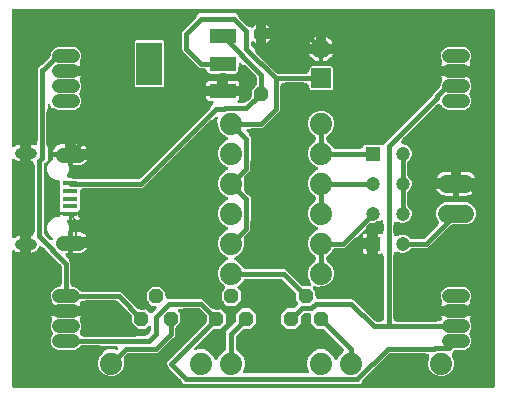
<source format=gbr>
G04 EAGLE Gerber RS-274X export*
G75*
%MOMM*%
%FSLAX34Y34*%
%LPD*%
%INTop Copper*%
%IPPOS*%
%AMOC8*
5,1,8,0,0,1.08239X$1,22.5*%
G01*
%ADD10R,1.651000X1.651000*%
%ADD11C,1.651000*%
%ADD12P,1.319650X8X112.500000*%
%ADD13C,1.143000*%
%ADD14R,1.300000X0.450000*%
%ADD15C,1.275000*%
%ADD16C,0.900000*%
%ADD17C,1.524000*%
%ADD18P,1.319650X8X22.500000*%
%ADD19C,1.879600*%
%ADD20R,1.200000X1.200000*%
%ADD21C,1.200000*%
%ADD22R,2.235200X1.219200*%
%ADD23R,2.200000X3.600000*%
%ADD24C,0.406400*%
%ADD25C,0.152400*%

G36*
X6232Y439914D02*
X6232Y439914D01*
X6113Y439907D01*
X6075Y439894D01*
X6034Y439889D01*
X5924Y439846D01*
X5811Y439809D01*
X5776Y439787D01*
X5739Y439772D01*
X5643Y439703D01*
X5542Y439639D01*
X5514Y439609D01*
X5481Y439586D01*
X5405Y439494D01*
X5324Y439407D01*
X5304Y439372D01*
X5279Y439341D01*
X5228Y439233D01*
X5170Y439129D01*
X5160Y439089D01*
X5143Y439053D01*
X5121Y438936D01*
X5091Y438821D01*
X5087Y438761D01*
X5083Y438741D01*
X5085Y438720D01*
X5081Y438660D01*
X5081Y324352D01*
X5098Y324214D01*
X5111Y324076D01*
X5118Y324057D01*
X5121Y324037D01*
X5172Y323907D01*
X5219Y323776D01*
X5230Y323760D01*
X5238Y323741D01*
X5319Y323628D01*
X5397Y323513D01*
X5413Y323500D01*
X5424Y323483D01*
X5532Y323394D01*
X5636Y323303D01*
X5654Y323294D01*
X5669Y323281D01*
X5795Y323221D01*
X5919Y323158D01*
X5939Y323154D01*
X5957Y323145D01*
X6094Y323119D01*
X6229Y323089D01*
X6250Y323089D01*
X6269Y323085D01*
X6408Y323094D01*
X6547Y323098D01*
X6567Y323104D01*
X6587Y323105D01*
X6719Y323148D01*
X6853Y323187D01*
X6870Y323197D01*
X6889Y323203D01*
X7007Y323278D01*
X7127Y323348D01*
X7148Y323367D01*
X7158Y323373D01*
X7172Y323388D01*
X7248Y323455D01*
X7412Y323619D01*
X8565Y324389D01*
X9846Y324920D01*
X10661Y325082D01*
X11346Y325191D01*
X11956Y325191D01*
X11956Y318150D01*
X11956Y311109D01*
X11346Y311109D01*
X10661Y311218D01*
X9846Y311380D01*
X8565Y311911D01*
X7412Y312681D01*
X7248Y312845D01*
X7138Y312930D01*
X7031Y313019D01*
X7012Y313028D01*
X6996Y313040D01*
X6869Y313096D01*
X6743Y313155D01*
X6723Y313159D01*
X6704Y313167D01*
X6567Y313189D01*
X6430Y313215D01*
X6410Y313213D01*
X6390Y313217D01*
X6252Y313204D01*
X6113Y313195D01*
X6094Y313189D01*
X6074Y313187D01*
X5943Y313140D01*
X5811Y313097D01*
X5793Y313086D01*
X5774Y313079D01*
X5659Y313001D01*
X5542Y312927D01*
X5528Y312912D01*
X5511Y312901D01*
X5419Y312796D01*
X5324Y312695D01*
X5314Y312677D01*
X5301Y312662D01*
X5238Y312538D01*
X5170Y312417D01*
X5165Y312397D01*
X5156Y312379D01*
X5126Y312243D01*
X5091Y312109D01*
X5089Y312081D01*
X5086Y312069D01*
X5087Y312048D01*
X5081Y311948D01*
X5081Y246852D01*
X5098Y246714D01*
X5111Y246576D01*
X5118Y246557D01*
X5121Y246537D01*
X5172Y246407D01*
X5219Y246276D01*
X5230Y246260D01*
X5238Y246241D01*
X5319Y246128D01*
X5397Y246013D01*
X5413Y246000D01*
X5424Y245983D01*
X5532Y245894D01*
X5636Y245803D01*
X5654Y245794D01*
X5669Y245781D01*
X5795Y245721D01*
X5919Y245658D01*
X5939Y245654D01*
X5957Y245645D01*
X6094Y245619D01*
X6229Y245589D01*
X6250Y245589D01*
X6269Y245585D01*
X6408Y245594D01*
X6547Y245598D01*
X6567Y245604D01*
X6587Y245605D01*
X6719Y245648D01*
X6853Y245687D01*
X6870Y245697D01*
X6889Y245703D01*
X7007Y245778D01*
X7127Y245848D01*
X7148Y245867D01*
X7158Y245873D01*
X7172Y245888D01*
X7248Y245955D01*
X7412Y246119D01*
X8565Y246889D01*
X9846Y247420D01*
X10661Y247582D01*
X11346Y247691D01*
X11956Y247691D01*
X11956Y240650D01*
X11956Y233609D01*
X11346Y233609D01*
X10661Y233718D01*
X9846Y233880D01*
X8565Y234411D01*
X7412Y235181D01*
X7248Y235345D01*
X7138Y235430D01*
X7031Y235519D01*
X7012Y235528D01*
X6996Y235540D01*
X6869Y235596D01*
X6743Y235655D01*
X6723Y235659D01*
X6704Y235667D01*
X6567Y235689D01*
X6430Y235715D01*
X6410Y235713D01*
X6390Y235717D01*
X6252Y235704D01*
X6113Y235695D01*
X6094Y235689D01*
X6074Y235687D01*
X5943Y235640D01*
X5811Y235597D01*
X5793Y235586D01*
X5774Y235579D01*
X5659Y235501D01*
X5542Y235427D01*
X5528Y235412D01*
X5511Y235401D01*
X5419Y235296D01*
X5324Y235195D01*
X5314Y235177D01*
X5301Y235162D01*
X5238Y235038D01*
X5170Y234917D01*
X5165Y234897D01*
X5156Y234879D01*
X5126Y234743D01*
X5091Y234609D01*
X5089Y234581D01*
X5086Y234569D01*
X5087Y234548D01*
X5081Y234448D01*
X5081Y120650D01*
X5096Y120532D01*
X5103Y120413D01*
X5116Y120375D01*
X5121Y120334D01*
X5164Y120224D01*
X5201Y120111D01*
X5223Y120076D01*
X5238Y120039D01*
X5307Y119943D01*
X5371Y119842D01*
X5401Y119814D01*
X5424Y119781D01*
X5516Y119705D01*
X5603Y119624D01*
X5638Y119604D01*
X5669Y119579D01*
X5777Y119528D01*
X5881Y119470D01*
X5921Y119460D01*
X5957Y119443D01*
X6074Y119421D01*
X6189Y119391D01*
X6249Y119387D01*
X6269Y119383D01*
X6290Y119385D01*
X6350Y119381D01*
X412550Y119381D01*
X412668Y119396D01*
X412787Y119403D01*
X412825Y119416D01*
X412866Y119421D01*
X412976Y119464D01*
X413089Y119501D01*
X413124Y119523D01*
X413161Y119538D01*
X413257Y119607D01*
X413358Y119671D01*
X413386Y119701D01*
X413419Y119724D01*
X413495Y119816D01*
X413576Y119903D01*
X413596Y119938D01*
X413621Y119969D01*
X413672Y120077D01*
X413730Y120181D01*
X413740Y120221D01*
X413757Y120257D01*
X413779Y120374D01*
X413809Y120489D01*
X413813Y120549D01*
X413817Y120569D01*
X413815Y120590D01*
X413819Y120650D01*
X413819Y438660D01*
X413804Y438778D01*
X413797Y438897D01*
X413784Y438935D01*
X413779Y438976D01*
X413736Y439086D01*
X413699Y439199D01*
X413677Y439234D01*
X413662Y439271D01*
X413593Y439367D01*
X413529Y439468D01*
X413499Y439496D01*
X413476Y439529D01*
X413384Y439605D01*
X413297Y439686D01*
X413262Y439706D01*
X413231Y439731D01*
X413123Y439782D01*
X413019Y439840D01*
X412979Y439850D01*
X412943Y439867D01*
X412826Y439889D01*
X412711Y439919D01*
X412651Y439923D01*
X412631Y439927D01*
X412610Y439925D01*
X412550Y439929D01*
X6350Y439929D01*
X6232Y439914D01*
G37*
%LPC*%
G36*
X157819Y122173D02*
X157819Y122173D01*
X157808Y122184D01*
X157755Y122213D01*
X157707Y122250D01*
X157616Y122290D01*
X157529Y122338D01*
X157470Y122353D01*
X157415Y122377D01*
X157317Y122392D01*
X157221Y122417D01*
X157121Y122423D01*
X157101Y122427D01*
X157088Y122425D01*
X157060Y122427D01*
X150506Y122427D01*
X148675Y124258D01*
X148664Y124340D01*
X148637Y124593D01*
X148627Y124636D01*
X148621Y124679D01*
X148556Y124925D01*
X148495Y125172D01*
X148479Y125213D01*
X148468Y125255D01*
X148370Y125490D01*
X148277Y125726D01*
X148255Y125765D01*
X148239Y125805D01*
X148111Y126024D01*
X147986Y126247D01*
X147960Y126282D01*
X147938Y126320D01*
X147871Y126401D01*
X147629Y126723D01*
X147475Y126880D01*
X147402Y126968D01*
X138310Y136060D01*
X136685Y137685D01*
X136143Y138993D01*
X136143Y140407D01*
X136685Y141715D01*
X168878Y173908D01*
X168964Y174007D01*
X169058Y174099D01*
X169160Y174231D01*
X169270Y174356D01*
X169342Y174466D01*
X169423Y174570D01*
X169507Y174715D01*
X169598Y174853D01*
X169656Y174972D01*
X169722Y175086D01*
X169785Y175240D01*
X169858Y175390D01*
X169898Y175515D01*
X169949Y175637D01*
X169991Y175798D01*
X170043Y175957D01*
X170066Y176086D01*
X170100Y176214D01*
X170111Y176327D01*
X170150Y176543D01*
X170169Y176944D01*
X170179Y177050D01*
X170179Y178550D01*
X170170Y178681D01*
X170171Y178813D01*
X170150Y178978D01*
X170139Y179144D01*
X170113Y179274D01*
X170096Y179404D01*
X170053Y179565D01*
X170020Y179728D01*
X169977Y179853D01*
X169943Y179980D01*
X169879Y180134D01*
X169824Y180291D01*
X169764Y180408D01*
X169714Y180530D01*
X169630Y180674D01*
X169554Y180822D01*
X169479Y180931D01*
X169413Y181045D01*
X169340Y181132D01*
X169216Y181313D01*
X168945Y181611D01*
X168878Y181692D01*
X164928Y185642D01*
X164829Y185728D01*
X164737Y185822D01*
X164605Y185924D01*
X164480Y186034D01*
X164370Y186106D01*
X164266Y186187D01*
X164121Y186271D01*
X163983Y186362D01*
X163864Y186420D01*
X163750Y186486D01*
X163596Y186549D01*
X163446Y186622D01*
X163320Y186663D01*
X163199Y186713D01*
X163038Y186755D01*
X162879Y186807D01*
X162750Y186830D01*
X162622Y186864D01*
X162509Y186875D01*
X162293Y186914D01*
X161892Y186933D01*
X161786Y186943D01*
X151765Y186943D01*
X151677Y186937D01*
X151589Y186940D01*
X151380Y186917D01*
X151170Y186903D01*
X151084Y186886D01*
X150997Y186876D01*
X150793Y186826D01*
X150586Y186784D01*
X150503Y186755D01*
X150418Y186734D01*
X150222Y186657D01*
X150024Y186588D01*
X149945Y186548D01*
X149864Y186516D01*
X149680Y186414D01*
X149492Y186318D01*
X149420Y186268D01*
X149343Y186226D01*
X149175Y186099D01*
X149002Y185980D01*
X148944Y185927D01*
X146851Y185927D01*
X146714Y185910D01*
X146575Y185897D01*
X146556Y185890D01*
X146536Y185887D01*
X146407Y185836D01*
X146275Y185789D01*
X146259Y185778D01*
X146240Y185770D01*
X146127Y185689D01*
X146012Y185611D01*
X145999Y185595D01*
X145983Y185584D01*
X145894Y185476D01*
X145802Y185372D01*
X145793Y185354D01*
X145780Y185339D01*
X145720Y185213D01*
X145657Y185089D01*
X145653Y185069D01*
X145644Y185051D01*
X145618Y184915D01*
X145588Y184779D01*
X145588Y184758D01*
X145584Y184739D01*
X145593Y184600D01*
X145597Y184461D01*
X145603Y184441D01*
X145604Y184421D01*
X145647Y184289D01*
X145686Y184155D01*
X145696Y184138D01*
X145702Y184119D01*
X145777Y184001D01*
X145847Y183881D01*
X145866Y183860D01*
X145872Y183850D01*
X145887Y183836D01*
X145954Y183761D01*
X147321Y182393D01*
X147321Y174643D01*
X144558Y171881D01*
X144472Y171782D01*
X144378Y171689D01*
X144276Y171558D01*
X144166Y171432D01*
X144094Y171322D01*
X144013Y171218D01*
X143929Y171074D01*
X143838Y170935D01*
X143780Y170817D01*
X143714Y170703D01*
X143651Y170549D01*
X143578Y170399D01*
X143537Y170273D01*
X143487Y170152D01*
X143445Y169991D01*
X143393Y169832D01*
X143370Y169703D01*
X143336Y169575D01*
X143325Y169462D01*
X143286Y169246D01*
X143267Y168844D01*
X143257Y168739D01*
X143257Y164393D01*
X142715Y163085D01*
X141090Y161460D01*
X129015Y149385D01*
X127707Y148843D01*
X104914Y148843D01*
X104783Y148834D01*
X104651Y148835D01*
X104486Y148814D01*
X104320Y148803D01*
X104190Y148777D01*
X104060Y148760D01*
X103899Y148717D01*
X103736Y148684D01*
X103611Y148641D01*
X103484Y148607D01*
X103330Y148543D01*
X103173Y148488D01*
X103056Y148428D01*
X102934Y148378D01*
X102790Y148294D01*
X102641Y148218D01*
X102533Y148143D01*
X102419Y148077D01*
X102332Y148004D01*
X102151Y147880D01*
X101853Y147609D01*
X101772Y147542D01*
X100833Y146603D01*
X100761Y146520D01*
X100682Y146444D01*
X100565Y146296D01*
X100441Y146154D01*
X100380Y146063D01*
X100312Y145976D01*
X100216Y145814D01*
X100112Y145657D01*
X100064Y145558D01*
X100008Y145464D01*
X99935Y145290D01*
X99853Y145120D01*
X99819Y145016D01*
X99776Y144915D01*
X99726Y144733D01*
X99668Y144554D01*
X99648Y144446D01*
X99619Y144340D01*
X99594Y144153D01*
X99560Y143968D01*
X99555Y143858D01*
X99541Y143749D01*
X99541Y143561D01*
X99532Y143373D01*
X99542Y143263D01*
X99542Y143153D01*
X99567Y142966D01*
X99584Y142779D01*
X99608Y142672D01*
X99623Y142563D01*
X99658Y142447D01*
X99714Y142197D01*
X99823Y141906D01*
X99823Y137527D01*
X98160Y133513D01*
X95087Y130440D01*
X91073Y128777D01*
X86727Y128777D01*
X82713Y130440D01*
X79640Y133513D01*
X77977Y137527D01*
X77977Y141873D01*
X79640Y145887D01*
X81359Y147606D01*
X81388Y147640D01*
X81421Y147669D01*
X81585Y147864D01*
X81752Y148055D01*
X81776Y148092D01*
X81804Y148126D01*
X81940Y148341D01*
X82080Y148552D01*
X82099Y148592D01*
X82123Y148629D01*
X82229Y148860D01*
X82339Y149089D01*
X82353Y149131D01*
X82371Y149171D01*
X82445Y149413D01*
X82524Y149655D01*
X82532Y149699D01*
X82545Y149741D01*
X82586Y149991D01*
X82589Y150008D01*
X86525Y151639D01*
X91275Y151639D01*
X92681Y151056D01*
X92710Y151048D01*
X92736Y151035D01*
X92863Y151006D01*
X92988Y150972D01*
X93018Y150972D01*
X93046Y150965D01*
X93176Y150969D01*
X93306Y150967D01*
X93335Y150974D01*
X93364Y150975D01*
X93489Y151011D01*
X93615Y151041D01*
X93641Y151055D01*
X93670Y151063D01*
X93782Y151129D01*
X93896Y151190D01*
X93918Y151210D01*
X93944Y151225D01*
X94064Y151331D01*
X94744Y152011D01*
X94829Y152120D01*
X94918Y152227D01*
X94926Y152246D01*
X94939Y152262D01*
X94994Y152390D01*
X95053Y152515D01*
X95057Y152535D01*
X95065Y152554D01*
X95087Y152692D01*
X95113Y152828D01*
X95112Y152848D01*
X95115Y152868D01*
X95102Y153007D01*
X95093Y153145D01*
X95087Y153164D01*
X95085Y153184D01*
X95038Y153316D01*
X94995Y153447D01*
X94984Y153465D01*
X94977Y153484D01*
X94899Y153599D01*
X94825Y153716D01*
X94810Y153730D01*
X94799Y153747D01*
X94695Y153839D01*
X94593Y153934D01*
X94576Y153944D01*
X94560Y153957D01*
X94437Y154020D01*
X94315Y154088D01*
X94295Y154093D01*
X94277Y154102D01*
X94141Y154132D01*
X94007Y154167D01*
X93979Y154169D01*
X93967Y154172D01*
X93946Y154171D01*
X93846Y154177D01*
X81032Y154177D01*
X80966Y154228D01*
X80769Y154387D01*
X80731Y154410D01*
X80697Y154437D01*
X80476Y154565D01*
X80259Y154696D01*
X80219Y154714D01*
X80181Y154736D01*
X79946Y154832D01*
X79713Y154934D01*
X79670Y154946D01*
X79630Y154963D01*
X79384Y155027D01*
X79139Y155096D01*
X79096Y155103D01*
X79053Y155114D01*
X78947Y155124D01*
X78550Y155181D01*
X78330Y155183D01*
X78217Y155193D01*
X65038Y155193D01*
X64906Y155184D01*
X64774Y155185D01*
X64609Y155164D01*
X64443Y155153D01*
X64314Y155127D01*
X64183Y155110D01*
X64022Y155067D01*
X63859Y155034D01*
X63735Y154991D01*
X63607Y154957D01*
X63454Y154893D01*
X63296Y154838D01*
X63179Y154778D01*
X63057Y154728D01*
X62913Y154644D01*
X62765Y154568D01*
X62657Y154493D01*
X62543Y154427D01*
X62455Y154354D01*
X62275Y154230D01*
X61977Y153959D01*
X61895Y153892D01*
X60616Y152612D01*
X57955Y151510D01*
X43645Y151510D01*
X40984Y152612D01*
X38947Y154649D01*
X37845Y157310D01*
X37845Y160190D01*
X39175Y163399D01*
X39217Y163524D01*
X39268Y163645D01*
X39312Y163807D01*
X39365Y163964D01*
X39390Y164093D01*
X39425Y164220D01*
X39447Y164386D01*
X39479Y164549D01*
X39486Y164680D01*
X39503Y164811D01*
X39503Y164978D01*
X39513Y165144D01*
X39503Y165275D01*
X39502Y165407D01*
X39480Y165572D01*
X39467Y165738D01*
X39439Y165867D01*
X39421Y165997D01*
X39388Y166106D01*
X39342Y166321D01*
X39206Y166700D01*
X39175Y166801D01*
X37845Y170010D01*
X37845Y172890D01*
X38787Y175163D01*
X38806Y175219D01*
X38830Y175272D01*
X38901Y175501D01*
X38977Y175728D01*
X38989Y175785D01*
X39006Y175842D01*
X39045Y176078D01*
X39091Y176313D01*
X39094Y176371D01*
X39104Y176430D01*
X39111Y176669D01*
X39125Y176908D01*
X39120Y176966D01*
X39122Y177025D01*
X39099Y177250D01*
X39104Y177263D01*
X39159Y177369D01*
X39167Y177409D01*
X39183Y177446D01*
X39202Y177563D01*
X39228Y177679D01*
X39227Y177720D01*
X39233Y177760D01*
X39222Y177879D01*
X39218Y177997D01*
X39207Y178036D01*
X39203Y178076D01*
X39163Y178189D01*
X39130Y178303D01*
X39110Y178338D01*
X39096Y178376D01*
X39029Y178474D01*
X38968Y178577D01*
X38929Y178622D01*
X38917Y178639D01*
X38902Y178652D01*
X38862Y178698D01*
X38672Y178887D01*
X38126Y179706D01*
X50800Y179706D01*
X63474Y179706D01*
X63262Y179387D01*
X63256Y179380D01*
X63249Y179368D01*
X62928Y178887D01*
X62738Y178698D01*
X62665Y178603D01*
X62586Y178514D01*
X62568Y178478D01*
X62543Y178446D01*
X62496Y178337D01*
X62442Y178231D01*
X62433Y178192D01*
X62417Y178154D01*
X62398Y178037D01*
X62372Y177921D01*
X62373Y177880D01*
X62367Y177840D01*
X62378Y177722D01*
X62382Y177603D01*
X62393Y177564D01*
X62397Y177524D01*
X62437Y177412D01*
X62470Y177297D01*
X62490Y177263D01*
X62493Y177255D01*
X62492Y177211D01*
X62484Y177153D01*
X62485Y176914D01*
X62479Y176674D01*
X62485Y176616D01*
X62486Y176557D01*
X62518Y176320D01*
X62544Y176082D01*
X62559Y176025D01*
X62567Y175966D01*
X62601Y175854D01*
X62688Y175504D01*
X62778Y175277D01*
X62813Y175163D01*
X63755Y172890D01*
X63755Y170010D01*
X63109Y168452D01*
X63088Y168389D01*
X63061Y168329D01*
X62993Y168107D01*
X62919Y167887D01*
X62906Y167822D01*
X62887Y167759D01*
X62849Y167530D01*
X62805Y167302D01*
X62802Y167236D01*
X62791Y167171D01*
X62784Y166939D01*
X62771Y166707D01*
X62776Y166641D01*
X62774Y166575D01*
X62799Y166345D01*
X62817Y166113D01*
X62823Y166083D01*
X62738Y165998D01*
X62665Y165904D01*
X62586Y165814D01*
X62568Y165778D01*
X62543Y165746D01*
X62496Y165637D01*
X62442Y165531D01*
X62433Y165492D01*
X62417Y165454D01*
X62398Y165337D01*
X62372Y165221D01*
X62373Y165180D01*
X62367Y165140D01*
X62378Y165022D01*
X62382Y164903D01*
X62393Y164864D01*
X62397Y164824D01*
X62437Y164711D01*
X62470Y164597D01*
X62490Y164563D01*
X62504Y164524D01*
X62571Y164426D01*
X62631Y164323D01*
X62671Y164278D01*
X62683Y164261D01*
X62698Y164248D01*
X62738Y164203D01*
X63246Y163694D01*
X63324Y163634D01*
X63396Y163566D01*
X63449Y163537D01*
X63497Y163500D01*
X63588Y163460D01*
X63675Y163412D01*
X63733Y163397D01*
X63789Y163373D01*
X63887Y163358D01*
X63983Y163333D01*
X64083Y163327D01*
X64103Y163323D01*
X64115Y163325D01*
X64143Y163323D01*
X64400Y163323D01*
X64448Y163285D01*
X64627Y163138D01*
X64683Y163103D01*
X64735Y163063D01*
X64937Y162946D01*
X65134Y162824D01*
X65194Y162797D01*
X65251Y162764D01*
X65466Y162676D01*
X65678Y162581D01*
X65741Y162562D01*
X65802Y162537D01*
X66027Y162479D01*
X66250Y162413D01*
X66315Y162403D01*
X66379Y162386D01*
X66499Y162375D01*
X66839Y162323D01*
X67095Y162318D01*
X67215Y162307D01*
X108287Y162307D01*
X108331Y162310D01*
X108374Y162308D01*
X108628Y162330D01*
X108881Y162347D01*
X108924Y162355D01*
X108968Y162359D01*
X109216Y162415D01*
X109465Y162466D01*
X109507Y162480D01*
X109550Y162490D01*
X109788Y162578D01*
X110028Y162662D01*
X110067Y162682D01*
X110108Y162697D01*
X110332Y162817D01*
X110559Y162932D01*
X110596Y162957D01*
X110634Y162977D01*
X110840Y163126D01*
X111050Y163270D01*
X111082Y163300D01*
X111114Y163323D01*
X118230Y163323D01*
X118328Y163335D01*
X118427Y163338D01*
X118486Y163355D01*
X118546Y163363D01*
X118638Y163399D01*
X118733Y163427D01*
X118785Y163457D01*
X118841Y163480D01*
X118921Y163538D01*
X119007Y163588D01*
X119082Y163654D01*
X119099Y163666D01*
X119107Y163676D01*
X119128Y163694D01*
X122056Y166622D01*
X122116Y166701D01*
X122184Y166773D01*
X122213Y166826D01*
X122250Y166874D01*
X122290Y166965D01*
X122338Y167051D01*
X122353Y167110D01*
X122377Y167165D01*
X122392Y167263D01*
X122417Y167359D01*
X122423Y167459D01*
X122427Y167480D01*
X122425Y167492D01*
X122427Y167520D01*
X122427Y170649D01*
X122410Y170786D01*
X122397Y170925D01*
X122390Y170944D01*
X122387Y170964D01*
X122336Y171093D01*
X122289Y171225D01*
X122278Y171241D01*
X122270Y171260D01*
X122189Y171373D01*
X122111Y171488D01*
X122095Y171501D01*
X122084Y171517D01*
X121976Y171606D01*
X121872Y171698D01*
X121854Y171707D01*
X121839Y171720D01*
X121713Y171780D01*
X121589Y171843D01*
X121569Y171847D01*
X121551Y171856D01*
X121415Y171882D01*
X121279Y171912D01*
X121258Y171912D01*
X121239Y171916D01*
X121100Y171907D01*
X120961Y171903D01*
X120941Y171897D01*
X120921Y171896D01*
X120789Y171853D01*
X120655Y171814D01*
X120638Y171804D01*
X120619Y171798D01*
X120501Y171723D01*
X120381Y171653D01*
X120360Y171634D01*
X120350Y171628D01*
X120336Y171613D01*
X120261Y171546D01*
X117877Y169163D01*
X112018Y169163D01*
X112013Y169173D01*
X111987Y169208D01*
X111964Y169246D01*
X111897Y169327D01*
X111656Y169649D01*
X111502Y169806D01*
X111429Y169894D01*
X106679Y174643D01*
X106679Y178550D01*
X106670Y178681D01*
X106671Y178813D01*
X106650Y178978D01*
X106639Y179144D01*
X106613Y179274D01*
X106596Y179404D01*
X106553Y179565D01*
X106520Y179728D01*
X106477Y179853D01*
X106443Y179980D01*
X106379Y180134D01*
X106324Y180291D01*
X106264Y180408D01*
X106214Y180530D01*
X106130Y180674D01*
X106054Y180822D01*
X105979Y180931D01*
X105913Y181045D01*
X105840Y181132D01*
X105716Y181313D01*
X105445Y181611D01*
X105378Y181692D01*
X95078Y191992D01*
X94979Y192078D01*
X94887Y192172D01*
X94755Y192274D01*
X94630Y192384D01*
X94520Y192456D01*
X94416Y192537D01*
X94271Y192621D01*
X94133Y192712D01*
X94014Y192770D01*
X93900Y192836D01*
X93746Y192899D01*
X93596Y192972D01*
X93470Y193013D01*
X93349Y193063D01*
X93188Y193105D01*
X93029Y193157D01*
X92900Y193180D01*
X92772Y193214D01*
X92659Y193225D01*
X92443Y193264D01*
X92042Y193283D01*
X91936Y193293D01*
X68342Y193293D01*
X68153Y193281D01*
X67963Y193277D01*
X67856Y193261D01*
X67747Y193253D01*
X67561Y193215D01*
X67374Y193187D01*
X67270Y193156D01*
X67163Y193134D01*
X66984Y193072D01*
X66802Y193018D01*
X66703Y192974D01*
X66601Y192938D01*
X66432Y192852D01*
X66259Y192775D01*
X66166Y192718D01*
X66069Y192668D01*
X65913Y192561D01*
X65752Y192461D01*
X65668Y192392D01*
X65579Y192330D01*
X65521Y192277D01*
X64143Y192277D01*
X64045Y192265D01*
X63946Y192262D01*
X63888Y192245D01*
X63828Y192237D01*
X63736Y192201D01*
X63641Y192173D01*
X63588Y192143D01*
X63532Y192120D01*
X63452Y192062D01*
X63367Y192012D01*
X63291Y191946D01*
X63275Y191934D01*
X63267Y191924D01*
X63246Y191905D01*
X62738Y191397D01*
X62665Y191303D01*
X62586Y191214D01*
X62568Y191178D01*
X62543Y191146D01*
X62496Y191037D01*
X62441Y190931D01*
X62433Y190891D01*
X62417Y190854D01*
X62398Y190737D01*
X62372Y190621D01*
X62373Y190580D01*
X62367Y190540D01*
X62378Y190421D01*
X62382Y190303D01*
X62393Y190264D01*
X62397Y190224D01*
X62437Y190112D01*
X62470Y189997D01*
X62490Y189962D01*
X62504Y189924D01*
X62571Y189826D01*
X62632Y189723D01*
X62671Y189678D01*
X62683Y189661D01*
X62698Y189648D01*
X62738Y189602D01*
X62928Y189413D01*
X63474Y188594D01*
X50800Y188594D01*
X38126Y188594D01*
X38338Y188913D01*
X38344Y188920D01*
X38351Y188932D01*
X38672Y189413D01*
X38862Y189602D01*
X38935Y189697D01*
X39014Y189786D01*
X39032Y189822D01*
X39057Y189854D01*
X39104Y189963D01*
X39158Y190069D01*
X39167Y190108D01*
X39183Y190146D01*
X39202Y190263D01*
X39228Y190379D01*
X39227Y190420D01*
X39233Y190460D01*
X39222Y190578D01*
X39218Y190697D01*
X39207Y190736D01*
X39203Y190776D01*
X39163Y190888D01*
X39130Y191003D01*
X39110Y191037D01*
X39107Y191045D01*
X39108Y191089D01*
X39116Y191147D01*
X39115Y191386D01*
X39121Y191626D01*
X39115Y191684D01*
X39114Y191743D01*
X39082Y191980D01*
X39056Y192218D01*
X39041Y192275D01*
X39033Y192334D01*
X38999Y192446D01*
X38912Y192796D01*
X38822Y193023D01*
X38787Y193137D01*
X37845Y195410D01*
X37845Y198290D01*
X38947Y200951D01*
X40984Y202988D01*
X44218Y204327D01*
X44342Y204376D01*
X44540Y204445D01*
X44619Y204485D01*
X44700Y204517D01*
X44884Y204619D01*
X45072Y204715D01*
X45144Y204765D01*
X45221Y204807D01*
X45389Y204934D01*
X45562Y205053D01*
X45627Y205112D01*
X45698Y205165D01*
X45848Y205313D01*
X46003Y205454D01*
X46060Y205521D01*
X46122Y205583D01*
X46251Y205749D01*
X46386Y205910D01*
X46433Y205985D01*
X46487Y206054D01*
X46592Y206236D01*
X46705Y206414D01*
X46742Y206494D01*
X46786Y206570D01*
X46866Y206764D01*
X46954Y206956D01*
X46979Y207040D01*
X47013Y207121D01*
X47066Y207324D01*
X47127Y207526D01*
X47141Y207612D01*
X47164Y207697D01*
X47176Y207821D01*
X47223Y208114D01*
X47232Y208411D01*
X47243Y208534D01*
X47243Y221014D01*
X47234Y221146D01*
X47235Y221278D01*
X47214Y221443D01*
X47203Y221609D01*
X47177Y221738D01*
X47160Y221869D01*
X47117Y222030D01*
X47084Y222193D01*
X47041Y222317D01*
X47007Y222445D01*
X46943Y222598D01*
X46888Y222756D01*
X46828Y222873D01*
X46778Y222995D01*
X46694Y223139D01*
X46618Y223287D01*
X46543Y223395D01*
X46477Y223509D01*
X46404Y223597D01*
X46280Y223778D01*
X46009Y224075D01*
X45942Y224157D01*
X33217Y236881D01*
X33113Y236973D01*
X33015Y237071D01*
X32889Y237168D01*
X32769Y237273D01*
X32653Y237350D01*
X32543Y237435D01*
X32405Y237514D01*
X32272Y237602D01*
X32146Y237662D01*
X32026Y237732D01*
X31879Y237792D01*
X31735Y237861D01*
X31603Y237904D01*
X31474Y237957D01*
X31320Y237997D01*
X31168Y238046D01*
X31032Y238071D01*
X30898Y238106D01*
X30739Y238125D01*
X30582Y238154D01*
X30504Y238157D01*
X29715Y238947D01*
X29676Y238977D01*
X29642Y239014D01*
X29550Y239074D01*
X29464Y239142D01*
X29418Y239161D01*
X29377Y239189D01*
X29273Y239224D01*
X29172Y239268D01*
X29123Y239276D01*
X29076Y239292D01*
X28966Y239301D01*
X28858Y239318D01*
X28808Y239313D01*
X28759Y239317D01*
X28650Y239298D01*
X28541Y239288D01*
X28494Y239271D01*
X28445Y239263D01*
X28345Y239218D01*
X28242Y239181D01*
X28201Y239153D01*
X28155Y239132D01*
X28070Y239064D01*
X27979Y239002D01*
X27946Y238965D01*
X27907Y238934D01*
X27841Y238846D01*
X27768Y238763D01*
X27746Y238719D01*
X27716Y238680D01*
X27645Y238535D01*
X27139Y237315D01*
X26545Y236426D01*
X26544Y236424D01*
X26479Y236351D01*
X26270Y236063D01*
X25487Y235280D01*
X24927Y234873D01*
X24466Y234565D01*
X23850Y234251D01*
X23340Y234040D01*
X22681Y233825D01*
X22138Y233718D01*
X21454Y233609D01*
X20844Y233609D01*
X20844Y240650D01*
X20844Y247691D01*
X21593Y247691D01*
X21618Y247686D01*
X21703Y247680D01*
X21786Y247664D01*
X21860Y247669D01*
X21935Y247663D01*
X22019Y247678D01*
X22103Y247684D01*
X22174Y247707D01*
X22248Y247720D01*
X22325Y247756D01*
X22405Y247782D01*
X22469Y247822D01*
X22537Y247853D01*
X22603Y247907D01*
X22674Y247952D01*
X22726Y248007D01*
X22784Y248054D01*
X22834Y248122D01*
X22892Y248183D01*
X22928Y248249D01*
X22973Y248310D01*
X23005Y248388D01*
X23046Y248462D01*
X23064Y248535D01*
X23093Y248604D01*
X23104Y248688D01*
X23125Y248770D01*
X23134Y248910D01*
X23135Y248919D01*
X23135Y248923D01*
X23135Y248931D01*
X23135Y249320D01*
X23159Y249350D01*
X23294Y249511D01*
X23341Y249586D01*
X23395Y249655D01*
X23500Y249837D01*
X23613Y250015D01*
X23650Y250095D01*
X23694Y250171D01*
X23774Y250365D01*
X23862Y250557D01*
X23887Y250641D01*
X23921Y250722D01*
X23974Y250925D01*
X24035Y251127D01*
X24049Y251213D01*
X24072Y251298D01*
X24084Y251422D01*
X24131Y251715D01*
X24140Y252012D01*
X24151Y252135D01*
X24151Y306665D01*
X24145Y306753D01*
X24148Y306841D01*
X24125Y307050D01*
X24111Y307260D01*
X24094Y307346D01*
X24084Y307433D01*
X24034Y307637D01*
X23992Y307844D01*
X23963Y307927D01*
X23942Y308012D01*
X23865Y308208D01*
X23796Y308406D01*
X23756Y308485D01*
X23724Y308566D01*
X23622Y308750D01*
X23526Y308938D01*
X23476Y309010D01*
X23434Y309087D01*
X23307Y309255D01*
X23188Y309428D01*
X23135Y309486D01*
X23135Y309869D01*
X23125Y309953D01*
X23124Y310038D01*
X23105Y310110D01*
X23095Y310185D01*
X23064Y310263D01*
X23043Y310345D01*
X23006Y310411D01*
X22978Y310481D01*
X22929Y310549D01*
X22888Y310623D01*
X22836Y310677D01*
X22792Y310738D01*
X22726Y310792D01*
X22668Y310853D01*
X22605Y310893D01*
X22547Y310941D01*
X22470Y310977D01*
X22399Y311021D01*
X22327Y311044D01*
X22259Y311076D01*
X22176Y311092D01*
X22096Y311118D01*
X22020Y311122D01*
X21947Y311136D01*
X21862Y311131D01*
X21778Y311136D01*
X21638Y311117D01*
X21629Y311116D01*
X21626Y311115D01*
X21618Y311114D01*
X21593Y311109D01*
X20844Y311109D01*
X20844Y318150D01*
X20844Y325191D01*
X21454Y325191D01*
X21840Y325130D01*
X21951Y325120D01*
X22954Y324920D01*
X24208Y324400D01*
X24256Y324387D01*
X24301Y324366D01*
X24409Y324346D01*
X24515Y324317D01*
X24565Y324316D01*
X24614Y324306D01*
X24723Y324313D01*
X24833Y324311D01*
X24881Y324323D01*
X24931Y324326D01*
X25035Y324360D01*
X25142Y324386D01*
X25186Y324409D01*
X25233Y324424D01*
X25326Y324483D01*
X25423Y324534D01*
X25460Y324568D01*
X25502Y324594D01*
X25577Y324674D01*
X25659Y324748D01*
X25686Y324790D01*
X25720Y324826D01*
X25773Y324922D01*
X25833Y325014D01*
X25850Y325061D01*
X25874Y325104D01*
X25901Y325211D01*
X25937Y325315D01*
X25941Y325364D01*
X25953Y325412D01*
X25963Y325573D01*
X25963Y326703D01*
X26061Y326814D01*
X26138Y326930D01*
X26223Y327039D01*
X26303Y327177D01*
X26391Y327310D01*
X26452Y327435D01*
X26522Y327555D01*
X26582Y327703D01*
X26652Y327846D01*
X26696Y327978D01*
X26749Y328106D01*
X26789Y328260D01*
X26839Y328412D01*
X26865Y328548D01*
X26900Y328683D01*
X26910Y328793D01*
X26949Y328998D01*
X26970Y329421D01*
X26979Y329519D01*
X26979Y389271D01*
X27521Y390579D01*
X28521Y391579D01*
X29614Y392032D01*
X29752Y392100D01*
X29894Y392159D01*
X30019Y392232D01*
X30148Y392296D01*
X30276Y392382D01*
X30408Y392460D01*
X30488Y392526D01*
X30642Y392630D01*
X31000Y392949D01*
X31056Y392995D01*
X36544Y398483D01*
X36630Y398582D01*
X36724Y398674D01*
X36826Y398806D01*
X36936Y398932D01*
X37008Y399041D01*
X37089Y399146D01*
X37173Y399290D01*
X37264Y399429D01*
X37322Y399547D01*
X37388Y399661D01*
X37451Y399815D01*
X37524Y399965D01*
X37565Y400091D01*
X37615Y400212D01*
X37657Y400373D01*
X37709Y400532D01*
X37732Y400661D01*
X37766Y400789D01*
X37777Y400902D01*
X37816Y401118D01*
X37832Y401459D01*
X38947Y404151D01*
X40984Y406188D01*
X43645Y407290D01*
X57955Y407290D01*
X60616Y406188D01*
X62653Y404151D01*
X63755Y401490D01*
X63755Y398610D01*
X62813Y396337D01*
X62794Y396281D01*
X62770Y396228D01*
X62699Y395999D01*
X62623Y395772D01*
X62611Y395715D01*
X62594Y395658D01*
X62555Y395422D01*
X62509Y395187D01*
X62506Y395129D01*
X62496Y395070D01*
X62489Y394831D01*
X62475Y394592D01*
X62480Y394534D01*
X62478Y394475D01*
X62501Y394250D01*
X62496Y394237D01*
X62442Y394131D01*
X62433Y394092D01*
X62417Y394054D01*
X62398Y393937D01*
X62372Y393821D01*
X62373Y393780D01*
X62367Y393740D01*
X62378Y393622D01*
X62382Y393503D01*
X62393Y393464D01*
X62397Y393424D01*
X62437Y393311D01*
X62470Y393197D01*
X62490Y393163D01*
X62504Y393124D01*
X62571Y393026D01*
X62631Y392923D01*
X62671Y392878D01*
X62683Y392861D01*
X62698Y392848D01*
X62738Y392803D01*
X62928Y392613D01*
X63474Y391794D01*
X50800Y391794D01*
X50713Y391788D01*
X50625Y391791D01*
X50415Y391769D01*
X50206Y391754D01*
X50120Y391737D01*
X50032Y391728D01*
X49828Y391677D01*
X49622Y391635D01*
X49539Y391606D01*
X49453Y391585D01*
X49258Y391508D01*
X49059Y391439D01*
X48981Y391399D01*
X48899Y391367D01*
X48715Y391265D01*
X48528Y391169D01*
X48455Y391119D01*
X48379Y391077D01*
X48210Y390950D01*
X48037Y390831D01*
X47972Y390772D01*
X47902Y390719D01*
X47752Y390571D01*
X47596Y390430D01*
X47540Y390363D01*
X47477Y390301D01*
X47348Y390135D01*
X47213Y389974D01*
X47166Y389899D01*
X47112Y389830D01*
X47007Y389648D01*
X46894Y389470D01*
X46858Y389390D01*
X46814Y389314D01*
X46734Y389120D01*
X46646Y388928D01*
X46620Y388844D01*
X46587Y388763D01*
X46533Y388560D01*
X46472Y388358D01*
X46458Y388272D01*
X46436Y388187D01*
X46424Y388063D01*
X46376Y387770D01*
X46368Y387474D01*
X46356Y387350D01*
X46362Y387262D01*
X46360Y387175D01*
X46360Y387174D01*
X46382Y386965D01*
X46396Y386755D01*
X46414Y386669D01*
X46423Y386582D01*
X46473Y386377D01*
X46515Y386171D01*
X46544Y386088D01*
X46565Y386003D01*
X46642Y385807D01*
X46711Y385609D01*
X46751Y385530D01*
X46783Y385448D01*
X46886Y385265D01*
X46981Y385077D01*
X47031Y385005D01*
X47074Y384928D01*
X47200Y384760D01*
X47319Y384587D01*
X47378Y384522D01*
X47431Y384451D01*
X47579Y384301D01*
X47720Y384146D01*
X47788Y384089D01*
X47849Y384027D01*
X48016Y383898D01*
X48177Y383763D01*
X48251Y383716D01*
X48321Y383662D01*
X48502Y383556D01*
X48680Y383444D01*
X48760Y383407D01*
X48836Y383363D01*
X49031Y383283D01*
X49222Y383195D01*
X49306Y383170D01*
X49387Y383136D01*
X49591Y383083D01*
X49792Y383021D01*
X49879Y383007D01*
X49964Y382985D01*
X50087Y382973D01*
X50380Y382925D01*
X50677Y382917D01*
X50800Y382906D01*
X63474Y382906D01*
X63262Y382587D01*
X63256Y382580D01*
X63249Y382568D01*
X62928Y382087D01*
X62738Y381897D01*
X62665Y381803D01*
X62586Y381714D01*
X62568Y381678D01*
X62543Y381646D01*
X62496Y381537D01*
X62442Y381431D01*
X62433Y381392D01*
X62417Y381354D01*
X62398Y381237D01*
X62372Y381121D01*
X62373Y381080D01*
X62367Y381040D01*
X62378Y380922D01*
X62382Y380803D01*
X62393Y380764D01*
X62397Y380724D01*
X62437Y380612D01*
X62470Y380497D01*
X62490Y380462D01*
X62493Y380455D01*
X62492Y380411D01*
X62484Y380353D01*
X62485Y380114D01*
X62479Y379874D01*
X62485Y379816D01*
X62486Y379757D01*
X62518Y379520D01*
X62544Y379282D01*
X62559Y379225D01*
X62567Y379166D01*
X62601Y379054D01*
X62688Y378704D01*
X62778Y378477D01*
X62813Y378363D01*
X63755Y376090D01*
X63755Y373210D01*
X62425Y370001D01*
X62383Y369876D01*
X62332Y369755D01*
X62288Y369594D01*
X62235Y369436D01*
X62210Y369307D01*
X62175Y369180D01*
X62153Y369014D01*
X62121Y368851D01*
X62114Y368720D01*
X62097Y368589D01*
X62097Y368422D01*
X62087Y368256D01*
X62097Y368125D01*
X62098Y367993D01*
X62120Y367828D01*
X62133Y367662D01*
X62161Y367533D01*
X62179Y367403D01*
X62212Y367294D01*
X62258Y367079D01*
X62302Y366956D01*
X62313Y366912D01*
X62372Y366763D01*
X62394Y366700D01*
X62425Y366599D01*
X63755Y363390D01*
X63755Y360510D01*
X62653Y357849D01*
X60616Y355812D01*
X57955Y354710D01*
X43645Y354710D01*
X40238Y356122D01*
X40175Y356143D01*
X40115Y356170D01*
X39893Y356238D01*
X39673Y356312D01*
X39608Y356325D01*
X39545Y356344D01*
X39316Y356381D01*
X39088Y356426D01*
X39022Y356429D01*
X38957Y356440D01*
X38919Y356441D01*
X38086Y357273D01*
X37551Y358566D01*
X37516Y358627D01*
X37490Y358692D01*
X37438Y358765D01*
X37393Y358843D01*
X37345Y358893D01*
X37304Y358949D01*
X37234Y359007D01*
X37172Y359071D01*
X37112Y359107D01*
X37059Y359152D01*
X36977Y359190D01*
X36901Y359237D01*
X36834Y359258D01*
X36771Y359288D01*
X36683Y359304D01*
X36597Y359331D01*
X36527Y359334D01*
X36458Y359347D01*
X36369Y359342D01*
X36279Y359346D01*
X36211Y359332D01*
X36141Y359328D01*
X36056Y359300D01*
X35968Y359282D01*
X35905Y359251D01*
X35839Y359230D01*
X35763Y359182D01*
X35682Y359142D01*
X35629Y359097D01*
X35570Y359059D01*
X35508Y358994D01*
X35440Y358936D01*
X35400Y358879D01*
X35352Y358828D01*
X35309Y358749D01*
X35257Y358676D01*
X35232Y358610D01*
X35198Y358549D01*
X35176Y358462D01*
X35144Y358378D01*
X35136Y358309D01*
X35119Y358241D01*
X35109Y358081D01*
X35109Y354831D01*
X35072Y354783D01*
X34924Y354604D01*
X34889Y354548D01*
X34849Y354495D01*
X34732Y354294D01*
X34610Y354097D01*
X34583Y354037D01*
X34550Y353980D01*
X34462Y353765D01*
X34367Y353553D01*
X34348Y353490D01*
X34323Y353429D01*
X34264Y353204D01*
X34199Y352981D01*
X34189Y352916D01*
X34172Y352852D01*
X34161Y352732D01*
X34109Y352392D01*
X34104Y352136D01*
X34093Y352016D01*
X34093Y326056D01*
X34096Y326012D01*
X34094Y325968D01*
X34116Y325714D01*
X34133Y325461D01*
X34141Y325418D01*
X34145Y325374D01*
X34201Y325126D01*
X34252Y324877D01*
X34266Y324836D01*
X34276Y324793D01*
X34364Y324555D01*
X34448Y324315D01*
X34468Y324275D01*
X34483Y324234D01*
X34603Y324010D01*
X34718Y323783D01*
X34743Y323747D01*
X34763Y323708D01*
X34912Y323502D01*
X35056Y323293D01*
X35086Y323260D01*
X35109Y323228D01*
X35109Y312041D01*
X32652Y309585D01*
X32592Y309506D01*
X32524Y309434D01*
X32495Y309381D01*
X32458Y309333D01*
X32418Y309242D01*
X32370Y309156D01*
X32355Y309097D01*
X32331Y309042D01*
X32316Y308944D01*
X32291Y308848D01*
X32285Y308748D01*
X32281Y308727D01*
X32283Y308715D01*
X32281Y308687D01*
X32281Y249840D01*
X32293Y249742D01*
X32296Y249643D01*
X32313Y249585D01*
X32321Y249525D01*
X32357Y249433D01*
X32385Y249338D01*
X32415Y249285D01*
X32438Y249229D01*
X32496Y249149D01*
X32546Y249064D01*
X32612Y248988D01*
X32624Y248972D01*
X32634Y248964D01*
X32652Y248943D01*
X37345Y244250D01*
X37384Y244220D01*
X37418Y244183D01*
X37509Y244123D01*
X37596Y244055D01*
X37642Y244036D01*
X37683Y244008D01*
X37787Y243973D01*
X37888Y243929D01*
X37937Y243921D01*
X37984Y243905D01*
X38094Y243896D01*
X38202Y243879D01*
X38252Y243884D01*
X38301Y243880D01*
X38409Y243899D01*
X38519Y243909D01*
X38566Y243926D01*
X38615Y243934D01*
X38715Y243979D01*
X38818Y244017D01*
X38859Y244044D01*
X38905Y244065D01*
X38990Y244133D01*
X39081Y244195D01*
X39114Y244232D01*
X39153Y244263D01*
X39219Y244351D01*
X39292Y244434D01*
X39314Y244478D01*
X39344Y244518D01*
X39415Y244662D01*
X39554Y244997D01*
X39586Y245112D01*
X39624Y245225D01*
X39627Y245265D01*
X39638Y245304D01*
X39640Y245423D01*
X39649Y245542D01*
X39642Y245582D01*
X39643Y245622D01*
X39615Y245738D01*
X39595Y245855D01*
X39578Y245892D01*
X39569Y245931D01*
X39513Y246037D01*
X39464Y246145D01*
X39439Y246177D01*
X39420Y246213D01*
X39340Y246301D01*
X39266Y246394D01*
X39233Y246418D01*
X39206Y246448D01*
X39107Y246513D01*
X39012Y246585D01*
X38958Y246611D01*
X38941Y246623D01*
X38921Y246629D01*
X38867Y246656D01*
X38756Y246702D01*
X36202Y249256D01*
X34819Y252594D01*
X34819Y256206D01*
X36202Y259544D01*
X38756Y262098D01*
X42094Y263481D01*
X44090Y263481D01*
X44208Y263496D01*
X44327Y263503D01*
X44365Y263516D01*
X44406Y263521D01*
X44516Y263564D01*
X44629Y263601D01*
X44664Y263623D01*
X44701Y263638D01*
X44797Y263707D01*
X44898Y263771D01*
X44926Y263801D01*
X44959Y263824D01*
X45035Y263916D01*
X45116Y264003D01*
X45136Y264038D01*
X45161Y264069D01*
X45212Y264177D01*
X45270Y264281D01*
X45280Y264321D01*
X45297Y264357D01*
X45319Y264474D01*
X45349Y264589D01*
X45353Y264649D01*
X45357Y264669D01*
X45355Y264690D01*
X45359Y264750D01*
X45359Y265131D01*
X53131Y265131D01*
X53131Y261609D01*
X52597Y261609D01*
X52459Y261592D01*
X52320Y261579D01*
X52301Y261572D01*
X52282Y261569D01*
X52152Y261518D01*
X52021Y261471D01*
X52005Y261460D01*
X51986Y261452D01*
X51873Y261371D01*
X51758Y261292D01*
X51745Y261277D01*
X51728Y261266D01*
X51640Y261158D01*
X51548Y261054D01*
X51539Y261036D01*
X51526Y261021D01*
X51466Y260895D01*
X51403Y260771D01*
X51399Y260751D01*
X51390Y260733D01*
X51364Y260597D01*
X51334Y260460D01*
X51334Y260440D01*
X51330Y260421D01*
X51339Y260282D01*
X51343Y260143D01*
X51349Y260123D01*
X51350Y260103D01*
X51393Y259971D01*
X51432Y259837D01*
X51442Y259820D01*
X51448Y259801D01*
X51523Y259683D01*
X51583Y259580D01*
X52981Y256206D01*
X52981Y252594D01*
X52372Y251125D01*
X52370Y251116D01*
X52365Y251108D01*
X52328Y250963D01*
X52288Y250818D01*
X52288Y250809D01*
X52286Y250800D01*
X52276Y250639D01*
X52276Y246044D01*
X52128Y245969D01*
X52055Y245919D01*
X51979Y245877D01*
X51810Y245750D01*
X51637Y245631D01*
X51572Y245572D01*
X51502Y245519D01*
X51352Y245371D01*
X51196Y245230D01*
X51140Y245163D01*
X51077Y245101D01*
X50948Y244935D01*
X50813Y244774D01*
X50766Y244699D01*
X50712Y244630D01*
X50607Y244448D01*
X50494Y244270D01*
X50458Y244190D01*
X50414Y244114D01*
X50334Y243920D01*
X50246Y243728D01*
X50220Y243644D01*
X50187Y243563D01*
X50133Y243360D01*
X50072Y243158D01*
X50058Y243072D01*
X50036Y242987D01*
X50024Y242863D01*
X49976Y242570D01*
X49968Y242274D01*
X49956Y242150D01*
X49962Y242062D01*
X49960Y241975D01*
X49960Y241974D01*
X49982Y241765D01*
X49996Y241555D01*
X50014Y241469D01*
X50023Y241382D01*
X50073Y241177D01*
X50115Y240971D01*
X50144Y240888D01*
X50165Y240803D01*
X50242Y240607D01*
X50311Y240409D01*
X50351Y240330D01*
X50383Y240248D01*
X50486Y240065D01*
X50581Y239877D01*
X50631Y239805D01*
X50674Y239728D01*
X50800Y239560D01*
X50919Y239387D01*
X50978Y239322D01*
X51031Y239251D01*
X51179Y239101D01*
X51320Y238946D01*
X51388Y238889D01*
X51449Y238827D01*
X51616Y238698D01*
X51777Y238563D01*
X51851Y238516D01*
X51921Y238462D01*
X52102Y238356D01*
X52276Y238247D01*
X52276Y233234D01*
X51425Y233234D01*
X51288Y233217D01*
X51149Y233204D01*
X51130Y233197D01*
X51110Y233194D01*
X50981Y233143D01*
X50850Y233096D01*
X50833Y233085D01*
X50814Y233077D01*
X50702Y232996D01*
X50586Y232918D01*
X50573Y232902D01*
X50557Y232891D01*
X50468Y232783D01*
X50376Y232679D01*
X50367Y232661D01*
X50354Y232646D01*
X50295Y232520D01*
X50231Y232396D01*
X50227Y232376D01*
X50218Y232358D01*
X50192Y232222D01*
X50162Y232086D01*
X50162Y232065D01*
X50159Y232046D01*
X50167Y231907D01*
X50171Y231768D01*
X50177Y231748D01*
X50178Y231728D01*
X50221Y231596D01*
X50260Y231462D01*
X50270Y231445D01*
X50276Y231426D01*
X50351Y231308D01*
X50421Y231188D01*
X50440Y231167D01*
X50447Y231157D01*
X50462Y231143D01*
X50528Y231068D01*
X53189Y228406D01*
X53210Y228253D01*
X53235Y228022D01*
X53251Y227958D01*
X53259Y227893D01*
X53295Y227778D01*
X53377Y227443D01*
X53471Y227205D01*
X53506Y227089D01*
X54357Y225036D01*
X54357Y208534D01*
X54363Y208446D01*
X54360Y208358D01*
X54383Y208149D01*
X54397Y207939D01*
X54414Y207853D01*
X54424Y207766D01*
X54474Y207562D01*
X54516Y207355D01*
X54545Y207272D01*
X54566Y207187D01*
X54643Y206991D01*
X54712Y206793D01*
X54752Y206714D01*
X54784Y206633D01*
X54886Y206449D01*
X54982Y206261D01*
X55032Y206189D01*
X55074Y206112D01*
X55201Y205944D01*
X55320Y205771D01*
X55379Y205706D01*
X55432Y205635D01*
X55580Y205485D01*
X55721Y205330D01*
X55788Y205273D01*
X55850Y205211D01*
X56016Y205082D01*
X56177Y204947D01*
X56252Y204900D01*
X56321Y204846D01*
X56503Y204741D01*
X56681Y204628D01*
X56761Y204591D01*
X56837Y204547D01*
X57031Y204467D01*
X57223Y204379D01*
X57307Y204354D01*
X57388Y204320D01*
X57416Y204313D01*
X60616Y202988D01*
X61895Y201708D01*
X61994Y201622D01*
X62087Y201528D01*
X62218Y201426D01*
X62344Y201316D01*
X62454Y201244D01*
X62558Y201163D01*
X62702Y201079D01*
X62841Y200988D01*
X62959Y200930D01*
X63074Y200864D01*
X63228Y200801D01*
X63378Y200728D01*
X63503Y200688D01*
X63625Y200637D01*
X63785Y200595D01*
X63944Y200543D01*
X64074Y200520D01*
X64201Y200486D01*
X64314Y200475D01*
X64530Y200436D01*
X64932Y200417D01*
X65038Y200407D01*
X95957Y200407D01*
X97265Y199865D01*
X110408Y186722D01*
X110507Y186636D01*
X110599Y186542D01*
X110731Y186440D01*
X110856Y186330D01*
X110966Y186258D01*
X111070Y186177D01*
X111215Y186093D01*
X111353Y186002D01*
X111472Y185944D01*
X111586Y185878D01*
X111740Y185815D01*
X111890Y185742D01*
X112016Y185701D01*
X112137Y185651D01*
X112298Y185609D01*
X112457Y185557D01*
X112586Y185534D01*
X112714Y185500D01*
X112827Y185489D01*
X113043Y185450D01*
X113444Y185431D01*
X113550Y185421D01*
X116923Y185421D01*
X116967Y185424D01*
X117010Y185422D01*
X117264Y185444D01*
X117517Y185461D01*
X117560Y185469D01*
X117604Y185473D01*
X117852Y185529D01*
X118101Y185580D01*
X118143Y185594D01*
X118186Y185604D01*
X118424Y185693D01*
X118571Y185744D01*
X121792Y182522D01*
X121886Y182449D01*
X121975Y182370D01*
X122011Y182352D01*
X122043Y182327D01*
X122153Y182280D01*
X122259Y182226D01*
X122298Y182217D01*
X122335Y182201D01*
X122453Y182182D01*
X122569Y182156D01*
X122609Y182157D01*
X122649Y182151D01*
X122768Y182162D01*
X122887Y182166D01*
X122926Y182177D01*
X122966Y182181D01*
X123078Y182221D01*
X123192Y182254D01*
X123227Y182275D01*
X123265Y182288D01*
X123364Y182355D01*
X123466Y182416D01*
X123511Y182456D01*
X123528Y182467D01*
X123542Y182482D01*
X123587Y182522D01*
X125478Y184413D01*
X127111Y186047D01*
X127197Y186156D01*
X127285Y186263D01*
X127294Y186282D01*
X127306Y186298D01*
X127362Y186426D01*
X127421Y186551D01*
X127424Y186571D01*
X127433Y186590D01*
X127454Y186728D01*
X127480Y186864D01*
X127479Y186884D01*
X127482Y186904D01*
X127469Y187043D01*
X127461Y187181D01*
X127455Y187200D01*
X127453Y187220D01*
X127405Y187352D01*
X127363Y187483D01*
X127352Y187501D01*
X127345Y187520D01*
X127267Y187635D01*
X127193Y187752D01*
X127178Y187766D01*
X127166Y187783D01*
X127062Y187875D01*
X126961Y187970D01*
X126943Y187980D01*
X126928Y187993D01*
X126804Y188057D01*
X126682Y188124D01*
X126663Y188129D01*
X126645Y188138D01*
X126509Y188168D01*
X126374Y188203D01*
X126346Y188205D01*
X126334Y188208D01*
X126314Y188207D01*
X126214Y188213D01*
X123423Y188213D01*
X121337Y190298D01*
X121327Y190380D01*
X121300Y190633D01*
X121289Y190676D01*
X121284Y190719D01*
X121218Y190965D01*
X121158Y191212D01*
X121142Y191253D01*
X121130Y191295D01*
X121032Y191530D01*
X120940Y191766D01*
X120918Y191805D01*
X120901Y191845D01*
X120773Y192065D01*
X120649Y192287D01*
X120623Y192322D01*
X120600Y192360D01*
X120533Y192441D01*
X120292Y192763D01*
X120138Y192920D01*
X120065Y193008D01*
X119379Y193693D01*
X119379Y200007D01*
X123843Y204471D01*
X130157Y204471D01*
X134621Y200007D01*
X134621Y198501D01*
X134627Y198413D01*
X134624Y198325D01*
X134647Y198116D01*
X134661Y197906D01*
X134678Y197820D01*
X134688Y197733D01*
X134738Y197529D01*
X134780Y197322D01*
X134809Y197239D01*
X134830Y197154D01*
X134907Y196958D01*
X134976Y196760D01*
X135016Y196681D01*
X135048Y196600D01*
X135150Y196416D01*
X135246Y196228D01*
X135296Y196156D01*
X135338Y196079D01*
X135465Y195911D01*
X135584Y195738D01*
X135643Y195673D01*
X135696Y195602D01*
X135844Y195452D01*
X135985Y195297D01*
X136052Y195240D01*
X136114Y195178D01*
X136280Y195049D01*
X136441Y194914D01*
X136516Y194867D01*
X136585Y194813D01*
X136767Y194708D01*
X136945Y194595D01*
X137025Y194558D01*
X137101Y194514D01*
X137295Y194434D01*
X137487Y194346D01*
X137571Y194321D01*
X137652Y194287D01*
X137855Y194234D01*
X138057Y194173D01*
X138143Y194159D01*
X138228Y194136D01*
X138352Y194124D01*
X138645Y194077D01*
X138942Y194068D01*
X139065Y194057D01*
X165807Y194057D01*
X167115Y193515D01*
X173908Y186722D01*
X174007Y186636D01*
X174099Y186542D01*
X174231Y186440D01*
X174356Y186330D01*
X174466Y186258D01*
X174570Y186177D01*
X174715Y186093D01*
X174853Y186002D01*
X174972Y185944D01*
X175086Y185878D01*
X175240Y185815D01*
X175390Y185742D01*
X175516Y185701D01*
X175637Y185651D01*
X175798Y185609D01*
X175957Y185557D01*
X176086Y185534D01*
X176214Y185500D01*
X176327Y185489D01*
X176543Y185450D01*
X176944Y185431D01*
X177050Y185421D01*
X180423Y185421D01*
X180467Y185424D01*
X180510Y185422D01*
X180764Y185444D01*
X181017Y185461D01*
X181060Y185469D01*
X181104Y185473D01*
X181352Y185529D01*
X181601Y185580D01*
X181643Y185594D01*
X181686Y185604D01*
X181924Y185693D01*
X182071Y185744D01*
X186437Y181377D01*
X186437Y174223D01*
X181377Y169163D01*
X176156Y169163D01*
X176058Y169151D01*
X175959Y169148D01*
X175900Y169131D01*
X175840Y169123D01*
X175748Y169087D01*
X175653Y169059D01*
X175601Y169029D01*
X175545Y169006D01*
X175465Y168948D01*
X175379Y168898D01*
X175304Y168832D01*
X175287Y168820D01*
X175279Y168810D01*
X175258Y168792D01*
X159351Y152884D01*
X159308Y152829D01*
X159258Y152780D01*
X159211Y152704D01*
X159156Y152633D01*
X159128Y152569D01*
X159092Y152509D01*
X159065Y152424D01*
X159030Y152341D01*
X159019Y152272D01*
X158998Y152205D01*
X158994Y152116D01*
X158980Y152027D01*
X158986Y151957D01*
X158983Y151888D01*
X159001Y151800D01*
X159010Y151710D01*
X159033Y151644D01*
X159047Y151576D01*
X159087Y151496D01*
X159117Y151411D01*
X159156Y151353D01*
X159187Y151291D01*
X159245Y151222D01*
X159296Y151148D01*
X159348Y151102D01*
X159393Y151049D01*
X159467Y150997D01*
X159534Y150937D01*
X159596Y150906D01*
X159653Y150865D01*
X159737Y150834D01*
X159817Y150793D01*
X159886Y150777D01*
X159951Y150753D01*
X160040Y150743D01*
X160128Y150723D01*
X160197Y150725D01*
X160267Y150717D01*
X160356Y150730D01*
X160446Y150733D01*
X160513Y150752D01*
X160582Y150762D01*
X160734Y150814D01*
X162725Y151639D01*
X167475Y151639D01*
X171863Y149821D01*
X175221Y146463D01*
X176627Y143068D01*
X176696Y142947D01*
X176761Y142824D01*
X176775Y142809D01*
X176785Y142792D01*
X176882Y142692D01*
X176975Y142589D01*
X176992Y142578D01*
X177006Y142563D01*
X177124Y142491D01*
X177241Y142414D01*
X177260Y142408D01*
X177277Y142397D01*
X177410Y142356D01*
X177542Y142311D01*
X177562Y142309D01*
X177581Y142303D01*
X177720Y142297D01*
X177859Y142286D01*
X177879Y142289D01*
X177899Y142288D01*
X178035Y142316D01*
X178172Y142340D01*
X178191Y142348D01*
X178210Y142353D01*
X178335Y142414D01*
X178462Y142471D01*
X178478Y142483D01*
X178496Y142492D01*
X178602Y142583D01*
X178710Y142669D01*
X178723Y142685D01*
X178738Y142699D01*
X178818Y142812D01*
X178902Y142923D01*
X178914Y142949D01*
X178921Y142959D01*
X178928Y142978D01*
X178973Y143068D01*
X180379Y146463D01*
X183737Y149821D01*
X185144Y150404D01*
X185169Y150418D01*
X185197Y150427D01*
X185307Y150497D01*
X185420Y150561D01*
X185441Y150582D01*
X185466Y150598D01*
X185555Y150692D01*
X185648Y150783D01*
X185664Y150808D01*
X185684Y150829D01*
X185747Y150943D01*
X185815Y151054D01*
X185823Y151082D01*
X185838Y151108D01*
X185870Y151234D01*
X185908Y151358D01*
X185910Y151387D01*
X185917Y151416D01*
X185927Y151576D01*
X185927Y166994D01*
X188977Y170044D01*
X188978Y170044D01*
X194192Y175258D01*
X194252Y175337D01*
X194320Y175409D01*
X194349Y175462D01*
X194386Y175510D01*
X194426Y175601D01*
X194474Y175687D01*
X194489Y175746D01*
X194513Y175801D01*
X194528Y175899D01*
X194553Y175995D01*
X194559Y176095D01*
X194563Y176116D01*
X194561Y176128D01*
X194563Y176156D01*
X194563Y181377D01*
X199623Y186437D01*
X206777Y186437D01*
X211837Y181377D01*
X211837Y174223D01*
X206777Y169163D01*
X201556Y169163D01*
X201458Y169151D01*
X201359Y169148D01*
X201300Y169131D01*
X201240Y169123D01*
X201148Y169087D01*
X201053Y169059D01*
X201001Y169029D01*
X200945Y169006D01*
X200865Y168948D01*
X200779Y168898D01*
X200704Y168832D01*
X200687Y168820D01*
X200679Y168810D01*
X200658Y168792D01*
X195444Y163578D01*
X195384Y163499D01*
X195316Y163427D01*
X195287Y163374D01*
X195250Y163326D01*
X195210Y163235D01*
X195162Y163149D01*
X195147Y163090D01*
X195123Y163035D01*
X195108Y162937D01*
X195083Y162841D01*
X195077Y162741D01*
X195073Y162720D01*
X195075Y162708D01*
X195073Y162680D01*
X195073Y151576D01*
X195076Y151547D01*
X195074Y151518D01*
X195096Y151390D01*
X195113Y151261D01*
X195123Y151233D01*
X195128Y151204D01*
X195182Y151086D01*
X195230Y150965D01*
X195247Y150941D01*
X195259Y150914D01*
X195340Y150813D01*
X195416Y150708D01*
X195439Y150689D01*
X195458Y150666D01*
X195561Y150588D01*
X195661Y150505D01*
X195688Y150492D01*
X195712Y150475D01*
X195856Y150404D01*
X197263Y149821D01*
X200621Y146463D01*
X202439Y142075D01*
X202439Y137325D01*
X200678Y133074D01*
X200665Y133026D01*
X200643Y132981D01*
X200623Y132873D01*
X200594Y132767D01*
X200593Y132717D01*
X200584Y132668D01*
X200590Y132559D01*
X200589Y132449D01*
X200600Y132401D01*
X200603Y132351D01*
X200637Y132247D01*
X200663Y132140D01*
X200686Y132096D01*
X200701Y132049D01*
X200760Y131956D01*
X200812Y131859D01*
X200845Y131822D01*
X200872Y131780D01*
X200952Y131705D01*
X201026Y131623D01*
X201067Y131596D01*
X201103Y131562D01*
X201199Y131509D01*
X201291Y131449D01*
X201338Y131432D01*
X201382Y131408D01*
X201488Y131381D01*
X201592Y131345D01*
X201642Y131341D01*
X201690Y131329D01*
X201850Y131319D01*
X255350Y131319D01*
X255399Y131325D01*
X255449Y131323D01*
X255556Y131345D01*
X255665Y131359D01*
X255711Y131377D01*
X255760Y131387D01*
X255859Y131435D01*
X255961Y131476D01*
X256001Y131505D01*
X256046Y131527D01*
X256129Y131598D01*
X256218Y131662D01*
X256250Y131701D01*
X256288Y131733D01*
X256351Y131823D01*
X256421Y131907D01*
X256442Y131952D01*
X256471Y131993D01*
X256510Y132096D01*
X256557Y132195D01*
X256566Y132244D01*
X256584Y132290D01*
X256596Y132400D01*
X256616Y132507D01*
X256613Y132557D01*
X256619Y132606D01*
X256603Y132715D01*
X256597Y132825D01*
X256581Y132872D01*
X256574Y132921D01*
X256522Y133074D01*
X254761Y137325D01*
X254761Y142075D01*
X256579Y146463D01*
X259937Y149821D01*
X264325Y151639D01*
X269075Y151639D01*
X273463Y149821D01*
X276821Y146463D01*
X278227Y143068D01*
X278296Y142947D01*
X278361Y142824D01*
X278375Y142809D01*
X278385Y142792D01*
X278482Y142692D01*
X278575Y142589D01*
X278592Y142578D01*
X278606Y142563D01*
X278724Y142491D01*
X278841Y142414D01*
X278860Y142408D01*
X278877Y142397D01*
X279010Y142356D01*
X279142Y142311D01*
X279162Y142309D01*
X279181Y142303D01*
X279320Y142297D01*
X279459Y142286D01*
X279479Y142289D01*
X279499Y142288D01*
X279635Y142316D01*
X279772Y142340D01*
X279791Y142348D01*
X279810Y142353D01*
X279935Y142414D01*
X280062Y142471D01*
X280078Y142483D01*
X280096Y142492D01*
X280202Y142583D01*
X280310Y142669D01*
X280323Y142685D01*
X280338Y142699D01*
X280418Y142812D01*
X280502Y142923D01*
X280514Y142949D01*
X280521Y142959D01*
X280528Y142978D01*
X280573Y143068D01*
X281979Y146463D01*
X285337Y149821D01*
X285615Y149936D01*
X285658Y149961D01*
X285705Y149978D01*
X285737Y149999D01*
X285737Y150000D01*
X285740Y150001D01*
X285796Y150039D01*
X285891Y150094D01*
X285927Y150128D01*
X285968Y150156D01*
X285995Y150186D01*
X285996Y150188D01*
X286041Y150238D01*
X286120Y150315D01*
X286146Y150358D01*
X286179Y150395D01*
X286197Y150431D01*
X286198Y150431D01*
X286201Y150439D01*
X286229Y150493D01*
X286286Y150586D01*
X286301Y150634D01*
X286323Y150678D01*
X286332Y150716D01*
X286333Y150719D01*
X286337Y150741D01*
X286347Y150785D01*
X286380Y150890D01*
X286382Y150940D01*
X286393Y150988D01*
X286392Y151025D01*
X286393Y151031D01*
X286390Y151076D01*
X286389Y151098D01*
X286395Y151208D01*
X286385Y151256D01*
X286383Y151306D01*
X286374Y151338D01*
X286373Y151349D01*
X286352Y151413D01*
X286330Y151519D01*
X286309Y151564D01*
X286295Y151612D01*
X286280Y151637D01*
X286275Y151651D01*
X286234Y151716D01*
X286191Y151805D01*
X286158Y151843D01*
X286133Y151886D01*
X286111Y151911D01*
X286105Y151920D01*
X286092Y151932D01*
X286027Y152006D01*
X269242Y168792D01*
X269163Y168852D01*
X269091Y168920D01*
X269038Y168949D01*
X268990Y168986D01*
X268899Y169026D01*
X268813Y169074D01*
X268754Y169089D01*
X268699Y169113D01*
X268601Y169128D01*
X268505Y169153D01*
X268405Y169159D01*
X268384Y169163D01*
X268372Y169161D01*
X268344Y169163D01*
X263123Y169163D01*
X258063Y174223D01*
X258063Y180848D01*
X258048Y180966D01*
X258041Y181085D01*
X258028Y181123D01*
X258023Y181164D01*
X257980Y181274D01*
X257943Y181387D01*
X257921Y181422D01*
X257906Y181459D01*
X257837Y181555D01*
X257773Y181656D01*
X257743Y181684D01*
X257720Y181717D01*
X257628Y181793D01*
X257541Y181874D01*
X257506Y181894D01*
X257475Y181919D01*
X257367Y181970D01*
X257263Y182028D01*
X257223Y182038D01*
X257187Y182055D01*
X257070Y182077D01*
X256955Y182107D01*
X256895Y182111D01*
X256875Y182115D01*
X256854Y182113D01*
X256794Y182117D01*
X252610Y182117D01*
X252512Y182105D01*
X252413Y182102D01*
X252354Y182085D01*
X252294Y182077D01*
X252202Y182041D01*
X252107Y182013D01*
X252055Y181983D01*
X251999Y181960D01*
X251919Y181902D01*
X251833Y181852D01*
X251758Y181786D01*
X251741Y181774D01*
X251733Y181764D01*
X251712Y181746D01*
X250308Y180342D01*
X250248Y180263D01*
X250180Y180191D01*
X250151Y180138D01*
X250114Y180090D01*
X250074Y180000D01*
X250026Y179913D01*
X250011Y179854D01*
X249987Y179799D01*
X249972Y179701D01*
X249947Y179605D01*
X249941Y179505D01*
X249937Y179484D01*
X249939Y179472D01*
X249937Y179444D01*
X249937Y174223D01*
X244877Y169163D01*
X237723Y169163D01*
X232663Y174223D01*
X232663Y181377D01*
X237723Y186437D01*
X242944Y186437D01*
X243042Y186449D01*
X243141Y186452D01*
X243200Y186469D01*
X243260Y186477D01*
X243352Y186513D01*
X243447Y186541D01*
X243499Y186571D01*
X243555Y186594D01*
X243635Y186652D01*
X243721Y186702D01*
X243796Y186768D01*
X243813Y186780D01*
X243821Y186790D01*
X243842Y186808D01*
X246937Y189904D01*
X247010Y189998D01*
X247089Y190087D01*
X247107Y190123D01*
X247132Y190155D01*
X247179Y190265D01*
X247233Y190370D01*
X247242Y190410D01*
X247258Y190447D01*
X247277Y190565D01*
X247303Y190681D01*
X247302Y190721D01*
X247308Y190761D01*
X247297Y190880D01*
X247293Y190999D01*
X247282Y191037D01*
X247278Y191078D01*
X247238Y191190D01*
X247205Y191304D01*
X247184Y191339D01*
X247171Y191377D01*
X247104Y191476D01*
X247043Y191578D01*
X247004Y191623D01*
X246992Y191640D01*
X246977Y191654D01*
X246937Y191699D01*
X245363Y193273D01*
X245363Y198494D01*
X245351Y198592D01*
X245348Y198691D01*
X245331Y198750D01*
X245323Y198810D01*
X245287Y198902D01*
X245259Y198997D01*
X245229Y199049D01*
X245206Y199105D01*
X245148Y199186D01*
X245098Y199271D01*
X245032Y199346D01*
X245020Y199363D01*
X245010Y199371D01*
X244992Y199392D01*
X233428Y210956D01*
X233349Y211016D01*
X233277Y211084D01*
X233224Y211113D01*
X233176Y211150D01*
X233085Y211190D01*
X232999Y211238D01*
X232940Y211253D01*
X232885Y211277D01*
X232787Y211292D01*
X232691Y211317D01*
X232591Y211323D01*
X232570Y211327D01*
X232558Y211325D01*
X232530Y211327D01*
X202376Y211327D01*
X202347Y211324D01*
X202318Y211326D01*
X202190Y211304D01*
X202061Y211287D01*
X202033Y211277D01*
X202004Y211272D01*
X201886Y211218D01*
X201765Y211170D01*
X201741Y211153D01*
X201714Y211141D01*
X201613Y211060D01*
X201508Y210984D01*
X201489Y210961D01*
X201466Y210942D01*
X201388Y210839D01*
X201305Y210739D01*
X201292Y210712D01*
X201275Y210688D01*
X201204Y210544D01*
X200621Y209137D01*
X197263Y205779D01*
X196559Y205487D01*
X196516Y205463D01*
X196469Y205446D01*
X196378Y205384D01*
X196283Y205330D01*
X196247Y205295D01*
X196206Y205267D01*
X196133Y205185D01*
X196054Y205108D01*
X196028Y205066D01*
X195995Y205029D01*
X195945Y204931D01*
X195888Y204837D01*
X195873Y204790D01*
X195851Y204746D01*
X195827Y204638D01*
X195794Y204533D01*
X195792Y204484D01*
X195781Y204435D01*
X195784Y204326D01*
X195779Y204216D01*
X195789Y204167D01*
X195791Y204117D01*
X195821Y204012D01*
X195843Y203904D01*
X195865Y203860D01*
X195879Y203812D01*
X195935Y203717D01*
X195983Y203619D01*
X196015Y203581D01*
X196041Y203538D01*
X196147Y203417D01*
X199137Y200427D01*
X199137Y193273D01*
X194077Y188213D01*
X186923Y188213D01*
X184837Y190298D01*
X184827Y190380D01*
X184800Y190633D01*
X184789Y190676D01*
X184784Y190719D01*
X184718Y190965D01*
X184658Y191212D01*
X184642Y191253D01*
X184630Y191295D01*
X184532Y191530D01*
X184440Y191766D01*
X184418Y191805D01*
X184401Y191845D01*
X184273Y192065D01*
X184149Y192287D01*
X184123Y192322D01*
X184100Y192360D01*
X184033Y192441D01*
X183792Y192763D01*
X183638Y192920D01*
X183565Y193008D01*
X182879Y193693D01*
X182879Y200007D01*
X183770Y200898D01*
X183828Y200964D01*
X183892Y201024D01*
X184024Y201188D01*
X184162Y201346D01*
X184211Y201419D01*
X184266Y201488D01*
X184375Y201668D01*
X184491Y201843D01*
X184529Y201923D01*
X184575Y201998D01*
X184659Y202190D01*
X184750Y202380D01*
X184777Y202463D01*
X184813Y202544D01*
X184870Y202747D01*
X184935Y202946D01*
X184951Y203033D01*
X184975Y203117D01*
X185005Y203326D01*
X185043Y203533D01*
X185047Y203620D01*
X185057Y203689D01*
X185068Y203714D01*
X185095Y203756D01*
X185131Y203859D01*
X185174Y203960D01*
X185182Y204009D01*
X185198Y204056D01*
X185207Y204166D01*
X185224Y204274D01*
X185219Y204324D01*
X185223Y204373D01*
X185205Y204481D01*
X185194Y204591D01*
X185177Y204638D01*
X185169Y204687D01*
X185124Y204787D01*
X185087Y204890D01*
X185059Y204931D01*
X185038Y204977D01*
X184970Y205063D01*
X184929Y205122D01*
X184889Y205303D01*
X184858Y205385D01*
X184835Y205470D01*
X184755Y205664D01*
X184681Y205862D01*
X184640Y205939D01*
X184606Y206020D01*
X184500Y206202D01*
X184401Y206388D01*
X184350Y206459D01*
X184306Y206535D01*
X184227Y206631D01*
X184053Y206871D01*
X183849Y207087D01*
X183770Y207183D01*
X181240Y209713D01*
X179577Y213727D01*
X179577Y218073D01*
X181240Y222087D01*
X184610Y225457D01*
X184668Y225524D01*
X184732Y225584D01*
X184864Y225748D01*
X185003Y225906D01*
X185051Y225980D01*
X185106Y226048D01*
X185215Y226228D01*
X185331Y226403D01*
X185369Y226482D01*
X185415Y226558D01*
X185499Y226751D01*
X187132Y227427D01*
X187253Y227496D01*
X187376Y227561D01*
X187391Y227575D01*
X187408Y227585D01*
X187508Y227682D01*
X187611Y227775D01*
X187622Y227792D01*
X187637Y227806D01*
X187709Y227925D01*
X187786Y228041D01*
X187792Y228060D01*
X187803Y228077D01*
X187844Y228210D01*
X187889Y228342D01*
X187891Y228362D01*
X187897Y228381D01*
X187903Y228520D01*
X187914Y228659D01*
X187911Y228679D01*
X187912Y228699D01*
X187884Y228835D01*
X187860Y228972D01*
X187852Y228991D01*
X187848Y229010D01*
X187786Y229136D01*
X187729Y229262D01*
X187717Y229278D01*
X187708Y229296D01*
X187617Y229402D01*
X187531Y229510D01*
X187515Y229523D01*
X187501Y229538D01*
X187388Y229618D01*
X187277Y229702D01*
X187251Y229714D01*
X187241Y229721D01*
X187222Y229728D01*
X187132Y229773D01*
X185509Y230445D01*
X185480Y230499D01*
X185446Y230580D01*
X185340Y230762D01*
X185241Y230948D01*
X185190Y231019D01*
X185146Y231095D01*
X185067Y231190D01*
X184893Y231431D01*
X184689Y231647D01*
X184610Y231743D01*
X181240Y235113D01*
X179577Y239127D01*
X179577Y243473D01*
X181240Y247487D01*
X184610Y250857D01*
X184668Y250924D01*
X184732Y250984D01*
X184864Y251148D01*
X185003Y251306D01*
X185051Y251379D01*
X185106Y251448D01*
X185215Y251628D01*
X185331Y251803D01*
X185369Y251882D01*
X185415Y251958D01*
X185499Y252150D01*
X185499Y252151D01*
X187132Y252827D01*
X187253Y252896D01*
X187376Y252961D01*
X187391Y252975D01*
X187408Y252985D01*
X187508Y253082D01*
X187611Y253175D01*
X187622Y253192D01*
X187637Y253206D01*
X187709Y253324D01*
X187786Y253441D01*
X187792Y253460D01*
X187803Y253477D01*
X187844Y253610D01*
X187889Y253742D01*
X187891Y253762D01*
X187897Y253781D01*
X187903Y253920D01*
X187914Y254059D01*
X187911Y254079D01*
X187912Y254099D01*
X187884Y254235D01*
X187860Y254372D01*
X187852Y254391D01*
X187848Y254410D01*
X187786Y254535D01*
X187729Y254662D01*
X187717Y254678D01*
X187708Y254696D01*
X187617Y254802D01*
X187531Y254910D01*
X187515Y254923D01*
X187501Y254938D01*
X187388Y255018D01*
X187277Y255102D01*
X187251Y255114D01*
X187241Y255121D01*
X187222Y255128D01*
X187132Y255173D01*
X185509Y255845D01*
X185480Y255899D01*
X185446Y255980D01*
X185340Y256162D01*
X185241Y256348D01*
X185190Y256419D01*
X185146Y256495D01*
X185067Y256591D01*
X184893Y256831D01*
X184689Y257047D01*
X184610Y257143D01*
X181240Y260513D01*
X179577Y264527D01*
X179577Y268873D01*
X181240Y272887D01*
X184610Y276257D01*
X184629Y276279D01*
X184646Y276294D01*
X184680Y276334D01*
X184732Y276384D01*
X184864Y276548D01*
X185003Y276706D01*
X185051Y276779D01*
X185106Y276848D01*
X185215Y277028D01*
X185331Y277203D01*
X185369Y277282D01*
X185415Y277358D01*
X185499Y277550D01*
X185499Y277551D01*
X187132Y278227D01*
X187253Y278296D01*
X187376Y278361D01*
X187391Y278375D01*
X187408Y278385D01*
X187508Y278482D01*
X187611Y278575D01*
X187622Y278592D01*
X187637Y278606D01*
X187709Y278724D01*
X187786Y278841D01*
X187792Y278860D01*
X187803Y278877D01*
X187844Y279010D01*
X187889Y279142D01*
X187891Y279162D01*
X187897Y279181D01*
X187903Y279320D01*
X187914Y279459D01*
X187911Y279479D01*
X187912Y279499D01*
X187884Y279635D01*
X187860Y279772D01*
X187852Y279791D01*
X187847Y279810D01*
X187786Y279935D01*
X187729Y280062D01*
X187717Y280078D01*
X187708Y280096D01*
X187617Y280202D01*
X187531Y280310D01*
X187515Y280323D01*
X187501Y280338D01*
X187388Y280418D01*
X187277Y280502D01*
X187251Y280514D01*
X187241Y280521D01*
X187222Y280528D01*
X187132Y280573D01*
X185509Y281245D01*
X185480Y281299D01*
X185446Y281380D01*
X185340Y281562D01*
X185241Y281748D01*
X185190Y281819D01*
X185146Y281895D01*
X185067Y281991D01*
X184893Y282231D01*
X184689Y282447D01*
X184610Y282543D01*
X181240Y285913D01*
X179577Y289927D01*
X179577Y294273D01*
X181240Y298287D01*
X184610Y301657D01*
X184668Y301724D01*
X184732Y301784D01*
X184864Y301948D01*
X185003Y302106D01*
X185051Y302180D01*
X185106Y302248D01*
X185215Y302428D01*
X185331Y302603D01*
X185369Y302682D01*
X185415Y302758D01*
X185499Y302951D01*
X187132Y303627D01*
X187253Y303696D01*
X187376Y303761D01*
X187391Y303775D01*
X187408Y303785D01*
X187508Y303882D01*
X187611Y303975D01*
X187622Y303992D01*
X187637Y304006D01*
X187710Y304125D01*
X187786Y304241D01*
X187792Y304260D01*
X187803Y304277D01*
X187844Y304410D01*
X187889Y304542D01*
X187891Y304562D01*
X187897Y304581D01*
X187903Y304720D01*
X187914Y304859D01*
X187911Y304879D01*
X187912Y304899D01*
X187884Y305035D01*
X187860Y305172D01*
X187852Y305191D01*
X187847Y305210D01*
X187786Y305336D01*
X187729Y305462D01*
X187717Y305478D01*
X187708Y305496D01*
X187617Y305602D01*
X187531Y305710D01*
X187515Y305723D01*
X187501Y305738D01*
X187388Y305818D01*
X187277Y305902D01*
X187251Y305914D01*
X187241Y305921D01*
X187222Y305928D01*
X187132Y305973D01*
X185509Y306645D01*
X185480Y306699D01*
X185446Y306780D01*
X185340Y306962D01*
X185241Y307148D01*
X185190Y307219D01*
X185146Y307295D01*
X185067Y307390D01*
X184893Y307631D01*
X184689Y307847D01*
X184610Y307943D01*
X181240Y311313D01*
X179577Y315327D01*
X179577Y319673D01*
X181240Y323687D01*
X184610Y327057D01*
X184668Y327124D01*
X184732Y327184D01*
X184864Y327348D01*
X185003Y327506D01*
X185051Y327579D01*
X185106Y327648D01*
X185215Y327828D01*
X185331Y328003D01*
X185369Y328082D01*
X185415Y328158D01*
X185499Y328350D01*
X185499Y328351D01*
X187132Y329027D01*
X187253Y329096D01*
X187376Y329161D01*
X187391Y329175D01*
X187408Y329185D01*
X187508Y329282D01*
X187611Y329375D01*
X187622Y329392D01*
X187637Y329406D01*
X187709Y329524D01*
X187786Y329641D01*
X187792Y329660D01*
X187803Y329677D01*
X187844Y329810D01*
X187889Y329942D01*
X187891Y329962D01*
X187897Y329981D01*
X187903Y330120D01*
X187914Y330259D01*
X187911Y330279D01*
X187912Y330299D01*
X187884Y330435D01*
X187860Y330572D01*
X187852Y330591D01*
X187847Y330610D01*
X187786Y330735D01*
X187729Y330862D01*
X187717Y330878D01*
X187708Y330896D01*
X187618Y331002D01*
X187531Y331110D01*
X187515Y331123D01*
X187501Y331138D01*
X187388Y331218D01*
X187277Y331302D01*
X187251Y331314D01*
X187241Y331321D01*
X187222Y331328D01*
X187132Y331373D01*
X185509Y332045D01*
X185480Y332099D01*
X185446Y332180D01*
X185340Y332362D01*
X185241Y332548D01*
X185190Y332619D01*
X185146Y332695D01*
X185067Y332791D01*
X184893Y333031D01*
X184689Y333247D01*
X184610Y333343D01*
X181240Y336713D01*
X179577Y340727D01*
X179577Y341618D01*
X179574Y341662D01*
X179576Y341706D01*
X179573Y341744D01*
X179574Y341769D01*
X179558Y341914D01*
X179554Y341959D01*
X179537Y342213D01*
X179529Y342256D01*
X179525Y342299D01*
X179469Y342547D01*
X179418Y342796D01*
X179404Y342838D01*
X179394Y342881D01*
X179306Y343119D01*
X179222Y343359D01*
X179202Y343398D01*
X179187Y343440D01*
X179067Y343664D01*
X178952Y343891D01*
X178927Y343927D01*
X178907Y343966D01*
X178758Y344172D01*
X178614Y344381D01*
X178584Y344414D01*
X178561Y344446D01*
X178561Y345275D01*
X179386Y347266D01*
X179404Y347333D01*
X179432Y347397D01*
X179446Y347486D01*
X179470Y347573D01*
X179471Y347642D01*
X179482Y347711D01*
X179474Y347801D01*
X179475Y347891D01*
X179459Y347958D01*
X179452Y348028D01*
X179422Y348113D01*
X179401Y348200D01*
X179368Y348261D01*
X179345Y348327D01*
X179294Y348402D01*
X179252Y348481D01*
X179205Y348532D01*
X179166Y348590D01*
X179099Y348650D01*
X179038Y348716D01*
X178980Y348755D01*
X178928Y348801D01*
X178848Y348842D01*
X178772Y348891D01*
X178706Y348914D01*
X178644Y348945D01*
X178557Y348965D01*
X178472Y348994D01*
X178402Y349000D01*
X178334Y349015D01*
X178244Y349012D01*
X178155Y349019D01*
X178086Y349008D01*
X178016Y349005D01*
X177930Y348980D01*
X177841Y348965D01*
X177778Y348936D01*
X177711Y348917D01*
X177633Y348871D01*
X177551Y348834D01*
X177497Y348791D01*
X177437Y348755D01*
X177316Y348649D01*
X174700Y346033D01*
X174618Y346022D01*
X174365Y345995D01*
X174322Y345985D01*
X174279Y345979D01*
X174033Y345914D01*
X173786Y345853D01*
X173745Y345837D01*
X173703Y345826D01*
X173468Y345728D01*
X173232Y345635D01*
X173193Y345614D01*
X173153Y345597D01*
X172933Y345468D01*
X172711Y345344D01*
X172676Y345318D01*
X172638Y345296D01*
X172557Y345229D01*
X172415Y345122D01*
X172345Y345074D01*
X172319Y345050D01*
X172235Y344987D01*
X172078Y344833D01*
X171990Y344760D01*
X117940Y290710D01*
X116315Y289085D01*
X115007Y288543D01*
X66869Y288543D01*
X66781Y288537D01*
X66693Y288540D01*
X66484Y288517D01*
X66274Y288503D01*
X66188Y288486D01*
X66101Y288476D01*
X65897Y288426D01*
X65690Y288384D01*
X65607Y288355D01*
X65522Y288334D01*
X65326Y288257D01*
X65128Y288188D01*
X65049Y288148D01*
X64968Y288116D01*
X64784Y288014D01*
X64596Y287918D01*
X64524Y287868D01*
X64447Y287826D01*
X64279Y287699D01*
X64106Y287580D01*
X64041Y287521D01*
X63970Y287468D01*
X63820Y287320D01*
X63665Y287179D01*
X63608Y287112D01*
X63546Y287050D01*
X63417Y286884D01*
X63282Y286723D01*
X63235Y286648D01*
X63181Y286579D01*
X63076Y286397D01*
X62963Y286219D01*
X62926Y286139D01*
X62882Y286063D01*
X62802Y285869D01*
X62714Y285677D01*
X62689Y285593D01*
X62655Y285512D01*
X62602Y285309D01*
X62541Y285107D01*
X62527Y285021D01*
X62504Y284936D01*
X62492Y284812D01*
X62445Y284519D01*
X62436Y284222D01*
X62425Y284099D01*
X62425Y272289D01*
X62444Y271996D01*
X62463Y271707D01*
X62464Y271701D01*
X62465Y271695D01*
X62524Y271405D01*
X62580Y271123D01*
X62583Y271117D01*
X62584Y271111D01*
X62680Y270834D01*
X62775Y270560D01*
X62778Y270555D01*
X62780Y270548D01*
X62921Y270271D01*
X62819Y270219D01*
X62798Y270205D01*
X62774Y270193D01*
X62710Y270144D01*
X62328Y269881D01*
X62186Y269752D01*
X62102Y269689D01*
X62102Y269688D01*
X61998Y269580D01*
X61888Y269480D01*
X61887Y269480D01*
X61792Y269366D01*
X61689Y269259D01*
X61600Y269138D01*
X61504Y269023D01*
X61424Y268898D01*
X61337Y268778D01*
X61265Y268646D01*
X61185Y268520D01*
X61123Y268385D01*
X61052Y268254D01*
X60999Y268114D01*
X60937Y267978D01*
X60893Y267836D01*
X60841Y267697D01*
X60834Y267669D01*
X54400Y267669D01*
X45359Y267669D01*
X45359Y294050D01*
X45344Y294168D01*
X45337Y294287D01*
X45324Y294325D01*
X45319Y294366D01*
X45276Y294476D01*
X45239Y294589D01*
X45217Y294624D01*
X45202Y294661D01*
X45133Y294757D01*
X45069Y294858D01*
X45039Y294886D01*
X45016Y294919D01*
X44924Y294995D01*
X44837Y295076D01*
X44802Y295096D01*
X44771Y295121D01*
X44663Y295172D01*
X44559Y295230D01*
X44519Y295240D01*
X44483Y295257D01*
X44366Y295279D01*
X44251Y295309D01*
X44191Y295313D01*
X44171Y295317D01*
X44150Y295315D01*
X44090Y295319D01*
X42094Y295319D01*
X38756Y296702D01*
X36202Y299256D01*
X34819Y302594D01*
X34819Y306206D01*
X36202Y309544D01*
X38756Y312098D01*
X38867Y312144D01*
X38971Y312203D01*
X39078Y312256D01*
X39108Y312282D01*
X39143Y312302D01*
X39229Y312384D01*
X39320Y312462D01*
X39343Y312495D01*
X39372Y312523D01*
X39434Y312625D01*
X39503Y312722D01*
X39517Y312760D01*
X39538Y312794D01*
X39573Y312908D01*
X39615Y313019D01*
X39620Y313059D01*
X39632Y313098D01*
X39637Y313217D01*
X39651Y313335D01*
X39645Y313375D01*
X39647Y313416D01*
X39623Y313532D01*
X39606Y313650D01*
X39587Y313707D01*
X39583Y313727D01*
X39574Y313746D01*
X39554Y313803D01*
X39452Y314049D01*
X39357Y314526D01*
X50505Y314526D01*
X50581Y314378D01*
X50630Y314305D01*
X50673Y314229D01*
X50800Y314060D01*
X50919Y313887D01*
X50978Y313822D01*
X51031Y313752D01*
X51179Y313602D01*
X51320Y313446D01*
X51388Y313389D01*
X51449Y313327D01*
X51616Y313198D01*
X51777Y313063D01*
X51851Y313016D01*
X51921Y312962D01*
X52102Y312856D01*
X52276Y312747D01*
X52276Y308161D01*
X52277Y308152D01*
X52276Y308142D01*
X52297Y307994D01*
X52316Y307845D01*
X52319Y307837D01*
X52320Y307827D01*
X52372Y307675D01*
X52981Y306206D01*
X52981Y302594D01*
X52867Y302320D01*
X52867Y302319D01*
X51575Y299200D01*
X51526Y299141D01*
X51517Y299122D01*
X51505Y299106D01*
X51449Y298978D01*
X51390Y298853D01*
X51386Y298833D01*
X51378Y298815D01*
X51356Y298677D01*
X51330Y298540D01*
X51332Y298520D01*
X51328Y298501D01*
X51341Y298362D01*
X51350Y298223D01*
X51356Y298204D01*
X51358Y298184D01*
X51405Y298053D01*
X51448Y297921D01*
X51459Y297904D01*
X51466Y297885D01*
X51544Y297769D01*
X51618Y297652D01*
X51633Y297638D01*
X51644Y297621D01*
X51748Y297530D01*
X51850Y297434D01*
X51868Y297424D01*
X51883Y297411D01*
X52006Y297348D01*
X52128Y297280D01*
X52148Y297275D01*
X52166Y297266D01*
X52301Y297236D01*
X52436Y297201D01*
X52464Y297199D01*
X52476Y297197D01*
X52496Y297197D01*
X52597Y297191D01*
X53637Y297191D01*
X53664Y297194D01*
X53692Y297192D01*
X53822Y297214D01*
X53952Y297231D01*
X53978Y297241D01*
X54005Y297245D01*
X54061Y297266D01*
X54206Y297154D01*
X54385Y297006D01*
X54441Y296971D01*
X54493Y296931D01*
X54694Y296815D01*
X54892Y296692D01*
X54952Y296665D01*
X55009Y296632D01*
X55223Y296544D01*
X55436Y296449D01*
X55499Y296430D01*
X55560Y296405D01*
X55784Y296347D01*
X56008Y296281D01*
X56073Y296271D01*
X56137Y296254D01*
X56256Y296243D01*
X56597Y296191D01*
X56853Y296186D01*
X56973Y296175D01*
X61822Y296175D01*
X61926Y296114D01*
X62080Y296051D01*
X62230Y295978D01*
X62356Y295938D01*
X62477Y295887D01*
X62638Y295845D01*
X62797Y295793D01*
X62926Y295770D01*
X63054Y295736D01*
X63167Y295725D01*
X63383Y295686D01*
X63785Y295667D01*
X63890Y295657D01*
X110986Y295657D01*
X111117Y295666D01*
X111249Y295665D01*
X111414Y295686D01*
X111580Y295697D01*
X111710Y295723D01*
X111840Y295740D01*
X112001Y295783D01*
X112164Y295816D01*
X112289Y295859D01*
X112416Y295893D01*
X112570Y295957D01*
X112727Y296012D01*
X112844Y296072D01*
X112966Y296122D01*
X113110Y296206D01*
X113258Y296282D01*
X113367Y296357D01*
X113481Y296423D01*
X113568Y296496D01*
X113749Y296620D01*
X114047Y296891D01*
X114128Y296958D01*
X172245Y355075D01*
X172289Y355125D01*
X172337Y355170D01*
X172484Y355349D01*
X172637Y355524D01*
X172674Y355579D01*
X172716Y355630D01*
X172838Y355827D01*
X172966Y356021D01*
X172994Y356080D01*
X173029Y356137D01*
X173124Y356349D01*
X173225Y356557D01*
X173246Y356620D01*
X173272Y356681D01*
X173338Y356903D01*
X173410Y357124D01*
X173422Y357189D01*
X173441Y357252D01*
X173476Y357482D01*
X173518Y357710D01*
X173521Y357776D01*
X173523Y357790D01*
X175516Y359783D01*
X175601Y359892D01*
X175690Y359999D01*
X175698Y360018D01*
X175711Y360034D01*
X175766Y360162D01*
X175825Y360287D01*
X175829Y360307D01*
X175837Y360326D01*
X175859Y360464D01*
X175885Y360600D01*
X175884Y360620D01*
X175887Y360640D01*
X175874Y360779D01*
X175865Y360917D01*
X175859Y360936D01*
X175857Y360956D01*
X175810Y361088D01*
X175767Y361219D01*
X175756Y361237D01*
X175749Y361256D01*
X175671Y361371D01*
X175597Y361488D01*
X175582Y361502D01*
X175571Y361519D01*
X175467Y361611D01*
X175365Y361706D01*
X175348Y361716D01*
X175332Y361729D01*
X175209Y361792D01*
X175087Y361860D01*
X175067Y361865D01*
X175049Y361874D01*
X174913Y361904D01*
X174779Y361939D01*
X174751Y361941D01*
X174739Y361944D01*
X174718Y361943D01*
X174618Y361949D01*
X171878Y361949D01*
X171231Y362122D01*
X170870Y362331D01*
X170592Y362516D01*
X170238Y362870D01*
X170053Y363148D01*
X169928Y363364D01*
X169801Y363672D01*
X169736Y363913D01*
X169671Y364240D01*
X169671Y366142D01*
X183388Y366142D01*
X197105Y366142D01*
X197105Y364156D01*
X196932Y363509D01*
X196597Y362930D01*
X196261Y362594D01*
X196175Y362484D01*
X196087Y362377D01*
X196078Y362358D01*
X196066Y362342D01*
X196010Y362215D01*
X195951Y362089D01*
X195947Y362069D01*
X195939Y362050D01*
X195917Y361913D01*
X195891Y361776D01*
X195893Y361756D01*
X195889Y361736D01*
X195903Y361597D01*
X195911Y361459D01*
X195917Y361440D01*
X195919Y361420D01*
X195966Y361288D01*
X196009Y361157D01*
X196020Y361140D01*
X196027Y361120D01*
X196105Y361005D01*
X196179Y360888D01*
X196194Y360874D01*
X196205Y360857D01*
X196309Y360765D01*
X196411Y360670D01*
X196429Y360660D01*
X196444Y360647D01*
X196568Y360583D01*
X196689Y360516D01*
X196709Y360511D01*
X196727Y360502D01*
X196863Y360472D01*
X196997Y360437D01*
X197025Y360435D01*
X197037Y360432D01*
X197058Y360433D01*
X197158Y360427D01*
X201034Y360427D01*
X201132Y360439D01*
X201231Y360442D01*
X201290Y360459D01*
X201350Y360467D01*
X201442Y360503D01*
X201537Y360531D01*
X201589Y360561D01*
X201645Y360584D01*
X201725Y360642D01*
X201811Y360692D01*
X201886Y360758D01*
X201903Y360770D01*
X201911Y360780D01*
X201932Y360798D01*
X201982Y360849D01*
X202064Y360860D01*
X202317Y360887D01*
X202360Y360897D01*
X202403Y360903D01*
X202649Y360968D01*
X202896Y361029D01*
X202937Y361045D01*
X202979Y361056D01*
X203214Y361154D01*
X203450Y361247D01*
X203489Y361269D01*
X203529Y361285D01*
X203749Y361414D01*
X203971Y361538D01*
X204006Y361564D01*
X204044Y361586D01*
X204125Y361654D01*
X204447Y361895D01*
X204604Y362049D01*
X204692Y362122D01*
X206978Y364408D01*
X207064Y364507D01*
X207158Y364599D01*
X207260Y364731D01*
X207370Y364856D01*
X207443Y364966D01*
X207523Y365070D01*
X207606Y365214D01*
X207698Y365353D01*
X207756Y365472D01*
X207822Y365586D01*
X207885Y365740D01*
X207958Y365890D01*
X207998Y366015D01*
X208049Y366137D01*
X208091Y366298D01*
X208143Y366457D01*
X208166Y366586D01*
X208200Y366714D01*
X208211Y366827D01*
X208250Y367043D01*
X208269Y367444D01*
X208279Y367550D01*
X208279Y371457D01*
X211042Y374219D01*
X211128Y374318D01*
X211222Y374411D01*
X211324Y374542D01*
X211434Y374668D01*
X211506Y374777D01*
X211587Y374882D01*
X211671Y375026D01*
X211762Y375165D01*
X211820Y375283D01*
X211886Y375397D01*
X211949Y375552D01*
X212022Y375701D01*
X212062Y375827D01*
X212113Y375948D01*
X212155Y376109D01*
X212207Y376268D01*
X212230Y376397D01*
X212264Y376525D01*
X212275Y376638D01*
X212314Y376854D01*
X212333Y377256D01*
X212343Y377361D01*
X212343Y380988D01*
X212334Y381119D01*
X212335Y381251D01*
X212314Y381416D01*
X212303Y381582D01*
X212277Y381712D01*
X212260Y381842D01*
X212217Y382003D01*
X212184Y382166D01*
X212141Y382291D01*
X212107Y382418D01*
X212043Y382572D01*
X211988Y382729D01*
X211928Y382846D01*
X211878Y382968D01*
X211794Y383112D01*
X211718Y383260D01*
X211643Y383369D01*
X211577Y383483D01*
X211504Y383570D01*
X211380Y383751D01*
X211109Y384049D01*
X211042Y384130D01*
X203676Y391496D01*
X203642Y391525D01*
X203613Y391558D01*
X203418Y391721D01*
X203227Y391889D01*
X203190Y391913D01*
X203156Y391941D01*
X202942Y392077D01*
X202730Y392217D01*
X202690Y392236D01*
X202653Y392260D01*
X202422Y392366D01*
X202193Y392476D01*
X202151Y392490D01*
X202111Y392508D01*
X201868Y392582D01*
X201627Y392662D01*
X201583Y392669D01*
X201541Y392682D01*
X201291Y392723D01*
X201040Y392769D01*
X200996Y392771D01*
X200958Y392778D01*
X199271Y394464D01*
X199183Y394532D01*
X199149Y394565D01*
X199130Y394575D01*
X199055Y394638D01*
X199036Y394646D01*
X199020Y394659D01*
X198892Y394714D01*
X198767Y394773D01*
X198747Y394777D01*
X198728Y394785D01*
X198590Y394807D01*
X198454Y394833D01*
X198434Y394832D01*
X198414Y394835D01*
X198275Y394822D01*
X198137Y394813D01*
X198118Y394807D01*
X198098Y394805D01*
X197966Y394758D01*
X197835Y394715D01*
X197817Y394704D01*
X197798Y394697D01*
X197683Y394619D01*
X197566Y394545D01*
X197552Y394530D01*
X197535Y394519D01*
X197443Y394415D01*
X197348Y394313D01*
X197338Y394296D01*
X197325Y394280D01*
X197261Y394156D01*
X197194Y394035D01*
X197189Y394015D01*
X197180Y393997D01*
X197150Y393861D01*
X197115Y393727D01*
X197113Y393699D01*
X197110Y393687D01*
X197111Y393666D01*
X197109Y393626D01*
X197107Y393619D01*
X197108Y393613D01*
X197105Y393566D01*
X197105Y391169D01*
X197054Y391104D01*
X196895Y390906D01*
X196872Y390868D01*
X196845Y390834D01*
X196718Y390614D01*
X196586Y390396D01*
X196568Y390356D01*
X196546Y390318D01*
X196449Y390083D01*
X196348Y389850D01*
X196336Y389807D01*
X196319Y389767D01*
X196255Y389522D01*
X196186Y389277D01*
X196179Y389233D01*
X196168Y389190D01*
X196158Y389085D01*
X196101Y388687D01*
X196099Y388467D01*
X196089Y388354D01*
X196089Y386972D01*
X194970Y385854D01*
X194822Y385684D01*
X194668Y385519D01*
X194626Y385460D01*
X194578Y385405D01*
X194454Y385217D01*
X194345Y385063D01*
X186203Y385063D01*
X186173Y385087D01*
X186012Y385222D01*
X185937Y385269D01*
X185868Y385323D01*
X185686Y385428D01*
X185508Y385541D01*
X185428Y385578D01*
X185352Y385622D01*
X185158Y385702D01*
X184966Y385790D01*
X184882Y385815D01*
X184801Y385849D01*
X184598Y385902D01*
X184396Y385963D01*
X184310Y385977D01*
X184225Y386000D01*
X184101Y386012D01*
X183808Y386059D01*
X183512Y386068D01*
X183388Y386079D01*
X183300Y386073D01*
X183213Y386076D01*
X183212Y386076D01*
X183003Y386053D01*
X182793Y386039D01*
X182707Y386022D01*
X182620Y386012D01*
X182415Y385962D01*
X182209Y385920D01*
X182126Y385891D01*
X182041Y385870D01*
X181845Y385793D01*
X181647Y385724D01*
X181568Y385684D01*
X181486Y385652D01*
X181303Y385550D01*
X181115Y385454D01*
X181043Y385404D01*
X180966Y385362D01*
X180798Y385235D01*
X180625Y385116D01*
X180567Y385063D01*
X172425Y385063D01*
X172341Y385206D01*
X172305Y385250D01*
X172258Y385325D01*
X171876Y385782D01*
X171831Y385823D01*
X171806Y385854D01*
X170392Y387268D01*
X170332Y387440D01*
X170292Y387519D01*
X170260Y387600D01*
X170158Y387784D01*
X170062Y387972D01*
X170012Y388044D01*
X169970Y388121D01*
X169843Y388289D01*
X169724Y388462D01*
X169665Y388527D01*
X169612Y388598D01*
X169464Y388748D01*
X169323Y388903D01*
X169256Y388960D01*
X169194Y389022D01*
X169028Y389151D01*
X168867Y389286D01*
X168792Y389333D01*
X168723Y389387D01*
X168541Y389492D01*
X168363Y389605D01*
X168283Y389642D01*
X168207Y389686D01*
X168013Y389766D01*
X167821Y389854D01*
X167737Y389879D01*
X167656Y389913D01*
X167453Y389966D01*
X167251Y390027D01*
X167165Y390041D01*
X167080Y390064D01*
X166956Y390076D01*
X166663Y390123D01*
X166366Y390132D01*
X166243Y390143D01*
X164393Y390143D01*
X163085Y390685D01*
X149385Y404385D01*
X148843Y405693D01*
X148843Y419807D01*
X149385Y421115D01*
X160612Y432342D01*
X160641Y432376D01*
X160674Y432405D01*
X160837Y432600D01*
X161005Y432791D01*
X161029Y432828D01*
X161057Y432862D01*
X161193Y433076D01*
X161333Y433288D01*
X161352Y433328D01*
X161376Y433365D01*
X161482Y433596D01*
X161592Y433825D01*
X161606Y433867D01*
X161624Y433907D01*
X161698Y434149D01*
X161778Y434391D01*
X161785Y434435D01*
X161798Y434477D01*
X161839Y434727D01*
X161885Y434978D01*
X161887Y435022D01*
X161894Y435060D01*
X163206Y436373D01*
X194934Y436373D01*
X196255Y435052D01*
X196266Y434970D01*
X196293Y434717D01*
X196303Y434674D01*
X196309Y434631D01*
X196374Y434385D01*
X196435Y434138D01*
X196451Y434097D01*
X196462Y434055D01*
X196560Y433820D01*
X196653Y433584D01*
X196675Y433545D01*
X196691Y433505D01*
X196819Y433286D01*
X196944Y433063D01*
X196970Y433028D01*
X196992Y432990D01*
X197059Y432909D01*
X197301Y432587D01*
X197455Y432430D01*
X197528Y432342D01*
X204085Y425785D01*
X204152Y425727D01*
X204212Y425663D01*
X204376Y425531D01*
X204534Y425392D01*
X204607Y425344D01*
X204676Y425289D01*
X204856Y425180D01*
X205031Y425064D01*
X205110Y425026D01*
X205186Y424980D01*
X205378Y424896D01*
X205568Y424805D01*
X205652Y424777D01*
X205732Y424742D01*
X205934Y424685D01*
X206134Y424620D01*
X206221Y424604D01*
X206305Y424580D01*
X206514Y424550D01*
X206720Y424512D01*
X206798Y424508D01*
X207049Y424258D01*
X207143Y424185D01*
X207232Y424106D01*
X207268Y424088D01*
X207300Y424063D01*
X207410Y424016D01*
X207515Y423962D01*
X207555Y423953D01*
X207592Y423937D01*
X207710Y423918D01*
X207826Y423892D01*
X207866Y423893D01*
X207906Y423887D01*
X208025Y423898D01*
X208144Y423902D01*
X208182Y423913D01*
X208223Y423917D01*
X208335Y423957D01*
X208449Y423990D01*
X208484Y424011D01*
X208522Y424024D01*
X208621Y424091D01*
X208723Y424152D01*
X208768Y424191D01*
X208785Y424203D01*
X208799Y424218D01*
X208844Y424258D01*
X211456Y426870D01*
X211456Y419100D01*
X211456Y411330D01*
X209939Y412846D01*
X209830Y412932D01*
X209723Y413020D01*
X209704Y413029D01*
X209688Y413041D01*
X209560Y413097D01*
X209435Y413156D01*
X209415Y413160D01*
X209396Y413168D01*
X209258Y413190D01*
X209122Y413216D01*
X209102Y413214D01*
X209082Y413218D01*
X208943Y413204D01*
X208805Y413196D01*
X208786Y413190D01*
X208766Y413188D01*
X208634Y413141D01*
X208503Y413098D01*
X208485Y413087D01*
X208466Y413080D01*
X208351Y413002D01*
X208234Y412928D01*
X208220Y412913D01*
X208203Y412902D01*
X208111Y412797D01*
X208016Y412696D01*
X208006Y412678D01*
X207993Y412663D01*
X207929Y412539D01*
X207862Y412418D01*
X207857Y412398D01*
X207848Y412380D01*
X207818Y412244D01*
X207783Y412110D01*
X207781Y412082D01*
X207778Y412070D01*
X207779Y412049D01*
X207773Y411949D01*
X207773Y408820D01*
X207785Y408722D01*
X207788Y408623D01*
X207805Y408564D01*
X207813Y408504D01*
X207849Y408412D01*
X207877Y408317D01*
X207907Y408265D01*
X207930Y408209D01*
X207988Y408129D01*
X208038Y408043D01*
X208104Y407968D01*
X208116Y407951D01*
X208126Y407943D01*
X208144Y407922D01*
X210481Y405586D01*
X210492Y405504D01*
X210519Y405251D01*
X210529Y405208D01*
X210535Y405165D01*
X210600Y404919D01*
X210661Y404672D01*
X210677Y404631D01*
X210688Y404589D01*
X210786Y404354D01*
X210879Y404118D01*
X210901Y404079D01*
X210917Y404039D01*
X211045Y403820D01*
X211170Y403597D01*
X211196Y403562D01*
X211218Y403524D01*
X211285Y403443D01*
X211527Y403121D01*
X211681Y402964D01*
X211754Y402876D01*
X228572Y386058D01*
X228671Y385972D01*
X228763Y385878D01*
X228895Y385776D01*
X229020Y385666D01*
X229130Y385594D01*
X229234Y385513D01*
X229379Y385429D01*
X229517Y385338D01*
X229636Y385280D01*
X229750Y385214D01*
X229904Y385151D01*
X230054Y385078D01*
X230180Y385037D01*
X230301Y384987D01*
X230462Y384945D01*
X230621Y384893D01*
X230750Y384870D01*
X230878Y384836D01*
X230991Y384825D01*
X231207Y384786D01*
X231608Y384767D01*
X231714Y384757D01*
X252476Y384757D01*
X252564Y384763D01*
X252652Y384760D01*
X252861Y384783D01*
X253071Y384797D01*
X253157Y384814D01*
X253244Y384824D01*
X253448Y384874D01*
X253655Y384916D01*
X253738Y384945D01*
X253823Y384966D01*
X254019Y385043D01*
X254217Y385112D01*
X254296Y385152D01*
X254377Y385184D01*
X254561Y385286D01*
X254749Y385382D01*
X254821Y385432D01*
X254898Y385474D01*
X255066Y385601D01*
X255239Y385720D01*
X255304Y385779D01*
X255375Y385832D01*
X255525Y385980D01*
X255680Y386121D01*
X255737Y386188D01*
X255799Y386250D01*
X255928Y386416D01*
X256063Y386577D01*
X256110Y386652D01*
X256164Y386721D01*
X256269Y386903D01*
X256382Y387081D01*
X256419Y387161D01*
X256463Y387237D01*
X256543Y387431D01*
X256631Y387623D01*
X256656Y387707D01*
X256690Y387788D01*
X256743Y387991D01*
X256804Y388193D01*
X256818Y388279D01*
X256841Y388364D01*
X256853Y388488D01*
X256900Y388781D01*
X256909Y389078D01*
X256920Y389201D01*
X256920Y390087D01*
X258829Y391996D01*
X274571Y391996D01*
X276480Y390087D01*
X276480Y372313D01*
X275587Y371420D01*
X257813Y371420D01*
X256920Y372313D01*
X256920Y373199D01*
X256914Y373287D01*
X256917Y373375D01*
X256894Y373584D01*
X256880Y373794D01*
X256863Y373880D01*
X256853Y373967D01*
X256803Y374171D01*
X256761Y374378D01*
X256732Y374461D01*
X256711Y374546D01*
X256634Y374742D01*
X256565Y374940D01*
X256525Y375019D01*
X256493Y375100D01*
X256391Y375284D01*
X256295Y375472D01*
X256245Y375544D01*
X256203Y375621D01*
X256076Y375789D01*
X255957Y375962D01*
X255898Y376027D01*
X255845Y376098D01*
X255697Y376248D01*
X255556Y376403D01*
X255489Y376460D01*
X255427Y376522D01*
X255261Y376651D01*
X255100Y376786D01*
X255025Y376833D01*
X254956Y376887D01*
X254774Y376992D01*
X254596Y377105D01*
X254516Y377142D01*
X254440Y377186D01*
X254246Y377266D01*
X254054Y377354D01*
X253970Y377379D01*
X253889Y377413D01*
X253686Y377466D01*
X253484Y377527D01*
X253398Y377541D01*
X253313Y377564D01*
X253189Y377576D01*
X252896Y377623D01*
X252599Y377632D01*
X252476Y377643D01*
X236401Y377643D01*
X236313Y377637D01*
X236225Y377640D01*
X236016Y377617D01*
X235806Y377603D01*
X235720Y377586D01*
X235633Y377576D01*
X235429Y377526D01*
X235222Y377484D01*
X235139Y377455D01*
X235054Y377434D01*
X234858Y377357D01*
X234660Y377288D01*
X234581Y377248D01*
X234500Y377216D01*
X234316Y377114D01*
X234128Y377018D01*
X234056Y376968D01*
X233979Y376926D01*
X233811Y376799D01*
X233638Y376680D01*
X233573Y376621D01*
X233502Y376568D01*
X233352Y376420D01*
X233197Y376279D01*
X233140Y376212D01*
X233078Y376150D01*
X232949Y375984D01*
X232814Y375823D01*
X232767Y375748D01*
X232713Y375679D01*
X232608Y375497D01*
X232495Y375319D01*
X232458Y375239D01*
X232414Y375163D01*
X232334Y374969D01*
X232246Y374777D01*
X232221Y374693D01*
X232187Y374612D01*
X232134Y374409D01*
X232073Y374207D01*
X232059Y374121D01*
X232036Y374036D01*
X232024Y373912D01*
X231977Y373619D01*
X231968Y373322D01*
X231957Y373199D01*
X231957Y354693D01*
X231415Y353385D01*
X217915Y339885D01*
X216607Y339343D01*
X209816Y339343D01*
X209772Y339340D01*
X209728Y339342D01*
X209475Y339320D01*
X209221Y339303D01*
X209178Y339294D01*
X209134Y339291D01*
X208886Y339235D01*
X208638Y339184D01*
X208596Y339170D01*
X208553Y339160D01*
X208315Y339072D01*
X208075Y338988D01*
X208036Y338968D01*
X207994Y338953D01*
X207771Y338834D01*
X207543Y338718D01*
X207507Y338693D01*
X207468Y338673D01*
X207263Y338525D01*
X207053Y338380D01*
X207020Y338350D01*
X206988Y338327D01*
X204604Y338327D01*
X204466Y338310D01*
X204327Y338297D01*
X204308Y338290D01*
X204288Y338287D01*
X204159Y338236D01*
X204028Y338189D01*
X204011Y338178D01*
X203993Y338170D01*
X203880Y338089D01*
X203765Y338011D01*
X203752Y337995D01*
X203735Y337984D01*
X203646Y337876D01*
X203555Y337772D01*
X203545Y337754D01*
X203532Y337739D01*
X203473Y337613D01*
X203410Y337489D01*
X203405Y337469D01*
X203397Y337451D01*
X203371Y337314D01*
X203340Y337179D01*
X203341Y337158D01*
X203337Y337139D01*
X203346Y337000D01*
X203350Y336861D01*
X203356Y336841D01*
X203357Y336821D01*
X203400Y336689D01*
X203438Y336555D01*
X203449Y336538D01*
X203455Y336519D01*
X203529Y336401D01*
X203600Y336281D01*
X203618Y336260D01*
X203625Y336250D01*
X203640Y336236D01*
X203706Y336161D01*
X204976Y334891D01*
X204976Y334890D01*
X205401Y334466D01*
X205412Y334384D01*
X205439Y334131D01*
X205449Y334088D01*
X205455Y334044D01*
X205520Y333799D01*
X205581Y333552D01*
X205597Y333511D01*
X205608Y333469D01*
X205706Y333233D01*
X205799Y332998D01*
X205821Y332959D01*
X205838Y332919D01*
X205966Y332699D01*
X206090Y332477D01*
X206116Y332442D01*
X206138Y332404D01*
X206206Y332322D01*
X206447Y332001D01*
X206457Y331991D01*
X207011Y330653D01*
X207011Y311399D01*
X206987Y311343D01*
X206951Y311203D01*
X206904Y311066D01*
X206875Y310915D01*
X206836Y310766D01*
X206826Y310663D01*
X206791Y310481D01*
X206764Y310002D01*
X206757Y309930D01*
X206757Y304093D01*
X206215Y302785D01*
X202433Y299003D01*
X202361Y298920D01*
X202282Y298844D01*
X202165Y298696D01*
X202041Y298554D01*
X201980Y298462D01*
X201912Y298376D01*
X201816Y298214D01*
X201712Y298057D01*
X201664Y297958D01*
X201608Y297864D01*
X201535Y297690D01*
X201453Y297521D01*
X201419Y297416D01*
X201376Y297315D01*
X201326Y297133D01*
X201268Y296954D01*
X201248Y296846D01*
X201219Y296740D01*
X201194Y296554D01*
X201160Y296368D01*
X201155Y296258D01*
X201141Y296149D01*
X201141Y295961D01*
X201132Y295773D01*
X201142Y295663D01*
X201142Y295553D01*
X201167Y295367D01*
X201184Y295179D01*
X201208Y295072D01*
X201223Y294963D01*
X201258Y294847D01*
X201314Y294597D01*
X201423Y294306D01*
X201423Y289909D01*
X201391Y289836D01*
X201339Y289655D01*
X201279Y289476D01*
X201258Y289368D01*
X201228Y289262D01*
X201201Y289076D01*
X201166Y288891D01*
X201159Y288781D01*
X201144Y288672D01*
X201142Y288484D01*
X201131Y288296D01*
X201140Y288186D01*
X201139Y288076D01*
X201163Y287889D01*
X201177Y287702D01*
X201200Y287594D01*
X201214Y287485D01*
X201263Y287303D01*
X201302Y287119D01*
X201339Y287015D01*
X201368Y286909D01*
X201440Y286735D01*
X201504Y286558D01*
X201555Y286461D01*
X201597Y286359D01*
X201692Y286196D01*
X201779Y286029D01*
X201842Y285940D01*
X201898Y285845D01*
X201975Y285751D01*
X202122Y285542D01*
X202268Y285385D01*
X202284Y285364D01*
X202350Y285297D01*
X202356Y285290D01*
X202433Y285197D01*
X204844Y282786D01*
X206469Y281161D01*
X207011Y279853D01*
X207011Y260599D01*
X206987Y260543D01*
X206951Y260403D01*
X206904Y260266D01*
X206875Y260115D01*
X206836Y259966D01*
X206826Y259863D01*
X206791Y259681D01*
X206764Y259202D01*
X206757Y259130D01*
X206757Y253293D01*
X206215Y251985D01*
X202433Y248203D01*
X202361Y248120D01*
X202282Y248044D01*
X202165Y247896D01*
X202041Y247754D01*
X201980Y247662D01*
X201912Y247576D01*
X201816Y247414D01*
X201712Y247257D01*
X201664Y247158D01*
X201608Y247064D01*
X201535Y246890D01*
X201453Y246721D01*
X201419Y246616D01*
X201376Y246515D01*
X201326Y246333D01*
X201268Y246154D01*
X201248Y246046D01*
X201219Y245940D01*
X201194Y245754D01*
X201160Y245568D01*
X201155Y245458D01*
X201141Y245349D01*
X201141Y245161D01*
X201132Y244973D01*
X201142Y244863D01*
X201142Y244753D01*
X201167Y244567D01*
X201184Y244379D01*
X201208Y244272D01*
X201223Y244163D01*
X201258Y244047D01*
X201314Y243797D01*
X201423Y243506D01*
X201423Y239127D01*
X199760Y235113D01*
X196390Y231743D01*
X196332Y231676D01*
X196268Y231616D01*
X196136Y231452D01*
X195997Y231294D01*
X195949Y231221D01*
X195894Y231152D01*
X195785Y230972D01*
X195669Y230797D01*
X195631Y230718D01*
X195585Y230642D01*
X195501Y230450D01*
X195501Y230449D01*
X193868Y229773D01*
X193747Y229704D01*
X193624Y229639D01*
X193609Y229625D01*
X193592Y229615D01*
X193492Y229518D01*
X193389Y229425D01*
X193378Y229408D01*
X193363Y229394D01*
X193291Y229276D01*
X193214Y229159D01*
X193208Y229140D01*
X193197Y229123D01*
X193156Y228990D01*
X193111Y228858D01*
X193109Y228838D01*
X193103Y228819D01*
X193097Y228680D01*
X193086Y228541D01*
X193089Y228521D01*
X193088Y228501D01*
X193116Y228365D01*
X193140Y228228D01*
X193148Y228209D01*
X193152Y228190D01*
X193214Y228065D01*
X193271Y227938D01*
X193283Y227922D01*
X193292Y227904D01*
X193383Y227798D01*
X193469Y227690D01*
X193485Y227677D01*
X193499Y227662D01*
X193612Y227582D01*
X193723Y227498D01*
X193749Y227486D01*
X193759Y227479D01*
X193778Y227472D01*
X193868Y227427D01*
X195491Y226755D01*
X195520Y226701D01*
X195554Y226620D01*
X195660Y226438D01*
X195759Y226252D01*
X195810Y226181D01*
X195854Y226105D01*
X195933Y226009D01*
X196107Y225769D01*
X196311Y225553D01*
X196390Y225457D01*
X199773Y222075D01*
X199802Y222000D01*
X199894Y221835D01*
X199978Y221666D01*
X200039Y221575D01*
X200093Y221479D01*
X200206Y221328D01*
X200311Y221172D01*
X200384Y221090D01*
X200450Y221002D01*
X200583Y220868D01*
X200708Y220728D01*
X200791Y220656D01*
X200868Y220578D01*
X201017Y220462D01*
X201160Y220340D01*
X201252Y220280D01*
X201339Y220213D01*
X201503Y220118D01*
X201661Y220016D01*
X201760Y219969D01*
X201855Y219914D01*
X202029Y219843D01*
X202200Y219762D01*
X202305Y219729D01*
X202406Y219687D01*
X202588Y219640D01*
X202768Y219583D01*
X202876Y219564D01*
X202982Y219536D01*
X203103Y219525D01*
X203355Y219481D01*
X203699Y219468D01*
X203819Y219457D01*
X235657Y219457D01*
X236965Y218915D01*
X249613Y206267D01*
X249629Y206253D01*
X249644Y206236D01*
X249853Y206057D01*
X250061Y205875D01*
X250080Y205863D01*
X250096Y205849D01*
X250328Y205699D01*
X250558Y205547D01*
X250578Y205537D01*
X250597Y205525D01*
X250847Y205407D01*
X251095Y205287D01*
X251116Y205281D01*
X251136Y205271D01*
X251398Y205188D01*
X251662Y205102D01*
X251683Y205098D01*
X251704Y205092D01*
X251975Y205045D01*
X252248Y204995D01*
X252270Y204994D01*
X252291Y204990D01*
X252567Y204980D01*
X252843Y204967D01*
X252865Y204968D01*
X252887Y204968D01*
X253163Y204994D01*
X253437Y205018D01*
X253458Y205023D01*
X253480Y205025D01*
X253749Y205088D01*
X254018Y205149D01*
X254039Y205157D01*
X254060Y205162D01*
X254318Y205260D01*
X254577Y205356D01*
X254596Y205367D01*
X254617Y205374D01*
X254823Y205487D01*
X257165Y205487D01*
X257303Y205504D01*
X257441Y205517D01*
X257460Y205524D01*
X257481Y205527D01*
X257610Y205578D01*
X257741Y205625D01*
X257758Y205636D01*
X257776Y205644D01*
X257889Y205725D01*
X258004Y205803D01*
X258017Y205819D01*
X258034Y205830D01*
X258122Y205938D01*
X258214Y206042D01*
X258224Y206060D01*
X258236Y206075D01*
X258296Y206201D01*
X258359Y206325D01*
X258363Y206345D01*
X258372Y206363D01*
X258398Y206500D01*
X258429Y206635D01*
X258428Y206656D01*
X258432Y206675D01*
X258423Y206814D01*
X258419Y206953D01*
X258413Y206973D01*
X258412Y206993D01*
X258369Y207125D01*
X258331Y207259D01*
X258320Y207276D01*
X258314Y207295D01*
X258240Y207413D01*
X258169Y207533D01*
X258150Y207554D01*
X258144Y207564D01*
X258129Y207578D01*
X258063Y207653D01*
X257120Y208596D01*
X257148Y208804D01*
X257187Y209077D01*
X257187Y209099D01*
X257190Y209121D01*
X257189Y209397D01*
X257192Y209673D01*
X257189Y209695D01*
X257189Y209717D01*
X257151Y209991D01*
X257117Y210264D01*
X257111Y210286D01*
X257108Y210307D01*
X257086Y210377D01*
X256963Y210840D01*
X256891Y211012D01*
X256861Y211111D01*
X255777Y213727D01*
X255777Y218073D01*
X257440Y222087D01*
X260810Y225457D01*
X260868Y225524D01*
X260932Y225584D01*
X261064Y225748D01*
X261203Y225906D01*
X261251Y225979D01*
X261306Y226048D01*
X261415Y226228D01*
X261531Y226403D01*
X261569Y226482D01*
X261615Y226558D01*
X261699Y226750D01*
X261778Y226914D01*
X261848Y226983D01*
X261864Y227008D01*
X261884Y227029D01*
X261947Y227143D01*
X262015Y227254D01*
X262023Y227282D01*
X262038Y227308D01*
X262070Y227434D01*
X262108Y227558D01*
X262110Y227587D01*
X262117Y227616D01*
X262127Y227776D01*
X262127Y229424D01*
X262124Y229453D01*
X262126Y229482D01*
X262104Y229610D01*
X262087Y229739D01*
X262077Y229767D01*
X262072Y229796D01*
X262018Y229914D01*
X261970Y230035D01*
X261953Y230059D01*
X261941Y230086D01*
X261860Y230187D01*
X261784Y230292D01*
X261763Y230309D01*
X261722Y230422D01*
X261680Y230499D01*
X261646Y230580D01*
X261540Y230762D01*
X261441Y230948D01*
X261390Y231019D01*
X261346Y231095D01*
X261267Y231191D01*
X261093Y231431D01*
X260889Y231647D01*
X260810Y231743D01*
X257440Y235113D01*
X255777Y239127D01*
X255777Y243473D01*
X257440Y247487D01*
X260810Y250857D01*
X260868Y250924D01*
X260932Y250984D01*
X261064Y251148D01*
X261203Y251306D01*
X261251Y251379D01*
X261306Y251448D01*
X261415Y251628D01*
X261531Y251803D01*
X261569Y251882D01*
X261615Y251958D01*
X261699Y252150D01*
X261699Y252151D01*
X263332Y252827D01*
X263453Y252896D01*
X263576Y252961D01*
X263591Y252975D01*
X263608Y252985D01*
X263708Y253082D01*
X263811Y253175D01*
X263822Y253192D01*
X263837Y253206D01*
X263909Y253324D01*
X263986Y253441D01*
X263992Y253460D01*
X264003Y253477D01*
X264044Y253610D01*
X264089Y253742D01*
X264091Y253762D01*
X264097Y253781D01*
X264103Y253920D01*
X264114Y254059D01*
X264111Y254079D01*
X264112Y254099D01*
X264084Y254235D01*
X264060Y254372D01*
X264052Y254391D01*
X264048Y254410D01*
X263986Y254535D01*
X263929Y254662D01*
X263917Y254678D01*
X263908Y254696D01*
X263817Y254802D01*
X263731Y254910D01*
X263715Y254923D01*
X263701Y254938D01*
X263588Y255018D01*
X263477Y255102D01*
X263451Y255114D01*
X263441Y255121D01*
X263422Y255128D01*
X263332Y255173D01*
X261709Y255845D01*
X261680Y255899D01*
X261646Y255980D01*
X261540Y256162D01*
X261441Y256348D01*
X261390Y256419D01*
X261346Y256495D01*
X261267Y256591D01*
X261093Y256831D01*
X260889Y257047D01*
X260810Y257143D01*
X257440Y260513D01*
X255777Y264527D01*
X255777Y268873D01*
X257440Y272887D01*
X260810Y276257D01*
X260829Y276279D01*
X260846Y276294D01*
X260880Y276334D01*
X260932Y276384D01*
X261064Y276548D01*
X261203Y276706D01*
X261251Y276779D01*
X261306Y276848D01*
X261415Y277028D01*
X261531Y277203D01*
X261569Y277282D01*
X261615Y277358D01*
X261699Y277550D01*
X261778Y277714D01*
X261848Y277783D01*
X261864Y277808D01*
X261884Y277829D01*
X261947Y277943D01*
X262015Y278054D01*
X262023Y278082D01*
X262038Y278108D01*
X262070Y278234D01*
X262108Y278358D01*
X262110Y278387D01*
X262117Y278416D01*
X262127Y278576D01*
X262127Y280224D01*
X262124Y280253D01*
X262126Y280282D01*
X262104Y280410D01*
X262087Y280539D01*
X262077Y280567D01*
X262072Y280596D01*
X262018Y280714D01*
X261970Y280835D01*
X261953Y280859D01*
X261941Y280886D01*
X261860Y280987D01*
X261784Y281092D01*
X261763Y281109D01*
X261722Y281222D01*
X261680Y281299D01*
X261646Y281380D01*
X261540Y281562D01*
X261441Y281748D01*
X261390Y281819D01*
X261346Y281895D01*
X261267Y281991D01*
X261093Y282231D01*
X260889Y282447D01*
X260810Y282543D01*
X257440Y285913D01*
X255777Y289927D01*
X255777Y294273D01*
X257440Y298287D01*
X260810Y301657D01*
X260868Y301724D01*
X260932Y301784D01*
X261064Y301948D01*
X261203Y302106D01*
X261251Y302180D01*
X261306Y302248D01*
X261415Y302428D01*
X261531Y302603D01*
X261569Y302682D01*
X261615Y302758D01*
X261699Y302951D01*
X263332Y303627D01*
X263453Y303696D01*
X263576Y303761D01*
X263591Y303775D01*
X263608Y303785D01*
X263708Y303882D01*
X263811Y303975D01*
X263822Y303992D01*
X263837Y304006D01*
X263910Y304125D01*
X263986Y304241D01*
X263992Y304260D01*
X264003Y304277D01*
X264044Y304410D01*
X264089Y304542D01*
X264091Y304562D01*
X264097Y304581D01*
X264103Y304720D01*
X264114Y304859D01*
X264111Y304879D01*
X264112Y304899D01*
X264084Y305035D01*
X264060Y305172D01*
X264052Y305191D01*
X264047Y305210D01*
X263986Y305336D01*
X263929Y305462D01*
X263917Y305478D01*
X263908Y305496D01*
X263817Y305602D01*
X263731Y305710D01*
X263715Y305723D01*
X263701Y305738D01*
X263588Y305818D01*
X263477Y305902D01*
X263451Y305914D01*
X263441Y305921D01*
X263422Y305928D01*
X263332Y305973D01*
X261709Y306645D01*
X261680Y306699D01*
X261646Y306780D01*
X261540Y306962D01*
X261441Y307148D01*
X261390Y307219D01*
X261346Y307295D01*
X261267Y307390D01*
X261093Y307631D01*
X260889Y307847D01*
X260810Y307943D01*
X257440Y311313D01*
X255777Y315327D01*
X255777Y319673D01*
X257440Y323687D01*
X260810Y327057D01*
X260868Y327124D01*
X260932Y327184D01*
X261064Y327348D01*
X261203Y327506D01*
X261251Y327579D01*
X261306Y327648D01*
X261415Y327828D01*
X261531Y328003D01*
X261569Y328082D01*
X261615Y328158D01*
X261699Y328350D01*
X261778Y328514D01*
X261848Y328583D01*
X261864Y328608D01*
X261884Y328629D01*
X261947Y328743D01*
X262015Y328854D01*
X262023Y328882D01*
X262038Y328908D01*
X262070Y329034D01*
X262108Y329158D01*
X262110Y329187D01*
X262117Y329216D01*
X262127Y329376D01*
X262127Y331024D01*
X262124Y331053D01*
X262126Y331082D01*
X262104Y331210D01*
X262087Y331339D01*
X262077Y331367D01*
X262072Y331396D01*
X262018Y331514D01*
X261970Y331635D01*
X261953Y331659D01*
X261941Y331686D01*
X261860Y331787D01*
X261784Y331892D01*
X261763Y331909D01*
X261722Y332022D01*
X261680Y332099D01*
X261646Y332180D01*
X261540Y332362D01*
X261441Y332548D01*
X261390Y332619D01*
X261346Y332695D01*
X261267Y332791D01*
X261093Y333031D01*
X260889Y333247D01*
X260810Y333343D01*
X257440Y336713D01*
X255777Y340727D01*
X255777Y345073D01*
X257440Y349087D01*
X260513Y352160D01*
X264527Y353823D01*
X268873Y353823D01*
X272887Y352160D01*
X275960Y349087D01*
X277623Y345073D01*
X277623Y340727D01*
X275960Y336713D01*
X272590Y333343D01*
X272532Y333276D01*
X272468Y333216D01*
X272336Y333052D01*
X272197Y332894D01*
X272149Y332820D01*
X272094Y332752D01*
X271985Y332572D01*
X271869Y332397D01*
X271831Y332318D01*
X271785Y332242D01*
X271701Y332049D01*
X271622Y331886D01*
X271552Y331817D01*
X271536Y331792D01*
X271516Y331771D01*
X271453Y331657D01*
X271385Y331546D01*
X271377Y331518D01*
X271362Y331492D01*
X271330Y331366D01*
X271292Y331242D01*
X271290Y331213D01*
X271283Y331184D01*
X271273Y331024D01*
X271273Y329376D01*
X271276Y329347D01*
X271274Y329318D01*
X271296Y329190D01*
X271313Y329061D01*
X271323Y329033D01*
X271328Y329004D01*
X271382Y328886D01*
X271430Y328765D01*
X271447Y328741D01*
X271459Y328714D01*
X271540Y328613D01*
X271616Y328508D01*
X271637Y328491D01*
X271678Y328378D01*
X271720Y328301D01*
X271754Y328220D01*
X271860Y328038D01*
X271959Y327852D01*
X272010Y327781D01*
X272054Y327705D01*
X272133Y327610D01*
X272307Y327369D01*
X272511Y327153D01*
X272590Y327057D01*
X275973Y323675D01*
X276002Y323600D01*
X276094Y323435D01*
X276177Y323266D01*
X276239Y323175D01*
X276292Y323079D01*
X276406Y322928D01*
X276511Y322772D01*
X276584Y322691D01*
X276650Y322602D01*
X276782Y322468D01*
X276908Y322328D01*
X276991Y322256D01*
X277068Y322178D01*
X277217Y322062D01*
X277360Y321940D01*
X277452Y321880D01*
X277539Y321813D01*
X277702Y321718D01*
X277860Y321616D01*
X277960Y321569D01*
X278055Y321514D01*
X278229Y321443D01*
X278400Y321362D01*
X278505Y321329D01*
X278606Y321287D01*
X278788Y321240D01*
X278968Y321183D01*
X279076Y321164D01*
X279182Y321136D01*
X279303Y321125D01*
X279555Y321081D01*
X279899Y321068D01*
X280019Y321057D01*
X298406Y321057D01*
X298494Y321063D01*
X298582Y321060D01*
X298791Y321083D01*
X299001Y321097D01*
X299087Y321114D01*
X299174Y321124D01*
X299378Y321174D01*
X299585Y321216D01*
X299668Y321245D01*
X299753Y321266D01*
X299949Y321343D01*
X300147Y321412D01*
X300226Y321452D01*
X300307Y321484D01*
X300491Y321586D01*
X300679Y321682D01*
X300751Y321732D01*
X300828Y321774D01*
X300996Y321901D01*
X301169Y322020D01*
X301234Y322079D01*
X301305Y322132D01*
X301455Y322280D01*
X301610Y322421D01*
X301667Y322488D01*
X301729Y322550D01*
X301858Y322716D01*
X301993Y322877D01*
X302040Y322952D01*
X302094Y323021D01*
X302199Y323203D01*
X302312Y323381D01*
X302349Y323461D01*
X302375Y323506D01*
X303743Y324875D01*
X318004Y324875D01*
X318135Y324884D01*
X318267Y324883D01*
X318432Y324904D01*
X318598Y324915D01*
X318728Y324941D01*
X318858Y324958D01*
X319019Y325001D01*
X319182Y325034D01*
X319307Y325077D01*
X319434Y325111D01*
X319588Y325175D01*
X319745Y325230D01*
X319862Y325290D01*
X319984Y325340D01*
X320128Y325424D01*
X320276Y325500D01*
X320385Y325575D01*
X320499Y325641D01*
X320586Y325714D01*
X320767Y325838D01*
X321065Y326109D01*
X321146Y326176D01*
X360178Y365208D01*
X360279Y365324D01*
X360388Y365433D01*
X360475Y365548D01*
X360570Y365657D01*
X360655Y365785D01*
X360748Y365907D01*
X360796Y365999D01*
X360899Y366154D01*
X361107Y366586D01*
X361141Y366650D01*
X361729Y368068D01*
X363354Y369694D01*
X363355Y369694D01*
X366744Y373083D01*
X366830Y373182D01*
X366924Y373274D01*
X367026Y373406D01*
X367136Y373531D01*
X367208Y373641D01*
X367289Y373746D01*
X367373Y373890D01*
X367464Y374029D01*
X367522Y374147D01*
X367588Y374261D01*
X367651Y374415D01*
X367724Y374565D01*
X367764Y374691D01*
X367815Y374812D01*
X367857Y374973D01*
X367909Y375132D01*
X367932Y375261D01*
X367966Y375389D01*
X367977Y375502D01*
X368016Y375718D01*
X368032Y376059D01*
X368987Y378363D01*
X369006Y378419D01*
X369030Y378472D01*
X369101Y378701D01*
X369177Y378928D01*
X369189Y378985D01*
X369206Y379042D01*
X369245Y379278D01*
X369291Y379513D01*
X369294Y379571D01*
X369304Y379630D01*
X369311Y379868D01*
X369325Y380108D01*
X369320Y380166D01*
X369322Y380225D01*
X369299Y380450D01*
X369304Y380463D01*
X369359Y380569D01*
X369367Y380609D01*
X369383Y380646D01*
X369402Y380763D01*
X369428Y380879D01*
X369427Y380920D01*
X369433Y380960D01*
X369422Y381079D01*
X369418Y381197D01*
X369407Y381236D01*
X369403Y381276D01*
X369363Y381389D01*
X369330Y381503D01*
X369310Y381538D01*
X369296Y381576D01*
X369229Y381674D01*
X369168Y381777D01*
X369129Y381822D01*
X369117Y381839D01*
X369102Y381852D01*
X369062Y381898D01*
X368872Y382087D01*
X368326Y382906D01*
X381000Y382906D01*
X393674Y382906D01*
X393462Y382587D01*
X393456Y382580D01*
X393449Y382568D01*
X393128Y382087D01*
X392938Y381898D01*
X392865Y381803D01*
X392786Y381714D01*
X392768Y381678D01*
X392743Y381646D01*
X392696Y381537D01*
X392642Y381431D01*
X392633Y381392D01*
X392617Y381354D01*
X392598Y381237D01*
X392572Y381121D01*
X392573Y381080D01*
X392567Y381040D01*
X392578Y380922D01*
X392582Y380803D01*
X392593Y380764D01*
X392597Y380724D01*
X392637Y380612D01*
X392670Y380497D01*
X392690Y380463D01*
X392693Y380455D01*
X392692Y380411D01*
X392684Y380353D01*
X392685Y380114D01*
X392679Y379874D01*
X392685Y379816D01*
X392686Y379757D01*
X392718Y379520D01*
X392744Y379282D01*
X392759Y379225D01*
X392767Y379166D01*
X392801Y379054D01*
X392888Y378704D01*
X392978Y378477D01*
X393013Y378363D01*
X393955Y376090D01*
X393955Y373210D01*
X392625Y370001D01*
X392583Y369876D01*
X392532Y369755D01*
X392488Y369594D01*
X392435Y369436D01*
X392410Y369307D01*
X392375Y369180D01*
X392353Y369014D01*
X392321Y368851D01*
X392314Y368720D01*
X392297Y368589D01*
X392297Y368422D01*
X392287Y368256D01*
X392297Y368125D01*
X392298Y367993D01*
X392320Y367828D01*
X392333Y367662D01*
X392361Y367533D01*
X392379Y367403D01*
X392412Y367294D01*
X392458Y367079D01*
X392502Y366956D01*
X392513Y366912D01*
X392572Y366763D01*
X392594Y366700D01*
X392625Y366599D01*
X393955Y363390D01*
X393955Y360510D01*
X392853Y357849D01*
X390816Y355812D01*
X388155Y354710D01*
X373845Y354710D01*
X371184Y355812D01*
X369156Y357841D01*
X369090Y357898D01*
X369029Y357962D01*
X368865Y358095D01*
X368707Y358233D01*
X368634Y358281D01*
X368565Y358337D01*
X368385Y358446D01*
X368210Y358562D01*
X368131Y358600D01*
X368056Y358645D01*
X367863Y358729D01*
X367673Y358821D01*
X367633Y358834D01*
X367579Y358914D01*
X367524Y359009D01*
X367489Y359045D01*
X367462Y359086D01*
X367379Y359159D01*
X367303Y359238D01*
X367260Y359264D01*
X367223Y359296D01*
X367125Y359346D01*
X367032Y359404D01*
X366984Y359418D01*
X366940Y359441D01*
X366833Y359465D01*
X366728Y359497D01*
X366678Y359500D01*
X366630Y359511D01*
X366520Y359507D01*
X366410Y359513D01*
X366362Y359503D01*
X366312Y359501D01*
X366206Y359471D01*
X366099Y359448D01*
X366054Y359426D01*
X366006Y359413D01*
X365912Y359357D01*
X365813Y359309D01*
X365775Y359276D01*
X365732Y359251D01*
X365611Y359145D01*
X365580Y359113D01*
X365541Y359108D01*
X365332Y359090D01*
X365246Y359071D01*
X365159Y359059D01*
X364956Y359005D01*
X364750Y358959D01*
X364668Y358929D01*
X364583Y358906D01*
X364389Y358825D01*
X364192Y358752D01*
X364114Y358711D01*
X364033Y358677D01*
X363851Y358571D01*
X363666Y358472D01*
X363594Y358420D01*
X363518Y358376D01*
X363423Y358297D01*
X363182Y358124D01*
X362966Y357920D01*
X362871Y357841D01*
X336766Y331736D01*
X336722Y331686D01*
X336674Y331641D01*
X336526Y331462D01*
X336373Y331287D01*
X336337Y331232D01*
X336295Y331181D01*
X336173Y330983D01*
X336045Y330790D01*
X336016Y330731D01*
X335981Y330674D01*
X335887Y330462D01*
X335786Y330253D01*
X335765Y330191D01*
X335738Y330130D01*
X335673Y329908D01*
X335601Y329687D01*
X335589Y329622D01*
X335570Y329559D01*
X335535Y329329D01*
X335493Y329101D01*
X335490Y329035D01*
X335488Y329021D01*
X334524Y328057D01*
X334439Y327947D01*
X334350Y327841D01*
X334342Y327822D01*
X334329Y327806D01*
X334274Y327677D01*
X334215Y327553D01*
X334211Y327533D01*
X334203Y327514D01*
X334181Y327376D01*
X334155Y327240D01*
X334156Y327220D01*
X334153Y327200D01*
X334166Y327061D01*
X334175Y326923D01*
X334181Y326904D01*
X334183Y326884D01*
X334230Y326752D01*
X334273Y326621D01*
X334284Y326603D01*
X334291Y326584D01*
X334369Y326469D01*
X334443Y326352D01*
X334458Y326338D01*
X334469Y326321D01*
X334573Y326229D01*
X334675Y326134D01*
X334692Y326124D01*
X334708Y326111D01*
X334831Y326047D01*
X334953Y325980D01*
X334973Y325975D01*
X334991Y325966D01*
X335127Y325936D01*
X335261Y325901D01*
X335289Y325899D01*
X335301Y325896D01*
X335322Y325897D01*
X335422Y325891D01*
X336390Y325891D01*
X336483Y325762D01*
X336528Y325714D01*
X336568Y325661D01*
X336733Y325497D01*
X336892Y325329D01*
X336943Y325288D01*
X336990Y325241D01*
X337175Y325100D01*
X337356Y324955D01*
X337412Y324921D01*
X337465Y324881D01*
X337572Y324824D01*
X337866Y324646D01*
X338100Y324544D01*
X338207Y324487D01*
X340037Y323729D01*
X342154Y321612D01*
X343300Y318847D01*
X343300Y315853D01*
X342154Y313088D01*
X340633Y311567D01*
X340547Y311468D01*
X340453Y311375D01*
X340351Y311244D01*
X340241Y311118D01*
X340169Y311008D01*
X340088Y310904D01*
X340004Y310760D01*
X339913Y310621D01*
X339855Y310503D01*
X339789Y310388D01*
X339726Y310234D01*
X339653Y310084D01*
X339612Y309959D01*
X339562Y309837D01*
X339520Y309676D01*
X339468Y309518D01*
X339445Y309388D01*
X339411Y309261D01*
X339400Y309147D01*
X339361Y308932D01*
X339342Y308530D01*
X339332Y308424D01*
X339332Y300876D01*
X339341Y300744D01*
X339340Y300613D01*
X339361Y300447D01*
X339372Y300281D01*
X339398Y300152D01*
X339415Y300021D01*
X339458Y299861D01*
X339491Y299697D01*
X339534Y299572D01*
X339568Y299445D01*
X339632Y299292D01*
X339687Y299135D01*
X339747Y299017D01*
X339797Y298895D01*
X339881Y298752D01*
X339957Y298603D01*
X340032Y298495D01*
X340098Y298381D01*
X340171Y298293D01*
X340295Y298113D01*
X340566Y297815D01*
X340633Y297733D01*
X342154Y296212D01*
X343300Y293447D01*
X343300Y290453D01*
X342154Y287688D01*
X340633Y286167D01*
X340547Y286068D01*
X340453Y285975D01*
X340351Y285844D01*
X340241Y285718D01*
X340169Y285608D01*
X340088Y285504D01*
X340004Y285360D01*
X339913Y285221D01*
X339855Y285103D01*
X339789Y284988D01*
X339726Y284834D01*
X339653Y284684D01*
X339612Y284559D01*
X339562Y284437D01*
X339520Y284276D01*
X339468Y284118D01*
X339445Y283988D01*
X339411Y283861D01*
X339400Y283747D01*
X339361Y283532D01*
X339342Y283130D01*
X339332Y283024D01*
X339332Y275476D01*
X339341Y275344D01*
X339340Y275213D01*
X339361Y275047D01*
X339372Y274881D01*
X339398Y274752D01*
X339415Y274621D01*
X339458Y274461D01*
X339491Y274297D01*
X339534Y274173D01*
X339568Y274045D01*
X339632Y273892D01*
X339687Y273735D01*
X339747Y273617D01*
X339797Y273495D01*
X339881Y273352D01*
X339957Y273203D01*
X340032Y273095D01*
X340098Y272981D01*
X340171Y272893D01*
X340295Y272713D01*
X340566Y272415D01*
X340633Y272333D01*
X342154Y270812D01*
X343300Y268047D01*
X343300Y265053D01*
X342154Y262288D01*
X340037Y260171D01*
X337272Y259025D01*
X334278Y259025D01*
X333552Y259326D01*
X333489Y259347D01*
X333429Y259375D01*
X333208Y259442D01*
X332987Y259517D01*
X332922Y259529D01*
X332859Y259549D01*
X332630Y259586D01*
X332402Y259630D01*
X332336Y259634D01*
X332271Y259645D01*
X332039Y259651D01*
X331807Y259664D01*
X331741Y259659D01*
X331675Y259661D01*
X331445Y259636D01*
X331213Y259618D01*
X331148Y259605D01*
X331083Y259598D01*
X330857Y259542D01*
X330731Y259515D01*
X330590Y259657D01*
X330480Y259742D01*
X330373Y259831D01*
X330354Y259840D01*
X330338Y259852D01*
X330210Y259907D01*
X330085Y259967D01*
X330065Y259970D01*
X330046Y259978D01*
X329908Y260000D01*
X329772Y260026D01*
X329752Y260025D01*
X329732Y260028D01*
X329593Y260015D01*
X329455Y260007D01*
X329436Y260000D01*
X329416Y259998D01*
X329285Y259951D01*
X329153Y259909D01*
X329135Y259898D01*
X329116Y259891D01*
X329002Y259813D01*
X328884Y259738D01*
X328870Y259724D01*
X328853Y259712D01*
X328761Y259608D01*
X328666Y259507D01*
X328656Y259489D01*
X328643Y259474D01*
X328580Y259350D01*
X328512Y259228D01*
X328507Y259209D01*
X328498Y259191D01*
X328468Y259055D01*
X328433Y258920D01*
X328431Y258892D01*
X328428Y258880D01*
X328429Y258860D01*
X328423Y258760D01*
X328423Y258036D01*
X328385Y257987D01*
X328238Y257808D01*
X328203Y257752D01*
X328163Y257700D01*
X328047Y257499D01*
X327924Y257302D01*
X327897Y257241D01*
X327864Y257184D01*
X327776Y256970D01*
X327681Y256758D01*
X327662Y256694D01*
X327637Y256633D01*
X327579Y256409D01*
X327513Y256186D01*
X327503Y256121D01*
X327486Y256057D01*
X327475Y255937D01*
X327423Y255597D01*
X327418Y255341D01*
X327407Y255220D01*
X327407Y252480D01*
X327411Y252414D01*
X327409Y252348D01*
X327431Y252116D01*
X327447Y251885D01*
X327460Y251821D01*
X327466Y251755D01*
X327519Y251529D01*
X327566Y251301D01*
X327588Y251239D01*
X327603Y251175D01*
X327686Y250958D01*
X327762Y250739D01*
X327792Y250680D01*
X327815Y250618D01*
X327926Y250414D01*
X328032Y250207D01*
X328069Y250153D01*
X328101Y250095D01*
X328238Y249908D01*
X328370Y249717D01*
X328415Y249668D01*
X328423Y249657D01*
X328423Y248940D01*
X328440Y248802D01*
X328453Y248664D01*
X328460Y248645D01*
X328463Y248625D01*
X328514Y248495D01*
X328561Y248365D01*
X328572Y248348D01*
X328580Y248329D01*
X328661Y248217D01*
X328739Y248102D01*
X328755Y248088D01*
X328766Y248072D01*
X328874Y247983D01*
X328978Y247891D01*
X328996Y247882D01*
X329011Y247869D01*
X329137Y247810D01*
X329261Y247747D01*
X329281Y247742D01*
X329299Y247733D01*
X329435Y247707D01*
X329571Y247677D01*
X329592Y247678D01*
X329611Y247674D01*
X329750Y247682D01*
X329889Y247687D01*
X329909Y247692D01*
X329929Y247693D01*
X330061Y247736D01*
X330195Y247775D01*
X330212Y247785D01*
X330231Y247791D01*
X330349Y247866D01*
X330469Y247937D01*
X330490Y247955D01*
X330500Y247962D01*
X330514Y247977D01*
X330590Y248043D01*
X330732Y248185D01*
X330843Y248151D01*
X330908Y248141D01*
X330971Y248123D01*
X331202Y248093D01*
X331431Y248055D01*
X331497Y248054D01*
X331562Y248045D01*
X331794Y248045D01*
X332027Y248039D01*
X332092Y248046D01*
X332158Y248046D01*
X332388Y248078D01*
X332619Y248102D01*
X332683Y248118D01*
X332749Y248127D01*
X332864Y248162D01*
X333198Y248244D01*
X333436Y248338D01*
X333552Y248374D01*
X334278Y248675D01*
X337272Y248675D01*
X340037Y247529D01*
X341408Y246158D01*
X341507Y246072D01*
X341600Y245978D01*
X341731Y245876D01*
X341857Y245766D01*
X341967Y245694D01*
X342071Y245613D01*
X342215Y245529D01*
X342354Y245438D01*
X342472Y245380D01*
X342587Y245314D01*
X342741Y245251D01*
X342891Y245178D01*
X343016Y245138D01*
X343138Y245087D01*
X343299Y245045D01*
X343457Y244993D01*
X343587Y244970D01*
X343714Y244936D01*
X343827Y244925D01*
X344043Y244886D01*
X344445Y244867D01*
X344551Y244857D01*
X352286Y244857D01*
X352417Y244866D01*
X352549Y244865D01*
X352714Y244886D01*
X352880Y244897D01*
X353010Y244923D01*
X353140Y244940D01*
X353301Y244983D01*
X353464Y245016D01*
X353589Y245059D01*
X353716Y245093D01*
X353870Y245157D01*
X354027Y245212D01*
X354144Y245272D01*
X354266Y245322D01*
X354410Y245406D01*
X354558Y245482D01*
X354667Y245557D01*
X354781Y245623D01*
X354868Y245696D01*
X355049Y245820D01*
X355347Y246091D01*
X355428Y246158D01*
X365066Y255796D01*
X365124Y255863D01*
X365189Y255924D01*
X365320Y256087D01*
X365458Y256245D01*
X365507Y256319D01*
X365563Y256387D01*
X365671Y256567D01*
X365787Y256742D01*
X365826Y256822D01*
X365871Y256897D01*
X365955Y257089D01*
X366046Y257279D01*
X366074Y257363D01*
X366109Y257444D01*
X366166Y257646D01*
X366231Y257845D01*
X366247Y257932D01*
X366271Y258017D01*
X366301Y258225D01*
X366339Y258431D01*
X366343Y258519D01*
X366355Y258607D01*
X366357Y258817D01*
X366367Y259026D01*
X366359Y259115D01*
X366360Y259203D01*
X366334Y259411D01*
X366315Y259620D01*
X366296Y259707D01*
X366285Y259794D01*
X366231Y259997D01*
X366185Y260202D01*
X366154Y260284D01*
X366131Y260370D01*
X366050Y260564D01*
X365977Y260760D01*
X365936Y260838D01*
X365902Y260920D01*
X365813Y261071D01*
X364235Y264881D01*
X364235Y268519D01*
X365627Y271880D01*
X368200Y274453D01*
X368910Y274747D01*
X369060Y274821D01*
X369214Y274886D01*
X369327Y274953D01*
X369444Y275011D01*
X369583Y275105D01*
X369727Y275190D01*
X369829Y275271D01*
X369938Y275345D01*
X370063Y275456D01*
X370194Y275560D01*
X370285Y275654D01*
X370383Y275741D01*
X370492Y275868D01*
X370608Y275989D01*
X370685Y276094D01*
X370770Y276194D01*
X370861Y276334D01*
X370961Y276470D01*
X371023Y276584D01*
X371094Y276694D01*
X371127Y276765D01*
X371359Y276861D01*
X390641Y276861D01*
X390874Y276764D01*
X390914Y276680D01*
X391005Y276540D01*
X391088Y276394D01*
X391168Y276291D01*
X391239Y276181D01*
X391349Y276054D01*
X391451Y275921D01*
X391543Y275829D01*
X391629Y275730D01*
X391754Y275619D01*
X391873Y275500D01*
X391977Y275421D01*
X392075Y275335D01*
X392214Y275241D01*
X392348Y275140D01*
X392432Y275095D01*
X392570Y275003D01*
X393060Y274762D01*
X393090Y274747D01*
X393800Y274453D01*
X396373Y271880D01*
X397765Y268519D01*
X397765Y264881D01*
X396373Y261520D01*
X393800Y258947D01*
X390439Y257555D01*
X378726Y257555D01*
X378595Y257546D01*
X378463Y257547D01*
X378298Y257526D01*
X378132Y257515D01*
X378002Y257489D01*
X377872Y257472D01*
X377711Y257429D01*
X377548Y257396D01*
X377423Y257353D01*
X377296Y257319D01*
X377142Y257255D01*
X376985Y257200D01*
X376868Y257140D01*
X376746Y257090D01*
X376602Y257006D01*
X376454Y256930D01*
X376345Y256855D01*
X376231Y256789D01*
X376144Y256716D01*
X375963Y256592D01*
X375665Y256321D01*
X375584Y256254D01*
X357615Y238285D01*
X356307Y237743D01*
X344851Y237743D01*
X344719Y237734D01*
X344587Y237735D01*
X344422Y237714D01*
X344256Y237703D01*
X344127Y237677D01*
X343996Y237660D01*
X343835Y237617D01*
X343672Y237584D01*
X343548Y237541D01*
X343420Y237507D01*
X343267Y237443D01*
X343109Y237388D01*
X342992Y237328D01*
X342870Y237278D01*
X342727Y237194D01*
X342578Y237118D01*
X342470Y237043D01*
X342356Y236977D01*
X342268Y236904D01*
X342088Y236780D01*
X341790Y236509D01*
X341708Y236442D01*
X340037Y234771D01*
X337272Y233625D01*
X334278Y233625D01*
X333552Y233926D01*
X333489Y233947D01*
X333429Y233975D01*
X333208Y234042D01*
X332987Y234117D01*
X332922Y234129D01*
X332859Y234149D01*
X332630Y234186D01*
X332402Y234230D01*
X332336Y234234D01*
X332271Y234245D01*
X332039Y234251D01*
X331807Y234264D01*
X331741Y234259D01*
X331675Y234261D01*
X331445Y234236D01*
X331213Y234218D01*
X331148Y234205D01*
X331083Y234198D01*
X330857Y234142D01*
X330731Y234115D01*
X330590Y234257D01*
X330480Y234342D01*
X330373Y234431D01*
X330354Y234440D01*
X330338Y234452D01*
X330210Y234507D01*
X330085Y234567D01*
X330065Y234570D01*
X330046Y234578D01*
X329908Y234600D01*
X329772Y234626D01*
X329752Y234625D01*
X329732Y234628D01*
X329593Y234615D01*
X329455Y234607D01*
X329436Y234600D01*
X329416Y234598D01*
X329285Y234551D01*
X329153Y234509D01*
X329135Y234498D01*
X329116Y234491D01*
X329002Y234413D01*
X328884Y234338D01*
X328870Y234324D01*
X328853Y234312D01*
X328761Y234208D01*
X328666Y234107D01*
X328656Y234089D01*
X328643Y234074D01*
X328580Y233950D01*
X328512Y233828D01*
X328507Y233809D01*
X328498Y233791D01*
X328468Y233655D01*
X328433Y233520D01*
X328431Y233492D01*
X328428Y233480D01*
X328429Y233460D01*
X328423Y233360D01*
X328423Y232636D01*
X328385Y232587D01*
X328238Y232408D01*
X328203Y232352D01*
X328163Y232300D01*
X328047Y232099D01*
X327924Y231902D01*
X327897Y231841D01*
X327864Y231784D01*
X327776Y231570D01*
X327681Y231358D01*
X327662Y231294D01*
X327637Y231233D01*
X327579Y231009D01*
X327513Y230786D01*
X327503Y230721D01*
X327486Y230657D01*
X327475Y230537D01*
X327423Y230197D01*
X327418Y229941D01*
X327407Y229820D01*
X327407Y179451D01*
X327413Y179363D01*
X327410Y179275D01*
X327433Y179066D01*
X327447Y178856D01*
X327464Y178770D01*
X327474Y178683D01*
X327524Y178479D01*
X327566Y178272D01*
X327595Y178189D01*
X327616Y178104D01*
X327693Y177908D01*
X327762Y177710D01*
X327802Y177631D01*
X327834Y177550D01*
X327936Y177366D01*
X328032Y177178D01*
X328082Y177106D01*
X328124Y177029D01*
X328251Y176861D01*
X328370Y176688D01*
X328429Y176623D01*
X328482Y176552D01*
X328630Y176402D01*
X328771Y176247D01*
X328838Y176190D01*
X328900Y176128D01*
X329066Y175999D01*
X329227Y175864D01*
X329302Y175817D01*
X329371Y175763D01*
X329553Y175658D01*
X329731Y175545D01*
X329811Y175508D01*
X329887Y175464D01*
X330081Y175384D01*
X330273Y175296D01*
X330357Y175271D01*
X330438Y175237D01*
X330641Y175184D01*
X330843Y175123D01*
X330929Y175109D01*
X331014Y175086D01*
X331138Y175074D01*
X331431Y175027D01*
X331728Y175018D01*
X331851Y175007D01*
X363458Y175007D01*
X363647Y175019D01*
X363837Y175023D01*
X363944Y175039D01*
X364053Y175047D01*
X364239Y175085D01*
X364426Y175113D01*
X364530Y175144D01*
X364637Y175166D01*
X364816Y175228D01*
X364998Y175282D01*
X365097Y175326D01*
X365199Y175362D01*
X365368Y175448D01*
X365541Y175525D01*
X365634Y175582D01*
X365731Y175632D01*
X365887Y175739D01*
X366048Y175839D01*
X366132Y175908D01*
X366221Y175970D01*
X366279Y176023D01*
X367657Y176023D01*
X367755Y176035D01*
X367854Y176038D01*
X367912Y176055D01*
X367972Y176063D01*
X368064Y176099D01*
X368159Y176127D01*
X368212Y176157D01*
X368268Y176180D01*
X368348Y176238D01*
X368433Y176288D01*
X368509Y176354D01*
X368525Y176366D01*
X368533Y176376D01*
X368554Y176394D01*
X369062Y176903D01*
X369135Y176997D01*
X369214Y177086D01*
X369232Y177122D01*
X369257Y177154D01*
X369304Y177263D01*
X369359Y177369D01*
X369367Y177409D01*
X369383Y177446D01*
X369402Y177563D01*
X369428Y177679D01*
X369427Y177720D01*
X369433Y177760D01*
X369422Y177879D01*
X369418Y177997D01*
X369407Y178036D01*
X369403Y178076D01*
X369363Y178189D01*
X369330Y178303D01*
X369310Y178338D01*
X369296Y178376D01*
X369229Y178474D01*
X369168Y178577D01*
X369129Y178622D01*
X369117Y178639D01*
X369102Y178652D01*
X369062Y178698D01*
X368872Y178887D01*
X368326Y179706D01*
X381000Y179706D01*
X393674Y179706D01*
X393462Y179387D01*
X393456Y179380D01*
X393449Y179368D01*
X393128Y178887D01*
X392938Y178698D01*
X392865Y178603D01*
X392786Y178514D01*
X392768Y178478D01*
X392743Y178446D01*
X392696Y178337D01*
X392642Y178231D01*
X392633Y178192D01*
X392617Y178154D01*
X392598Y178037D01*
X392572Y177921D01*
X392573Y177880D01*
X392567Y177840D01*
X392578Y177722D01*
X392582Y177603D01*
X392593Y177564D01*
X392597Y177524D01*
X392637Y177412D01*
X392670Y177297D01*
X392690Y177263D01*
X392693Y177255D01*
X392692Y177211D01*
X392684Y177153D01*
X392685Y176914D01*
X392679Y176674D01*
X392685Y176616D01*
X392686Y176557D01*
X392718Y176320D01*
X392744Y176082D01*
X392759Y176025D01*
X392767Y175966D01*
X392801Y175854D01*
X392888Y175504D01*
X392978Y175277D01*
X393013Y175163D01*
X393955Y172890D01*
X393955Y170010D01*
X392625Y166801D01*
X392583Y166676D01*
X392532Y166555D01*
X392488Y166394D01*
X392435Y166236D01*
X392410Y166107D01*
X392375Y165980D01*
X392353Y165814D01*
X392321Y165651D01*
X392314Y165520D01*
X392297Y165389D01*
X392297Y165222D01*
X392287Y165056D01*
X392297Y164925D01*
X392298Y164793D01*
X392320Y164628D01*
X392333Y164462D01*
X392361Y164333D01*
X392379Y164203D01*
X392412Y164094D01*
X392458Y163879D01*
X392594Y163500D01*
X392625Y163399D01*
X393955Y160190D01*
X393955Y157310D01*
X392853Y154649D01*
X390816Y152612D01*
X388155Y151510D01*
X381882Y151510D01*
X381816Y151506D01*
X381750Y151508D01*
X381519Y151486D01*
X381287Y151470D01*
X381223Y151457D01*
X381157Y151451D01*
X380931Y151398D01*
X380704Y151351D01*
X380641Y151329D01*
X380577Y151314D01*
X380360Y151231D01*
X380141Y151155D01*
X380082Y151125D01*
X380020Y151102D01*
X379817Y150991D01*
X379609Y150885D01*
X379555Y150848D01*
X379497Y150816D01*
X379310Y150679D01*
X379119Y150547D01*
X379070Y150503D01*
X379017Y150463D01*
X378850Y150302D01*
X378678Y150146D01*
X378636Y150095D01*
X378588Y150050D01*
X378444Y149867D01*
X378295Y149690D01*
X378260Y149634D01*
X378219Y149582D01*
X378102Y149385D01*
X377698Y148981D01*
X377625Y148887D01*
X377546Y148798D01*
X377528Y148762D01*
X377503Y148730D01*
X377456Y148620D01*
X377402Y148515D01*
X377393Y148475D01*
X377377Y148438D01*
X377358Y148320D01*
X377332Y148204D01*
X377333Y148164D01*
X377327Y148124D01*
X377338Y148005D01*
X377342Y147886D01*
X377353Y147848D01*
X377357Y147807D01*
X377397Y147695D01*
X377430Y147581D01*
X377450Y147546D01*
X377462Y147514D01*
X377458Y147486D01*
X377456Y147420D01*
X377447Y147355D01*
X377448Y147123D01*
X377441Y146890D01*
X377448Y146825D01*
X377448Y146759D01*
X377480Y146529D01*
X377505Y146298D01*
X377520Y146234D01*
X377529Y146169D01*
X377565Y146054D01*
X377647Y145719D01*
X377740Y145481D01*
X377776Y145365D01*
X379223Y141873D01*
X379223Y137527D01*
X377560Y133513D01*
X374487Y130440D01*
X370473Y128777D01*
X366127Y128777D01*
X362113Y130440D01*
X359040Y133513D01*
X357377Y137527D01*
X357377Y141873D01*
X357719Y142698D01*
X357740Y142761D01*
X357768Y142821D01*
X357836Y143043D01*
X357910Y143263D01*
X357922Y143328D01*
X357942Y143391D01*
X357979Y143620D01*
X358023Y143848D01*
X358027Y143914D01*
X358038Y143979D01*
X358044Y144211D01*
X358057Y144443D01*
X358052Y144509D01*
X358054Y144575D01*
X358029Y144805D01*
X358012Y145037D01*
X357998Y145102D01*
X357991Y145167D01*
X357935Y145392D01*
X357887Y145620D01*
X357864Y145682D01*
X357861Y145695D01*
X358017Y146072D01*
X358030Y146120D01*
X358051Y146165D01*
X358072Y146273D01*
X358101Y146379D01*
X358102Y146429D01*
X358111Y146478D01*
X358104Y146587D01*
X358106Y146697D01*
X358094Y146745D01*
X358091Y146795D01*
X358058Y146899D01*
X358032Y147006D01*
X358009Y147050D01*
X357993Y147097D01*
X357935Y147190D01*
X357883Y147287D01*
X357850Y147324D01*
X357823Y147366D01*
X357743Y147441D01*
X357669Y147523D01*
X357628Y147550D01*
X357592Y147584D01*
X357495Y147637D01*
X357404Y147697D01*
X357357Y147714D01*
X357313Y147738D01*
X357207Y147765D01*
X357103Y147801D01*
X357053Y147805D01*
X357005Y147817D01*
X356844Y147827D01*
X356429Y147827D01*
X356381Y147864D01*
X356201Y148012D01*
X356145Y148047D01*
X356093Y148087D01*
X355892Y148204D01*
X355695Y148326D01*
X355635Y148353D01*
X355577Y148386D01*
X355362Y148474D01*
X355151Y148569D01*
X355087Y148588D01*
X355026Y148613D01*
X354802Y148672D01*
X354579Y148737D01*
X354514Y148747D01*
X354450Y148764D01*
X354330Y148775D01*
X353990Y148827D01*
X353734Y148832D01*
X353613Y148843D01*
X326434Y148843D01*
X326302Y148834D01*
X326171Y148835D01*
X326005Y148814D01*
X325839Y148803D01*
X325710Y148777D01*
X325579Y148760D01*
X325419Y148717D01*
X325255Y148684D01*
X325131Y148641D01*
X325004Y148607D01*
X324850Y148543D01*
X324693Y148488D01*
X324575Y148428D01*
X324454Y148378D01*
X324310Y148294D01*
X324161Y148218D01*
X324053Y148143D01*
X323939Y148077D01*
X323851Y148004D01*
X323671Y147880D01*
X323373Y147609D01*
X323291Y147542D01*
X302717Y126968D01*
X302688Y126934D01*
X302656Y126905D01*
X302492Y126710D01*
X302325Y126519D01*
X302301Y126482D01*
X302273Y126448D01*
X302137Y126234D01*
X301996Y126022D01*
X301977Y125982D01*
X301954Y125945D01*
X301848Y125714D01*
X301737Y125485D01*
X301724Y125443D01*
X301705Y125403D01*
X301631Y125161D01*
X301552Y124919D01*
X301544Y124875D01*
X301531Y124833D01*
X301491Y124583D01*
X301445Y124332D01*
X301443Y124288D01*
X301436Y124250D01*
X299360Y122173D01*
X157819Y122173D01*
G37*
%LPD*%
G36*
X314819Y241150D02*
X314819Y241150D01*
X314819Y249691D01*
X316709Y249691D01*
X317356Y249518D01*
X317373Y249507D01*
X317496Y249456D01*
X317615Y249400D01*
X317642Y249395D01*
X317666Y249384D01*
X317798Y249365D01*
X317928Y249340D01*
X317954Y249342D01*
X317981Y249338D01*
X318113Y249351D01*
X318245Y249360D01*
X318270Y249368D01*
X318297Y249371D01*
X318422Y249417D01*
X318547Y249458D01*
X318570Y249472D01*
X318595Y249481D01*
X318704Y249557D01*
X318816Y249628D01*
X318835Y249647D01*
X318857Y249663D01*
X318943Y249763D01*
X319034Y249859D01*
X319047Y249883D01*
X319065Y249903D01*
X319124Y250022D01*
X319188Y250138D01*
X319194Y250164D01*
X319206Y250188D01*
X319234Y250318D01*
X319267Y250446D01*
X319269Y250484D01*
X319273Y250499D01*
X319272Y250521D01*
X319277Y250607D01*
X319277Y251320D01*
X319301Y251350D01*
X319436Y251511D01*
X319483Y251586D01*
X319537Y251655D01*
X319642Y251837D01*
X319755Y252015D01*
X319792Y252095D01*
X319836Y252171D01*
X319916Y252365D01*
X320004Y252557D01*
X320029Y252641D01*
X320063Y252722D01*
X320116Y252925D01*
X320177Y253127D01*
X320191Y253213D01*
X320214Y253298D01*
X320226Y253422D01*
X320273Y253715D01*
X320282Y254012D01*
X320293Y254135D01*
X320293Y255862D01*
X320289Y255928D01*
X320291Y255994D01*
X320269Y256226D01*
X320253Y256457D01*
X320240Y256521D01*
X320234Y256587D01*
X320181Y256813D01*
X320134Y257041D01*
X320112Y257103D01*
X320097Y257167D01*
X320014Y257384D01*
X319938Y257604D01*
X319908Y257662D01*
X319885Y257724D01*
X319773Y257928D01*
X319668Y258135D01*
X319631Y258189D01*
X319599Y258247D01*
X319462Y258434D01*
X319330Y258625D01*
X319286Y258674D01*
X319277Y258685D01*
X319277Y260310D01*
X319260Y260447D01*
X319256Y260491D01*
X319255Y260504D01*
X319254Y260506D01*
X319247Y260586D01*
X319240Y260605D01*
X319237Y260625D01*
X319186Y260754D01*
X319139Y260885D01*
X319128Y260902D01*
X319120Y260921D01*
X319039Y261033D01*
X318961Y261148D01*
X318945Y261162D01*
X318934Y261178D01*
X318826Y261267D01*
X318722Y261359D01*
X318704Y261368D01*
X318689Y261381D01*
X318563Y261440D01*
X318439Y261503D01*
X318419Y261508D01*
X318401Y261517D01*
X318265Y261543D01*
X318129Y261573D01*
X318108Y261572D01*
X318089Y261576D01*
X317950Y261568D01*
X317811Y261563D01*
X317791Y261558D01*
X317771Y261557D01*
X317639Y261514D01*
X317505Y261475D01*
X317488Y261465D01*
X317469Y261459D01*
X317351Y261384D01*
X317231Y261313D01*
X317210Y261295D01*
X317200Y261288D01*
X317186Y261273D01*
X317111Y261207D01*
X316193Y260290D01*
X316138Y260297D01*
X315906Y260297D01*
X315673Y260303D01*
X315608Y260296D01*
X315542Y260296D01*
X315312Y260264D01*
X315081Y260240D01*
X315017Y260224D01*
X314952Y260215D01*
X314836Y260180D01*
X314502Y260098D01*
X314264Y260004D01*
X314148Y259968D01*
X311872Y259025D01*
X309721Y259025D01*
X309590Y259016D01*
X309458Y259017D01*
X309293Y258996D01*
X309127Y258985D01*
X308997Y258959D01*
X308867Y258942D01*
X308706Y258899D01*
X308543Y258866D01*
X308418Y258823D01*
X308291Y258789D01*
X308137Y258725D01*
X307980Y258670D01*
X307863Y258610D01*
X307741Y258560D01*
X307597Y258476D01*
X307448Y258400D01*
X307340Y258325D01*
X307226Y258259D01*
X307139Y258186D01*
X306958Y258062D01*
X306660Y257791D01*
X306579Y257724D01*
X306133Y257278D01*
X306104Y257244D01*
X306071Y257215D01*
X305908Y257020D01*
X305740Y256829D01*
X305716Y256792D01*
X305688Y256758D01*
X305552Y256543D01*
X305412Y256332D01*
X305393Y256292D01*
X305369Y256255D01*
X305263Y256024D01*
X305153Y255795D01*
X305139Y255753D01*
X305121Y255713D01*
X305047Y255471D01*
X304967Y255229D01*
X304960Y255185D01*
X304947Y255143D01*
X304906Y254893D01*
X304860Y254642D01*
X304858Y254598D01*
X304851Y254560D01*
X301729Y251438D01*
X301636Y251317D01*
X301541Y251198D01*
X301539Y251192D01*
X301534Y251186D01*
X301473Y251046D01*
X301412Y250907D01*
X301411Y250901D01*
X301408Y250894D01*
X301384Y250743D01*
X301359Y250594D01*
X301359Y250587D01*
X301358Y250580D01*
X301373Y250429D01*
X301385Y250277D01*
X301387Y250270D01*
X301388Y250264D01*
X301440Y250120D01*
X301457Y250071D01*
X301416Y250092D01*
X301409Y250093D01*
X301403Y250096D01*
X301254Y250128D01*
X301106Y250162D01*
X301099Y250161D01*
X301092Y250163D01*
X300940Y250157D01*
X300788Y250152D01*
X300781Y250150D01*
X300775Y250150D01*
X300628Y250106D01*
X300482Y250064D01*
X300476Y250060D01*
X300470Y250058D01*
X300338Y249979D01*
X300208Y249902D01*
X300202Y249896D01*
X300198Y249894D01*
X300190Y249886D01*
X300087Y249796D01*
X296957Y246665D01*
X296875Y246654D01*
X296622Y246627D01*
X296579Y246617D01*
X296536Y246611D01*
X296290Y246546D01*
X296043Y246485D01*
X296002Y246469D01*
X295960Y246458D01*
X295725Y246360D01*
X295489Y246267D01*
X295450Y246245D01*
X295410Y246229D01*
X295191Y246101D01*
X294968Y245976D01*
X294933Y245950D01*
X294895Y245928D01*
X294814Y245861D01*
X294492Y245619D01*
X294335Y245465D01*
X294247Y245392D01*
X288765Y239910D01*
X287140Y238285D01*
X285832Y237743D01*
X280019Y237743D01*
X279909Y237736D01*
X279799Y237738D01*
X279612Y237716D01*
X279424Y237703D01*
X279317Y237681D01*
X279208Y237669D01*
X279025Y237622D01*
X278840Y237584D01*
X278737Y237548D01*
X278630Y237521D01*
X278455Y237450D01*
X278278Y237388D01*
X278180Y237338D01*
X278078Y237297D01*
X277914Y237204D01*
X277746Y237118D01*
X277656Y237056D01*
X277560Y237001D01*
X277411Y236887D01*
X277256Y236780D01*
X277174Y236706D01*
X277087Y236639D01*
X276954Y236506D01*
X276815Y236379D01*
X276744Y236295D01*
X276667Y236217D01*
X276553Y236067D01*
X276432Y235923D01*
X276373Y235830D01*
X276307Y235742D01*
X276250Y235635D01*
X276113Y235419D01*
X275983Y235136D01*
X272590Y231743D01*
X272532Y231676D01*
X272468Y231616D01*
X272336Y231452D01*
X272197Y231294D01*
X272149Y231220D01*
X272094Y231152D01*
X271985Y230972D01*
X271869Y230797D01*
X271831Y230718D01*
X271785Y230642D01*
X271701Y230449D01*
X271622Y230286D01*
X271552Y230217D01*
X271536Y230192D01*
X271516Y230171D01*
X271453Y230057D01*
X271385Y229946D01*
X271377Y229918D01*
X271362Y229892D01*
X271330Y229766D01*
X271292Y229642D01*
X271290Y229613D01*
X271283Y229584D01*
X271273Y229424D01*
X271273Y227776D01*
X271276Y227747D01*
X271274Y227718D01*
X271296Y227590D01*
X271313Y227461D01*
X271323Y227433D01*
X271328Y227404D01*
X271382Y227286D01*
X271430Y227165D01*
X271447Y227141D01*
X271459Y227114D01*
X271540Y227013D01*
X271616Y226908D01*
X271637Y226891D01*
X271678Y226778D01*
X271720Y226701D01*
X271754Y226620D01*
X271860Y226438D01*
X271959Y226252D01*
X272010Y226181D01*
X272054Y226105D01*
X272133Y226010D01*
X272307Y225769D01*
X272511Y225553D01*
X272590Y225457D01*
X275960Y222087D01*
X277623Y218073D01*
X277623Y213727D01*
X275960Y209713D01*
X272887Y206640D01*
X268873Y204977D01*
X266065Y204977D01*
X265977Y204971D01*
X265889Y204974D01*
X265680Y204951D01*
X265470Y204937D01*
X265384Y204920D01*
X265297Y204910D01*
X265093Y204860D01*
X264886Y204818D01*
X264803Y204789D01*
X264718Y204768D01*
X264522Y204691D01*
X264324Y204622D01*
X264245Y204582D01*
X264164Y204550D01*
X263980Y204448D01*
X263792Y204352D01*
X263720Y204302D01*
X263643Y204260D01*
X263630Y204249D01*
X261305Y205212D01*
X261238Y205231D01*
X261174Y205258D01*
X261085Y205272D01*
X260999Y205296D01*
X260929Y205297D01*
X260860Y205308D01*
X260770Y205300D01*
X260681Y205301D01*
X260613Y205285D01*
X260543Y205278D01*
X260459Y205248D01*
X260371Y205227D01*
X260310Y205194D01*
X260244Y205171D01*
X260170Y205120D01*
X260090Y205078D01*
X260039Y205031D01*
X259981Y204992D01*
X259921Y204925D01*
X259855Y204864D01*
X259817Y204806D01*
X259770Y204754D01*
X259730Y204674D01*
X259680Y204599D01*
X259657Y204533D01*
X259626Y204470D01*
X259606Y204383D01*
X259577Y204298D01*
X259571Y204228D01*
X259556Y204160D01*
X259559Y204070D01*
X259552Y203981D01*
X259564Y203912D01*
X259566Y203842D01*
X259591Y203756D01*
X259606Y203667D01*
X259635Y203604D01*
X259654Y203537D01*
X259700Y203459D01*
X259737Y203377D01*
X259780Y203323D01*
X259816Y203263D01*
X259922Y203142D01*
X261700Y201364D01*
X261688Y201246D01*
X261641Y200953D01*
X261632Y200656D01*
X261621Y200533D01*
X261621Y198501D01*
X261627Y198413D01*
X261624Y198325D01*
X261647Y198116D01*
X261661Y197906D01*
X261678Y197820D01*
X261688Y197733D01*
X261738Y197529D01*
X261780Y197322D01*
X261809Y197239D01*
X261830Y197154D01*
X261907Y196958D01*
X261976Y196760D01*
X262016Y196681D01*
X262048Y196600D01*
X262150Y196416D01*
X262246Y196228D01*
X262296Y196156D01*
X262338Y196079D01*
X262465Y195911D01*
X262584Y195738D01*
X262643Y195673D01*
X262696Y195602D01*
X262844Y195452D01*
X262985Y195297D01*
X263052Y195240D01*
X263114Y195178D01*
X263280Y195049D01*
X263441Y194914D01*
X263516Y194867D01*
X263585Y194813D01*
X263767Y194708D01*
X263945Y194595D01*
X264025Y194558D01*
X264101Y194514D01*
X264295Y194434D01*
X264487Y194346D01*
X264571Y194321D01*
X264652Y194287D01*
X264855Y194234D01*
X265057Y194173D01*
X265143Y194159D01*
X265228Y194136D01*
X265352Y194124D01*
X265645Y194077D01*
X265942Y194068D01*
X266065Y194057D01*
X292807Y194057D01*
X294115Y193515D01*
X311322Y176308D01*
X311421Y176222D01*
X311513Y176128D01*
X311645Y176026D01*
X311770Y175916D01*
X311880Y175844D01*
X311984Y175763D01*
X312129Y175679D01*
X312267Y175588D01*
X312386Y175530D01*
X312500Y175464D01*
X312654Y175401D01*
X312804Y175328D01*
X312930Y175287D01*
X313051Y175237D01*
X313212Y175195D01*
X313371Y175143D01*
X313500Y175120D01*
X313628Y175086D01*
X313741Y175075D01*
X313957Y175036D01*
X314358Y175017D01*
X314464Y175007D01*
X315849Y175007D01*
X315937Y175013D01*
X316025Y175010D01*
X316234Y175033D01*
X316444Y175047D01*
X316530Y175064D01*
X316617Y175074D01*
X316821Y175124D01*
X317028Y175166D01*
X317111Y175195D01*
X317196Y175216D01*
X317392Y175293D01*
X317590Y175362D01*
X317669Y175402D01*
X317750Y175434D01*
X317934Y175536D01*
X318122Y175632D01*
X318194Y175682D01*
X318271Y175724D01*
X318439Y175851D01*
X318612Y175970D01*
X318677Y176029D01*
X318748Y176082D01*
X318898Y176230D01*
X319053Y176371D01*
X319110Y176438D01*
X319172Y176500D01*
X319301Y176666D01*
X319436Y176827D01*
X319483Y176902D01*
X319537Y176971D01*
X319642Y177153D01*
X319755Y177331D01*
X319792Y177411D01*
X319836Y177487D01*
X319916Y177681D01*
X320004Y177873D01*
X320029Y177957D01*
X320063Y178038D01*
X320116Y178241D01*
X320177Y178443D01*
X320191Y178529D01*
X320214Y178614D01*
X320226Y178738D01*
X320273Y179031D01*
X320282Y179328D01*
X320293Y179451D01*
X320293Y228165D01*
X320287Y228253D01*
X320290Y228341D01*
X320267Y228550D01*
X320253Y228760D01*
X320236Y228846D01*
X320226Y228933D01*
X320176Y229137D01*
X320134Y229344D01*
X320105Y229427D01*
X320084Y229512D01*
X320007Y229708D01*
X319938Y229906D01*
X319898Y229985D01*
X319866Y230066D01*
X319764Y230250D01*
X319668Y230438D01*
X319618Y230510D01*
X319576Y230587D01*
X319449Y230755D01*
X319330Y230928D01*
X319277Y230986D01*
X319277Y231693D01*
X319261Y231825D01*
X319250Y231957D01*
X319241Y231982D01*
X319237Y232009D01*
X319189Y232132D01*
X319145Y232257D01*
X319130Y232280D01*
X319120Y232305D01*
X319043Y232412D01*
X318969Y232522D01*
X318949Y232540D01*
X318934Y232562D01*
X318832Y232646D01*
X318733Y232735D01*
X318709Y232748D01*
X318689Y232765D01*
X318569Y232821D01*
X318451Y232883D01*
X318425Y232889D01*
X318401Y232900D01*
X318271Y232925D01*
X318142Y232956D01*
X318115Y232955D01*
X318089Y232960D01*
X317957Y232952D01*
X317824Y232949D01*
X317798Y232942D01*
X317771Y232940D01*
X317645Y232900D01*
X317518Y232864D01*
X317483Y232847D01*
X317469Y232842D01*
X317450Y232831D01*
X317373Y232793D01*
X317356Y232782D01*
X316709Y232609D01*
X314819Y232609D01*
X314819Y241150D01*
G37*
%LPC*%
G36*
X109778Y374175D02*
X109778Y374175D01*
X108885Y375068D01*
X108885Y412332D01*
X109778Y413225D01*
X133042Y413225D01*
X133935Y412332D01*
X133935Y375068D01*
X133042Y374175D01*
X109778Y374175D01*
G37*
%LPD*%
%LPC*%
G36*
X381000Y188594D02*
X381000Y188594D01*
X368326Y188594D01*
X368538Y188913D01*
X368544Y188920D01*
X368551Y188932D01*
X368872Y189413D01*
X369062Y189602D01*
X369135Y189697D01*
X369214Y189786D01*
X369232Y189822D01*
X369257Y189854D01*
X369304Y189963D01*
X369358Y190069D01*
X369367Y190108D01*
X369383Y190146D01*
X369402Y190263D01*
X369428Y190379D01*
X369427Y190420D01*
X369433Y190460D01*
X369422Y190578D01*
X369418Y190697D01*
X369407Y190736D01*
X369403Y190776D01*
X369363Y190888D01*
X369330Y191003D01*
X369310Y191037D01*
X369307Y191045D01*
X369308Y191089D01*
X369316Y191147D01*
X369315Y191386D01*
X369321Y191626D01*
X369315Y191684D01*
X369314Y191743D01*
X369282Y191980D01*
X369256Y192218D01*
X369241Y192275D01*
X369233Y192334D01*
X369199Y192446D01*
X369112Y192796D01*
X369022Y193023D01*
X368987Y193137D01*
X368045Y195410D01*
X368045Y198290D01*
X369147Y200951D01*
X371184Y202988D01*
X373845Y204090D01*
X388155Y204090D01*
X390816Y202988D01*
X392853Y200951D01*
X393955Y198290D01*
X393955Y195410D01*
X393013Y193137D01*
X392994Y193081D01*
X392970Y193028D01*
X392899Y192799D01*
X392823Y192572D01*
X392811Y192515D01*
X392794Y192458D01*
X392755Y192222D01*
X392709Y191987D01*
X392706Y191929D01*
X392696Y191870D01*
X392689Y191631D01*
X392675Y191392D01*
X392680Y191334D01*
X392678Y191275D01*
X392701Y191050D01*
X392696Y191037D01*
X392641Y190931D01*
X392633Y190891D01*
X392617Y190854D01*
X392598Y190737D01*
X392572Y190621D01*
X392573Y190580D01*
X392567Y190540D01*
X392578Y190421D01*
X392582Y190303D01*
X392593Y190264D01*
X392597Y190224D01*
X392637Y190111D01*
X392670Y189997D01*
X392690Y189962D01*
X392704Y189924D01*
X392771Y189826D01*
X392832Y189723D01*
X392871Y189678D01*
X392883Y189661D01*
X392898Y189648D01*
X392938Y189602D01*
X393128Y189413D01*
X393674Y188594D01*
X381000Y188594D01*
X381000Y188594D01*
G37*
%LPD*%
%LPC*%
G36*
X381000Y391794D02*
X381000Y391794D01*
X368326Y391794D01*
X368538Y392113D01*
X368544Y392120D01*
X368551Y392132D01*
X368872Y392613D01*
X369062Y392802D01*
X369135Y392897D01*
X369214Y392986D01*
X369232Y393022D01*
X369257Y393054D01*
X369304Y393163D01*
X369358Y393269D01*
X369367Y393308D01*
X369383Y393346D01*
X369402Y393463D01*
X369428Y393579D01*
X369427Y393620D01*
X369433Y393660D01*
X369422Y393778D01*
X369418Y393897D01*
X369407Y393936D01*
X369403Y393976D01*
X369363Y394088D01*
X369330Y394203D01*
X369310Y394237D01*
X369307Y394245D01*
X369308Y394289D01*
X369316Y394347D01*
X369315Y394586D01*
X369321Y394826D01*
X369315Y394884D01*
X369314Y394943D01*
X369282Y395180D01*
X369256Y395418D01*
X369241Y395475D01*
X369233Y395534D01*
X369199Y395646D01*
X369112Y395996D01*
X369022Y396223D01*
X368987Y396337D01*
X368045Y398610D01*
X368045Y401490D01*
X369147Y404151D01*
X371184Y406188D01*
X373845Y407290D01*
X388155Y407290D01*
X390816Y406188D01*
X392853Y404151D01*
X393955Y401490D01*
X393955Y398610D01*
X393013Y396337D01*
X392994Y396281D01*
X392970Y396228D01*
X392899Y395999D01*
X392823Y395772D01*
X392811Y395715D01*
X392794Y395658D01*
X392755Y395422D01*
X392709Y395187D01*
X392706Y395129D01*
X392696Y395070D01*
X392689Y394831D01*
X392675Y394592D01*
X392680Y394534D01*
X392678Y394475D01*
X392701Y394250D01*
X392696Y394237D01*
X392641Y394131D01*
X392633Y394091D01*
X392617Y394054D01*
X392598Y393937D01*
X392572Y393821D01*
X392573Y393780D01*
X392567Y393740D01*
X392578Y393621D01*
X392582Y393503D01*
X392593Y393464D01*
X392597Y393424D01*
X392637Y393311D01*
X392670Y393197D01*
X392690Y393162D01*
X392704Y393124D01*
X392771Y393026D01*
X392832Y392923D01*
X392871Y392878D01*
X392883Y392861D01*
X392898Y392848D01*
X392938Y392802D01*
X393128Y392613D01*
X393674Y391794D01*
X381000Y391794D01*
X381000Y391794D01*
G37*
%LPD*%
%LPC*%
G36*
X383539Y281939D02*
X383539Y281939D01*
X383539Y287656D01*
X397759Y287656D01*
X397728Y287594D01*
X397310Y286775D01*
X396370Y285481D01*
X395239Y284350D01*
X394410Y283747D01*
X393945Y283410D01*
X392520Y282684D01*
X390999Y282189D01*
X389420Y281939D01*
X383539Y281939D01*
G37*
%LPD*%
%LPC*%
G36*
X378461Y281939D02*
X378461Y281939D01*
X372580Y281939D01*
X371001Y282189D01*
X369480Y282684D01*
X368055Y283410D01*
X367590Y283747D01*
X366761Y284350D01*
X365630Y285481D01*
X364690Y286775D01*
X364241Y287656D01*
X378461Y287656D01*
X378461Y281939D01*
G37*
%LPD*%
%LPC*%
G36*
X39357Y318774D02*
X39357Y318774D01*
X39452Y319251D01*
X40124Y320873D01*
X41100Y322333D01*
X41679Y322913D01*
X41680Y322913D01*
X42217Y323451D01*
X42927Y323966D01*
X43509Y324355D01*
X44290Y324753D01*
X44936Y325021D01*
X45770Y325292D01*
X46458Y325429D01*
X47323Y325566D01*
X49956Y325566D01*
X49956Y318774D01*
X39357Y318774D01*
G37*
%LPD*%
%LPC*%
G36*
X385444Y296544D02*
X385444Y296544D01*
X385444Y302261D01*
X389420Y302261D01*
X390999Y302011D01*
X392520Y301516D01*
X393945Y300790D01*
X395239Y299850D01*
X396370Y298719D01*
X397310Y297425D01*
X397524Y297006D01*
X397759Y296544D01*
X385444Y296544D01*
G37*
%LPD*%
%LPC*%
G36*
X364241Y296544D02*
X364241Y296544D01*
X364476Y297006D01*
X364690Y297425D01*
X365630Y298719D01*
X366761Y299850D01*
X368055Y300790D01*
X369480Y301516D01*
X371001Y302011D01*
X372580Y302261D01*
X376556Y302261D01*
X376556Y296544D01*
X364241Y296544D01*
G37*
%LPD*%
%LPC*%
G36*
X61477Y251066D02*
X61477Y251066D01*
X62342Y250929D01*
X63030Y250792D01*
X63864Y250521D01*
X64510Y250253D01*
X65291Y249855D01*
X65874Y249466D01*
X66583Y248951D01*
X67576Y247958D01*
X68091Y247249D01*
X68480Y246666D01*
X68517Y246594D01*
X56524Y246594D01*
X56524Y251066D01*
X61477Y251066D01*
G37*
%LPD*%
%LPC*%
G36*
X56524Y312206D02*
X56524Y312206D01*
X68517Y312206D01*
X68480Y312134D01*
X68091Y311551D01*
X67576Y310842D01*
X66583Y309849D01*
X65874Y309334D01*
X65291Y308945D01*
X64510Y308547D01*
X63864Y308279D01*
X63030Y308008D01*
X62342Y307871D01*
X61477Y307734D01*
X56524Y307734D01*
X56524Y312206D01*
G37*
%LPD*%
%LPC*%
G36*
X56524Y237706D02*
X56524Y237706D01*
X68517Y237706D01*
X68480Y237634D01*
X68091Y237051D01*
X67576Y236342D01*
X66583Y235349D01*
X65874Y234834D01*
X65291Y234445D01*
X64510Y234047D01*
X63864Y233779D01*
X63030Y233508D01*
X62342Y233371D01*
X61477Y233234D01*
X56524Y233234D01*
X56524Y237706D01*
G37*
%LPD*%
%LPC*%
G36*
X187832Y375030D02*
X187832Y375030D01*
X187832Y379223D01*
X194898Y379223D01*
X195545Y379050D01*
X195906Y378841D01*
X196184Y378656D01*
X196538Y378302D01*
X196723Y378024D01*
X196848Y377808D01*
X196975Y377500D01*
X197040Y377259D01*
X197105Y376932D01*
X197105Y375030D01*
X187832Y375030D01*
G37*
%LPD*%
%LPC*%
G36*
X169671Y375030D02*
X169671Y375030D01*
X169671Y376932D01*
X169736Y377259D01*
X169801Y377500D01*
X169928Y377808D01*
X170053Y378024D01*
X170238Y378302D01*
X170592Y378656D01*
X170870Y378841D01*
X171231Y379050D01*
X171878Y379223D01*
X178944Y379223D01*
X178944Y375030D01*
X169671Y375030D01*
G37*
%LPD*%
%LPC*%
G36*
X272358Y396967D02*
X272358Y396967D01*
X270844Y396195D01*
X269228Y395670D01*
X268449Y395547D01*
X268449Y401756D01*
X276552Y401756D01*
X275933Y400542D01*
X275773Y400321D01*
X274934Y399167D01*
X273733Y397965D01*
X272358Y396967D01*
G37*
%LPD*%
%LPC*%
G36*
X257627Y400321D02*
X257627Y400321D01*
X257467Y400542D01*
X257341Y400789D01*
X256848Y401756D01*
X264951Y401756D01*
X264951Y395547D01*
X264172Y395670D01*
X262556Y396195D01*
X261042Y396967D01*
X259667Y397965D01*
X258466Y399167D01*
X257627Y400321D01*
G37*
%LPD*%
%LPC*%
G36*
X58844Y321094D02*
X58844Y321094D01*
X58844Y325566D01*
X61477Y325566D01*
X62342Y325429D01*
X63030Y325292D01*
X63864Y325021D01*
X64510Y324753D01*
X65291Y324355D01*
X65874Y323966D01*
X66583Y323451D01*
X67576Y322458D01*
X68091Y321749D01*
X68480Y321166D01*
X68517Y321094D01*
X58844Y321094D01*
G37*
%LPD*%
%LPC*%
G36*
X55669Y265131D02*
X55669Y265131D01*
X60837Y265131D01*
X60856Y265053D01*
X60910Y264915D01*
X60955Y264773D01*
X61019Y264638D01*
X61074Y264498D01*
X61147Y264369D01*
X61210Y264234D01*
X61292Y264109D01*
X61365Y263978D01*
X61454Y263859D01*
X61535Y263735D01*
X61632Y263621D01*
X61722Y263501D01*
X61827Y263395D01*
X61923Y263283D01*
X62035Y263183D01*
X62140Y263077D01*
X62258Y262986D01*
X62369Y262887D01*
X62493Y262803D01*
X62611Y262712D01*
X62740Y262637D01*
X62863Y262554D01*
X62883Y262545D01*
X62874Y262530D01*
X62520Y262176D01*
X62242Y261991D01*
X62026Y261866D01*
X61718Y261739D01*
X61477Y261674D01*
X61150Y261609D01*
X55669Y261609D01*
X55669Y265131D01*
G37*
%LPD*%
%LPC*%
G36*
X271144Y410644D02*
X271144Y410644D01*
X271144Y416052D01*
X272358Y415433D01*
X273733Y414434D01*
X274934Y413233D01*
X275933Y411858D01*
X276202Y411330D01*
X276552Y410644D01*
X271144Y410644D01*
G37*
%LPD*%
%LPC*%
G36*
X256848Y410644D02*
X256848Y410644D01*
X257198Y411330D01*
X257467Y411858D01*
X258466Y413233D01*
X259667Y414434D01*
X261042Y415433D01*
X261802Y415821D01*
X262256Y416052D01*
X262256Y410644D01*
X256848Y410644D01*
G37*
%LPD*%
%LPC*%
G36*
X301834Y245594D02*
X301834Y245594D01*
X301834Y247484D01*
X302007Y248131D01*
X302084Y248263D01*
X302143Y248404D01*
X302204Y248544D01*
X302205Y248550D01*
X302207Y248557D01*
X302229Y248706D01*
X302254Y248858D01*
X302253Y248865D01*
X302254Y248871D01*
X302238Y249021D01*
X302224Y249174D01*
X302221Y249181D01*
X302221Y249188D01*
X302168Y249329D01*
X302155Y249366D01*
X302183Y249351D01*
X302190Y249349D01*
X302196Y249346D01*
X302345Y249313D01*
X302493Y249278D01*
X302500Y249278D01*
X302506Y249277D01*
X302659Y249281D01*
X302811Y249284D01*
X302817Y249286D01*
X302824Y249286D01*
X302970Y249328D01*
X303117Y249369D01*
X303126Y249373D01*
X303130Y249375D01*
X303138Y249380D01*
X303262Y249441D01*
X303394Y249518D01*
X304041Y249691D01*
X305931Y249691D01*
X305931Y245594D01*
X301834Y245594D01*
G37*
%LPD*%
%LPC*%
G36*
X304125Y232609D02*
X304125Y232609D01*
X303798Y232674D01*
X303557Y232739D01*
X303249Y232866D01*
X303033Y232991D01*
X302755Y233176D01*
X302401Y233530D01*
X302216Y233808D01*
X302091Y234024D01*
X301964Y234332D01*
X301899Y234573D01*
X301834Y234900D01*
X301834Y236706D01*
X305931Y236706D01*
X305931Y232609D01*
X304125Y232609D01*
G37*
%LPD*%
%LPC*%
G36*
X220344Y423544D02*
X220344Y423544D01*
X220344Y426870D01*
X223670Y423544D01*
X220344Y423544D01*
G37*
%LPD*%
%LPC*%
G36*
X220344Y414656D02*
X220344Y414656D01*
X223670Y414656D01*
X220344Y411330D01*
X220344Y414656D01*
G37*
%LPD*%
D10*
X266700Y381200D03*
D11*
X266700Y406200D03*
D12*
X215900Y368300D03*
X215900Y419100D03*
D13*
X375285Y184150D02*
X386715Y184150D01*
X386715Y196850D02*
X375285Y196850D01*
X375285Y171450D02*
X386715Y171450D01*
X386715Y158750D02*
X375285Y158750D01*
X375285Y387350D02*
X386715Y387350D01*
X386715Y400050D02*
X375285Y400050D01*
X375285Y374650D02*
X386715Y374650D01*
X386715Y361950D02*
X375285Y361950D01*
X56515Y387350D02*
X45085Y387350D01*
X45085Y400050D02*
X56515Y400050D01*
X56515Y374650D02*
X45085Y374650D01*
X45085Y361950D02*
X56515Y361950D01*
X56515Y184150D02*
X45085Y184150D01*
X45085Y196850D02*
X56515Y196850D01*
X56515Y171450D02*
X45085Y171450D01*
X45085Y158750D02*
X56515Y158750D01*
D14*
X54400Y292400D03*
X54400Y285900D03*
X54400Y279400D03*
X54400Y272900D03*
X54400Y266400D03*
D15*
X48025Y316650D02*
X60775Y316650D01*
X60775Y242150D02*
X48025Y242150D01*
D16*
X20900Y318150D02*
X11900Y318150D01*
X11900Y240650D02*
X20900Y240650D01*
D17*
X373380Y292100D02*
X388620Y292100D01*
X388620Y266700D02*
X373380Y266700D01*
D18*
X114300Y177800D03*
X127000Y196850D03*
X139700Y177800D03*
X203200Y177800D03*
X190500Y196850D03*
X177800Y177800D03*
X266700Y177800D03*
X254000Y196850D03*
X241300Y177800D03*
D19*
X88900Y139700D03*
X165100Y139700D03*
X190500Y317500D03*
X266700Y317500D03*
X266700Y342900D03*
X190500Y342900D03*
X190500Y139700D03*
X266700Y139700D03*
X190500Y266700D03*
X266700Y266700D03*
X266700Y292100D03*
X190500Y292100D03*
X292100Y139700D03*
X368300Y139700D03*
X190500Y215900D03*
X266700Y215900D03*
X266700Y241300D03*
X190500Y241300D03*
D20*
X310375Y241150D03*
X310375Y317350D03*
D21*
X310375Y266550D03*
X310375Y291950D03*
X335775Y291950D03*
X335775Y266550D03*
X335775Y241150D03*
X335775Y317350D03*
D22*
X183388Y370586D03*
X183388Y393700D03*
X183388Y416814D03*
D23*
X121410Y393700D03*
D24*
X54864Y292608D02*
X54400Y292400D01*
X184880Y355600D02*
X185134Y355854D01*
X184880Y355600D02*
X177800Y355600D01*
X203454Y355854D02*
X215900Y368300D01*
X203454Y355854D02*
X185134Y355854D01*
X177800Y355600D02*
X114300Y292100D01*
X54700Y292100D01*
X54600Y292201D01*
X183388Y416814D02*
X215900Y384302D01*
X215900Y368300D01*
X335925Y241300D02*
X335775Y241150D01*
X335925Y241300D02*
X355600Y241300D01*
X381000Y266700D01*
X101600Y152400D02*
X88900Y139700D01*
X101600Y152400D02*
X127000Y152400D01*
X139700Y165100D01*
X139700Y177800D01*
X266700Y317500D02*
X266700Y342900D01*
X266700Y317500D02*
X310225Y317500D01*
X310375Y317350D01*
X183388Y393700D02*
X165100Y393700D01*
X152400Y406400D01*
X152400Y419100D01*
X165100Y431800D01*
X203200Y406400D02*
X228400Y381200D01*
X266700Y381200D01*
X335775Y317350D02*
X335775Y291950D01*
X335775Y266550D01*
X215900Y342900D02*
X190500Y342900D01*
X215900Y342900D02*
X228400Y355400D01*
X228400Y381200D01*
X203454Y312134D02*
X203200Y311880D01*
X203200Y304800D01*
X203454Y329946D02*
X190500Y342900D01*
X203454Y329946D02*
X203454Y312134D01*
X203200Y304800D02*
X190500Y292100D01*
X203454Y261334D02*
X203200Y261080D01*
X203200Y254000D01*
X190500Y241300D01*
X203454Y279146D02*
X190500Y292100D01*
X203454Y279146D02*
X203454Y261334D01*
X193040Y431800D02*
X165100Y431800D01*
X193040Y431800D02*
X203200Y421640D01*
X203200Y406400D01*
X323850Y171450D02*
X381000Y171450D01*
X323850Y171450D02*
X311150Y171450D01*
X292100Y190500D01*
X262018Y190500D01*
X258208Y186690D01*
X250190Y186690D01*
X241300Y177800D01*
X378206Y371856D02*
X381000Y374650D01*
X378206Y371856D02*
X370547Y371856D01*
X364744Y366053D01*
X364744Y364744D01*
X323850Y323850D02*
X323850Y171450D01*
X323850Y323850D02*
X364744Y364744D01*
X120650Y158750D02*
X50800Y158750D01*
X120650Y158750D02*
X127000Y165100D01*
X127000Y179468D02*
X138032Y190500D01*
X165100Y190500D01*
X177800Y177800D01*
X127000Y179468D02*
X127000Y165100D01*
X362680Y152400D02*
X362934Y152654D01*
X374904Y152654D02*
X381000Y158750D01*
X374904Y152654D02*
X362934Y152654D01*
X159734Y126746D02*
X159480Y127000D01*
X152400Y127000D01*
X297466Y126746D02*
X323120Y152400D01*
X297466Y126746D02*
X159734Y126746D01*
X152400Y127000D02*
X139700Y139700D01*
X177800Y177800D01*
X323120Y152400D02*
X362680Y152400D01*
X50800Y196850D02*
X50800Y224329D01*
X27708Y247421D01*
X27708Y311107D01*
X30536Y313935D01*
X30536Y388564D01*
X48006Y397256D02*
X50800Y400050D01*
X48006Y397256D02*
X40347Y397256D01*
X31655Y388564D02*
X30536Y388564D01*
X31655Y388564D02*
X40347Y397256D01*
X50800Y196850D02*
X95250Y196850D01*
X114300Y177800D01*
D25*
X218440Y415544D02*
X215900Y418084D01*
X215900Y419100D01*
X182880Y371856D02*
X183388Y370586D01*
X16764Y316992D02*
X16764Y241300D01*
X16764Y240792D01*
X16400Y240650D01*
X16764Y316992D02*
X16400Y318150D01*
X54864Y265176D02*
X59436Y260604D01*
X59436Y246888D01*
X54864Y242316D01*
X54864Y265176D02*
X54400Y266400D01*
X54864Y242316D02*
X54400Y242150D01*
D24*
X183388Y370586D02*
X183388Y371399D01*
X69850Y387350D02*
X50800Y387350D01*
X69850Y387350D02*
X76200Y381000D01*
X76200Y368300D01*
X76200Y338450D01*
X54475Y316725D01*
X78486Y370586D02*
X183388Y370586D01*
X78486Y370586D02*
X76200Y368300D01*
X253800Y419100D02*
X266700Y406200D01*
X253800Y419100D02*
X215900Y419100D01*
X391453Y384556D02*
X397256Y378753D01*
X383794Y384556D02*
X381000Y387350D01*
X383794Y384556D02*
X391453Y384556D01*
X381000Y341591D02*
X381000Y292100D01*
X397256Y357847D02*
X397256Y378753D01*
X397256Y357847D02*
X381000Y341591D01*
X50800Y184150D02*
X48006Y186944D01*
X40347Y186944D01*
X16764Y210527D01*
X16764Y241300D01*
X381000Y184150D02*
X383794Y186944D01*
X391453Y186944D01*
X399796Y195287D01*
X399796Y282194D01*
X389890Y292100D02*
X381000Y292100D01*
X389890Y292100D02*
X399796Y282194D01*
X190500Y165100D02*
X190500Y139700D01*
X190500Y165100D02*
X203200Y177800D01*
X266700Y266700D02*
X266700Y292100D01*
X310225Y292100D01*
X310375Y291950D01*
X266700Y177800D02*
X292100Y152400D01*
X292100Y139700D01*
X285125Y241300D02*
X310375Y266550D01*
X285125Y241300D02*
X266700Y241300D01*
X266700Y215900D01*
X234950Y215900D02*
X190500Y215900D01*
X234950Y215900D02*
X254000Y196850D01*
M02*

</source>
